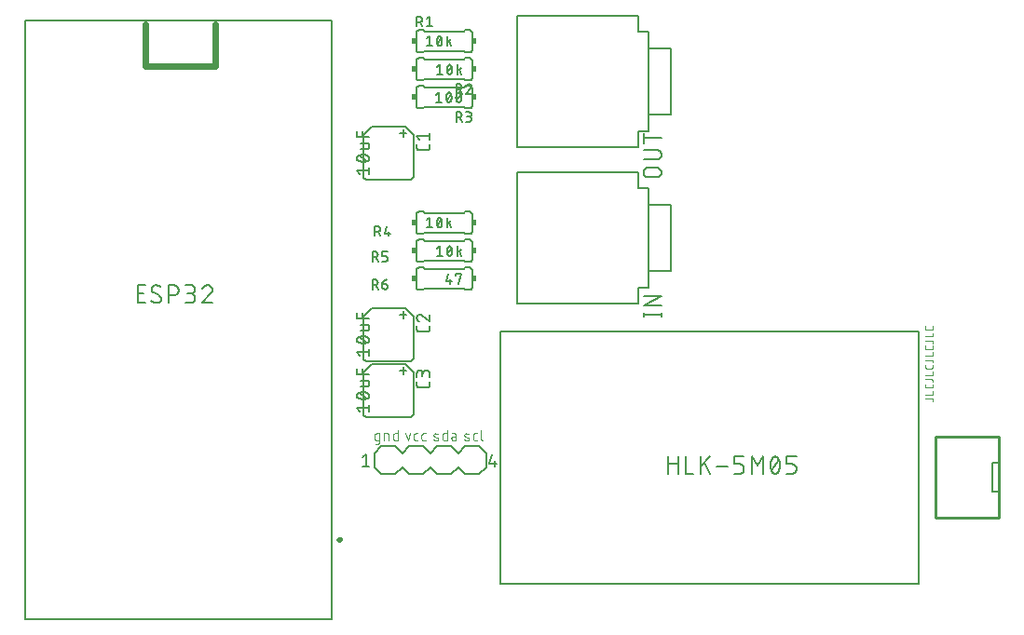
<source format=gbr>
G04 EAGLE Gerber RS-274X export*
G75*
%MOMM*%
%FSLAX34Y34*%
%LPD*%
%INSilkscreen Top*%
%IPPOS*%
%AMOC8*
5,1,8,0,0,1.08239X$1,22.5*%
G01*
%ADD10C,0.127000*%
%ADD11C,0.076200*%
%ADD12C,0.152400*%
%ADD13C,0.609600*%
%ADD14R,0.381000X0.508000*%
%ADD15C,0.280000*%
%ADD16C,0.254000*%
%ADD17C,0.200000*%


D10*
X597535Y114935D02*
X597535Y130429D01*
X597535Y123543D02*
X606143Y123543D01*
X606143Y130429D02*
X606143Y114935D01*
X613419Y114935D02*
X613419Y130429D01*
X613419Y114935D02*
X620305Y114935D01*
X626472Y114935D02*
X626472Y130429D01*
X635080Y130429D02*
X626472Y120960D01*
X629916Y124404D02*
X635080Y114935D01*
X640776Y120960D02*
X651105Y120960D01*
X657494Y114935D02*
X662658Y114935D01*
X662773Y114937D01*
X662888Y114943D01*
X663003Y114952D01*
X663117Y114966D01*
X663231Y114983D01*
X663344Y115004D01*
X663456Y115029D01*
X663568Y115057D01*
X663678Y115090D01*
X663787Y115126D01*
X663895Y115165D01*
X664002Y115208D01*
X664107Y115255D01*
X664211Y115305D01*
X664313Y115359D01*
X664413Y115416D01*
X664511Y115476D01*
X664607Y115539D01*
X664700Y115606D01*
X664792Y115676D01*
X664881Y115749D01*
X664968Y115825D01*
X665052Y115903D01*
X665133Y115984D01*
X665212Y116069D01*
X665287Y116155D01*
X665360Y116244D01*
X665430Y116336D01*
X665497Y116429D01*
X665560Y116525D01*
X665620Y116623D01*
X665677Y116723D01*
X665731Y116825D01*
X665781Y116929D01*
X665828Y117034D01*
X665871Y117141D01*
X665911Y117249D01*
X665946Y117358D01*
X665979Y117468D01*
X666007Y117580D01*
X666032Y117692D01*
X666053Y117805D01*
X666070Y117919D01*
X666084Y118033D01*
X666093Y118148D01*
X666099Y118263D01*
X666101Y118378D01*
X666101Y120100D01*
X666099Y120215D01*
X666093Y120330D01*
X666084Y120445D01*
X666070Y120559D01*
X666053Y120673D01*
X666032Y120786D01*
X666007Y120898D01*
X665979Y121010D01*
X665946Y121120D01*
X665910Y121229D01*
X665871Y121337D01*
X665828Y121444D01*
X665781Y121549D01*
X665731Y121653D01*
X665677Y121755D01*
X665620Y121855D01*
X665560Y121953D01*
X665497Y122049D01*
X665430Y122142D01*
X665360Y122234D01*
X665287Y122323D01*
X665212Y122410D01*
X665133Y122494D01*
X665052Y122575D01*
X664968Y122654D01*
X664881Y122729D01*
X664792Y122802D01*
X664700Y122872D01*
X664607Y122939D01*
X664511Y123002D01*
X664413Y123062D01*
X664313Y123119D01*
X664211Y123173D01*
X664107Y123223D01*
X664002Y123270D01*
X663895Y123313D01*
X663787Y123352D01*
X663678Y123388D01*
X663568Y123421D01*
X663456Y123449D01*
X663344Y123474D01*
X663231Y123495D01*
X663117Y123512D01*
X663003Y123526D01*
X662888Y123535D01*
X662773Y123541D01*
X662658Y123543D01*
X657494Y123543D01*
X657494Y130429D01*
X666101Y130429D01*
X672985Y130429D02*
X672985Y114935D01*
X678150Y121821D02*
X672985Y130429D01*
X678150Y121821D02*
X683315Y130429D01*
X683315Y114935D01*
X690198Y122682D02*
X690202Y122987D01*
X690213Y123291D01*
X690231Y123596D01*
X690256Y123899D01*
X690289Y124202D01*
X690329Y124505D01*
X690376Y124806D01*
X690430Y125106D01*
X690492Y125404D01*
X690560Y125701D01*
X690636Y125997D01*
X690718Y126290D01*
X690808Y126581D01*
X690905Y126870D01*
X691008Y127157D01*
X691118Y127441D01*
X691235Y127723D01*
X691359Y128001D01*
X691489Y128277D01*
X691527Y128380D01*
X691567Y128482D01*
X691612Y128582D01*
X691660Y128681D01*
X691711Y128778D01*
X691765Y128873D01*
X691823Y128967D01*
X691884Y129058D01*
X691948Y129147D01*
X692015Y129234D01*
X692085Y129318D01*
X692158Y129401D01*
X692234Y129480D01*
X692312Y129557D01*
X692393Y129631D01*
X692477Y129702D01*
X692563Y129770D01*
X692651Y129836D01*
X692741Y129898D01*
X692834Y129957D01*
X692928Y130013D01*
X693024Y130066D01*
X693122Y130115D01*
X693222Y130161D01*
X693323Y130203D01*
X693426Y130242D01*
X693530Y130277D01*
X693635Y130309D01*
X693741Y130337D01*
X693848Y130361D01*
X693956Y130382D01*
X694064Y130399D01*
X694173Y130412D01*
X694283Y130421D01*
X694392Y130427D01*
X694502Y130429D01*
X694612Y130427D01*
X694721Y130421D01*
X694831Y130412D01*
X694940Y130399D01*
X695048Y130382D01*
X695156Y130361D01*
X695263Y130337D01*
X695369Y130309D01*
X695474Y130277D01*
X695578Y130242D01*
X695681Y130203D01*
X695782Y130161D01*
X695882Y130115D01*
X695980Y130066D01*
X696076Y130013D01*
X696170Y129957D01*
X696263Y129898D01*
X696353Y129836D01*
X696441Y129770D01*
X696527Y129702D01*
X696611Y129631D01*
X696692Y129557D01*
X696770Y129480D01*
X696846Y129400D01*
X696919Y129318D01*
X696989Y129234D01*
X697056Y129147D01*
X697120Y129058D01*
X697181Y128967D01*
X697239Y128873D01*
X697293Y128778D01*
X697344Y128681D01*
X697392Y128582D01*
X697437Y128482D01*
X697477Y128380D01*
X697515Y128277D01*
X697645Y128001D01*
X697769Y127723D01*
X697886Y127441D01*
X697996Y127157D01*
X698099Y126870D01*
X698196Y126581D01*
X698286Y126290D01*
X698368Y125997D01*
X698444Y125701D01*
X698512Y125404D01*
X698574Y125106D01*
X698628Y124806D01*
X698675Y124505D01*
X698715Y124202D01*
X698748Y123899D01*
X698773Y123596D01*
X698791Y123291D01*
X698802Y122987D01*
X698806Y122682D01*
X690199Y122682D02*
X690203Y122377D01*
X690214Y122073D01*
X690232Y121768D01*
X690257Y121465D01*
X690290Y121162D01*
X690330Y120859D01*
X690377Y120558D01*
X690431Y120258D01*
X690493Y119960D01*
X690561Y119663D01*
X690637Y119367D01*
X690719Y119074D01*
X690809Y118783D01*
X690906Y118494D01*
X691009Y118207D01*
X691119Y117923D01*
X691236Y117641D01*
X691360Y117363D01*
X691490Y117087D01*
X691489Y117087D02*
X691527Y116984D01*
X691567Y116882D01*
X691612Y116782D01*
X691660Y116683D01*
X691711Y116586D01*
X691765Y116491D01*
X691823Y116397D01*
X691884Y116306D01*
X691948Y116217D01*
X692015Y116130D01*
X692085Y116045D01*
X692158Y115963D01*
X692234Y115884D01*
X692312Y115807D01*
X692393Y115733D01*
X692477Y115662D01*
X692563Y115594D01*
X692651Y115528D01*
X692741Y115466D01*
X692834Y115407D01*
X692928Y115351D01*
X693024Y115298D01*
X693123Y115249D01*
X693222Y115203D01*
X693323Y115161D01*
X693426Y115122D01*
X693530Y115087D01*
X693635Y115055D01*
X693741Y115027D01*
X693848Y115003D01*
X693956Y114982D01*
X694064Y114965D01*
X694173Y114952D01*
X694283Y114943D01*
X694392Y114937D01*
X694502Y114935D01*
X697515Y117087D02*
X697645Y117363D01*
X697769Y117641D01*
X697886Y117923D01*
X697996Y118207D01*
X698099Y118494D01*
X698196Y118783D01*
X698286Y119074D01*
X698368Y119367D01*
X698444Y119663D01*
X698512Y119960D01*
X698574Y120258D01*
X698628Y120558D01*
X698675Y120859D01*
X698715Y121162D01*
X698748Y121465D01*
X698773Y121768D01*
X698791Y122073D01*
X698802Y122377D01*
X698806Y122682D01*
X697515Y117087D02*
X697477Y116984D01*
X697437Y116882D01*
X697392Y116782D01*
X697344Y116683D01*
X697293Y116586D01*
X697239Y116491D01*
X697181Y116397D01*
X697120Y116306D01*
X697056Y116217D01*
X696989Y116130D01*
X696919Y116046D01*
X696846Y115963D01*
X696770Y115884D01*
X696692Y115807D01*
X696611Y115733D01*
X696527Y115662D01*
X696441Y115594D01*
X696353Y115528D01*
X696263Y115466D01*
X696170Y115407D01*
X696076Y115351D01*
X695980Y115298D01*
X695882Y115249D01*
X695782Y115203D01*
X695681Y115161D01*
X695578Y115122D01*
X695474Y115087D01*
X695369Y115055D01*
X695263Y115027D01*
X695156Y115003D01*
X695048Y114982D01*
X694940Y114965D01*
X694831Y114952D01*
X694721Y114943D01*
X694612Y114937D01*
X694502Y114935D01*
X691059Y118378D02*
X697945Y126986D01*
X705064Y114935D02*
X710229Y114935D01*
X710344Y114937D01*
X710459Y114943D01*
X710574Y114952D01*
X710688Y114966D01*
X710802Y114983D01*
X710915Y115004D01*
X711027Y115029D01*
X711139Y115057D01*
X711249Y115090D01*
X711358Y115126D01*
X711466Y115165D01*
X711573Y115208D01*
X711678Y115255D01*
X711782Y115305D01*
X711884Y115359D01*
X711984Y115416D01*
X712082Y115476D01*
X712178Y115539D01*
X712271Y115606D01*
X712363Y115676D01*
X712452Y115749D01*
X712539Y115825D01*
X712623Y115903D01*
X712704Y115984D01*
X712783Y116069D01*
X712858Y116155D01*
X712931Y116244D01*
X713001Y116336D01*
X713068Y116429D01*
X713131Y116525D01*
X713191Y116623D01*
X713248Y116723D01*
X713302Y116825D01*
X713352Y116929D01*
X713399Y117034D01*
X713442Y117141D01*
X713482Y117249D01*
X713517Y117358D01*
X713550Y117468D01*
X713578Y117580D01*
X713603Y117692D01*
X713624Y117805D01*
X713641Y117919D01*
X713655Y118033D01*
X713664Y118148D01*
X713670Y118263D01*
X713672Y118378D01*
X713672Y120100D01*
X713670Y120215D01*
X713664Y120330D01*
X713655Y120445D01*
X713641Y120559D01*
X713624Y120673D01*
X713603Y120786D01*
X713578Y120898D01*
X713550Y121010D01*
X713517Y121120D01*
X713481Y121229D01*
X713442Y121337D01*
X713399Y121444D01*
X713352Y121549D01*
X713302Y121653D01*
X713248Y121755D01*
X713191Y121855D01*
X713131Y121953D01*
X713068Y122049D01*
X713001Y122142D01*
X712931Y122234D01*
X712858Y122323D01*
X712783Y122410D01*
X712704Y122494D01*
X712623Y122575D01*
X712539Y122654D01*
X712452Y122729D01*
X712363Y122802D01*
X712271Y122872D01*
X712178Y122939D01*
X712082Y123002D01*
X711984Y123062D01*
X711884Y123119D01*
X711782Y123173D01*
X711678Y123223D01*
X711573Y123270D01*
X711466Y123313D01*
X711358Y123352D01*
X711249Y123388D01*
X711139Y123421D01*
X711027Y123449D01*
X710915Y123474D01*
X710802Y123495D01*
X710688Y123512D01*
X710574Y123526D01*
X710459Y123535D01*
X710344Y123541D01*
X710229Y123543D01*
X705064Y123543D01*
X705064Y130429D01*
X713672Y130429D01*
D11*
X334758Y145161D02*
X332147Y145161D01*
X332070Y145163D01*
X331994Y145169D01*
X331917Y145178D01*
X331841Y145191D01*
X331766Y145208D01*
X331692Y145228D01*
X331619Y145253D01*
X331548Y145280D01*
X331477Y145311D01*
X331409Y145346D01*
X331342Y145384D01*
X331277Y145425D01*
X331214Y145469D01*
X331154Y145516D01*
X331095Y145567D01*
X331040Y145620D01*
X330987Y145675D01*
X330936Y145734D01*
X330889Y145794D01*
X330845Y145857D01*
X330804Y145922D01*
X330766Y145989D01*
X330731Y146057D01*
X330700Y146128D01*
X330673Y146199D01*
X330648Y146272D01*
X330628Y146346D01*
X330611Y146421D01*
X330598Y146497D01*
X330589Y146574D01*
X330583Y146650D01*
X330581Y146727D01*
X330581Y149860D01*
X330583Y149937D01*
X330589Y150013D01*
X330598Y150090D01*
X330611Y150166D01*
X330628Y150241D01*
X330648Y150315D01*
X330673Y150388D01*
X330700Y150459D01*
X330731Y150530D01*
X330766Y150598D01*
X330804Y150665D01*
X330845Y150730D01*
X330889Y150793D01*
X330936Y150853D01*
X330987Y150912D01*
X331040Y150967D01*
X331095Y151020D01*
X331154Y151071D01*
X331214Y151118D01*
X331277Y151162D01*
X331342Y151203D01*
X331409Y151241D01*
X331477Y151276D01*
X331548Y151307D01*
X331619Y151334D01*
X331692Y151359D01*
X331766Y151379D01*
X331841Y151396D01*
X331917Y151409D01*
X331994Y151418D01*
X332070Y151424D01*
X332147Y151426D01*
X334758Y151426D01*
X334758Y143595D01*
X334756Y143518D01*
X334750Y143442D01*
X334741Y143365D01*
X334728Y143289D01*
X334711Y143214D01*
X334691Y143140D01*
X334666Y143067D01*
X334639Y142996D01*
X334608Y142925D01*
X334573Y142857D01*
X334535Y142790D01*
X334494Y142725D01*
X334450Y142662D01*
X334403Y142602D01*
X334352Y142543D01*
X334299Y142488D01*
X334244Y142435D01*
X334185Y142384D01*
X334125Y142337D01*
X334062Y142293D01*
X333997Y142252D01*
X333930Y142214D01*
X333862Y142179D01*
X333791Y142148D01*
X333720Y142121D01*
X333647Y142096D01*
X333573Y142076D01*
X333498Y142059D01*
X333422Y142046D01*
X333346Y142037D01*
X333269Y142031D01*
X333192Y142029D01*
X333192Y142028D02*
X331103Y142028D01*
X339161Y145161D02*
X339161Y151426D01*
X341772Y151426D01*
X341849Y151424D01*
X341925Y151418D01*
X342002Y151409D01*
X342078Y151396D01*
X342153Y151379D01*
X342227Y151359D01*
X342300Y151334D01*
X342371Y151307D01*
X342442Y151276D01*
X342510Y151241D01*
X342577Y151203D01*
X342642Y151162D01*
X342705Y151118D01*
X342765Y151071D01*
X342824Y151020D01*
X342879Y150967D01*
X342932Y150912D01*
X342983Y150853D01*
X343030Y150793D01*
X343074Y150730D01*
X343115Y150665D01*
X343153Y150598D01*
X343188Y150530D01*
X343219Y150459D01*
X343246Y150388D01*
X343271Y150315D01*
X343291Y150241D01*
X343308Y150166D01*
X343321Y150090D01*
X343330Y150014D01*
X343336Y149937D01*
X343338Y149860D01*
X343338Y145161D01*
X351522Y145161D02*
X351522Y154559D01*
X351522Y145161D02*
X348911Y145161D01*
X348834Y145163D01*
X348758Y145169D01*
X348681Y145178D01*
X348605Y145191D01*
X348530Y145208D01*
X348456Y145228D01*
X348383Y145253D01*
X348312Y145280D01*
X348241Y145311D01*
X348173Y145346D01*
X348106Y145384D01*
X348041Y145425D01*
X347978Y145469D01*
X347918Y145516D01*
X347859Y145567D01*
X347804Y145620D01*
X347751Y145675D01*
X347700Y145734D01*
X347653Y145794D01*
X347609Y145857D01*
X347568Y145922D01*
X347530Y145989D01*
X347495Y146057D01*
X347464Y146128D01*
X347437Y146199D01*
X347412Y146272D01*
X347392Y146346D01*
X347375Y146421D01*
X347362Y146497D01*
X347353Y146574D01*
X347347Y146650D01*
X347345Y146727D01*
X347345Y149860D01*
X347347Y149937D01*
X347353Y150013D01*
X347362Y150090D01*
X347375Y150166D01*
X347392Y150241D01*
X347412Y150315D01*
X347437Y150388D01*
X347464Y150459D01*
X347495Y150530D01*
X347530Y150598D01*
X347568Y150665D01*
X347609Y150730D01*
X347653Y150793D01*
X347700Y150853D01*
X347751Y150912D01*
X347804Y150967D01*
X347859Y151020D01*
X347918Y151071D01*
X347978Y151118D01*
X348041Y151162D01*
X348106Y151203D01*
X348173Y151241D01*
X348241Y151276D01*
X348312Y151307D01*
X348383Y151334D01*
X348456Y151359D01*
X348530Y151379D01*
X348605Y151396D01*
X348681Y151409D01*
X348758Y151418D01*
X348834Y151424D01*
X348911Y151426D01*
X351522Y151426D01*
X358521Y151426D02*
X360609Y145161D01*
X362698Y151426D01*
X367718Y145161D02*
X369806Y145161D01*
X367718Y145161D02*
X367641Y145163D01*
X367565Y145169D01*
X367488Y145178D01*
X367412Y145191D01*
X367337Y145208D01*
X367263Y145228D01*
X367190Y145253D01*
X367119Y145280D01*
X367048Y145311D01*
X366980Y145346D01*
X366913Y145384D01*
X366848Y145425D01*
X366785Y145469D01*
X366725Y145516D01*
X366666Y145567D01*
X366611Y145620D01*
X366558Y145675D01*
X366507Y145734D01*
X366460Y145794D01*
X366416Y145857D01*
X366375Y145922D01*
X366337Y145989D01*
X366302Y146057D01*
X366271Y146128D01*
X366244Y146199D01*
X366219Y146272D01*
X366199Y146346D01*
X366182Y146421D01*
X366169Y146497D01*
X366160Y146574D01*
X366154Y146650D01*
X366152Y146727D01*
X366151Y146727D02*
X366151Y149860D01*
X366152Y149860D02*
X366154Y149937D01*
X366160Y150013D01*
X366169Y150090D01*
X366182Y150166D01*
X366199Y150241D01*
X366219Y150315D01*
X366244Y150388D01*
X366271Y150459D01*
X366302Y150530D01*
X366337Y150598D01*
X366375Y150665D01*
X366416Y150730D01*
X366460Y150793D01*
X366507Y150853D01*
X366558Y150912D01*
X366611Y150967D01*
X366666Y151020D01*
X366725Y151071D01*
X366785Y151118D01*
X366848Y151162D01*
X366913Y151203D01*
X366980Y151241D01*
X367048Y151276D01*
X367119Y151307D01*
X367190Y151334D01*
X367263Y151359D01*
X367337Y151379D01*
X367412Y151396D01*
X367488Y151409D01*
X367565Y151418D01*
X367641Y151424D01*
X367718Y151426D01*
X369806Y151426D01*
X374728Y145161D02*
X376816Y145161D01*
X374728Y145161D02*
X374651Y145163D01*
X374575Y145169D01*
X374498Y145178D01*
X374422Y145191D01*
X374347Y145208D01*
X374273Y145228D01*
X374200Y145253D01*
X374129Y145280D01*
X374058Y145311D01*
X373990Y145346D01*
X373923Y145384D01*
X373858Y145425D01*
X373795Y145469D01*
X373735Y145516D01*
X373676Y145567D01*
X373621Y145620D01*
X373568Y145675D01*
X373517Y145734D01*
X373470Y145794D01*
X373426Y145857D01*
X373385Y145922D01*
X373347Y145989D01*
X373312Y146057D01*
X373281Y146128D01*
X373254Y146199D01*
X373229Y146272D01*
X373209Y146346D01*
X373192Y146421D01*
X373179Y146497D01*
X373170Y146574D01*
X373164Y146650D01*
X373162Y146727D01*
X373162Y149860D01*
X373164Y149937D01*
X373170Y150013D01*
X373179Y150090D01*
X373192Y150166D01*
X373209Y150241D01*
X373229Y150315D01*
X373254Y150388D01*
X373281Y150459D01*
X373312Y150530D01*
X373347Y150598D01*
X373385Y150665D01*
X373426Y150730D01*
X373470Y150793D01*
X373517Y150853D01*
X373568Y150912D01*
X373621Y150967D01*
X373676Y151020D01*
X373735Y151071D01*
X373795Y151118D01*
X373858Y151162D01*
X373923Y151203D01*
X373990Y151241D01*
X374058Y151276D01*
X374129Y151307D01*
X374200Y151334D01*
X374273Y151359D01*
X374347Y151379D01*
X374422Y151396D01*
X374498Y151409D01*
X374575Y151418D01*
X374651Y151424D01*
X374728Y151426D01*
X376816Y151426D01*
X384965Y148816D02*
X387576Y147772D01*
X384965Y148816D02*
X384899Y148844D01*
X384834Y148877D01*
X384771Y148912D01*
X384710Y148951D01*
X384651Y148993D01*
X384595Y149038D01*
X384541Y149086D01*
X384490Y149137D01*
X384441Y149190D01*
X384396Y149247D01*
X384353Y149305D01*
X384314Y149365D01*
X384277Y149428D01*
X384245Y149493D01*
X384216Y149559D01*
X384190Y149626D01*
X384168Y149695D01*
X384150Y149765D01*
X384135Y149836D01*
X384124Y149907D01*
X384117Y149979D01*
X384114Y150051D01*
X384115Y150123D01*
X384120Y150196D01*
X384128Y150267D01*
X384140Y150339D01*
X384156Y150409D01*
X384176Y150478D01*
X384200Y150547D01*
X384227Y150614D01*
X384257Y150679D01*
X384291Y150743D01*
X384329Y150805D01*
X384369Y150865D01*
X384413Y150922D01*
X384460Y150977D01*
X384510Y151030D01*
X384562Y151079D01*
X384617Y151126D01*
X384674Y151170D01*
X384734Y151211D01*
X384796Y151248D01*
X384860Y151283D01*
X384925Y151313D01*
X384992Y151341D01*
X385060Y151364D01*
X385130Y151384D01*
X385200Y151400D01*
X385271Y151413D01*
X385343Y151421D01*
X385415Y151426D01*
X385487Y151427D01*
X385488Y151426D02*
X385639Y151422D01*
X385790Y151414D01*
X385941Y151403D01*
X386092Y151387D01*
X386242Y151367D01*
X386392Y151344D01*
X386541Y151317D01*
X386689Y151286D01*
X386837Y151251D01*
X386983Y151213D01*
X387129Y151170D01*
X387273Y151124D01*
X387416Y151075D01*
X387558Y151022D01*
X387698Y150965D01*
X387837Y150904D01*
X387576Y147772D02*
X387642Y147744D01*
X387707Y147711D01*
X387770Y147676D01*
X387831Y147637D01*
X387890Y147595D01*
X387946Y147550D01*
X388000Y147502D01*
X388051Y147451D01*
X388100Y147398D01*
X388145Y147341D01*
X388188Y147283D01*
X388227Y147223D01*
X388264Y147160D01*
X388296Y147095D01*
X388325Y147029D01*
X388351Y146962D01*
X388373Y146893D01*
X388391Y146823D01*
X388406Y146752D01*
X388417Y146681D01*
X388424Y146609D01*
X388427Y146537D01*
X388426Y146465D01*
X388421Y146392D01*
X388413Y146321D01*
X388401Y146249D01*
X388385Y146179D01*
X388365Y146110D01*
X388341Y146041D01*
X388314Y145974D01*
X388284Y145909D01*
X388250Y145845D01*
X388212Y145783D01*
X388172Y145723D01*
X388128Y145666D01*
X388081Y145611D01*
X388031Y145558D01*
X387979Y145509D01*
X387924Y145462D01*
X387867Y145418D01*
X387807Y145377D01*
X387745Y145340D01*
X387681Y145305D01*
X387616Y145275D01*
X387549Y145247D01*
X387481Y145224D01*
X387411Y145204D01*
X387341Y145188D01*
X387270Y145175D01*
X387198Y145167D01*
X387126Y145162D01*
X387054Y145161D01*
X386844Y145166D01*
X386635Y145177D01*
X386426Y145192D01*
X386218Y145212D01*
X386010Y145238D01*
X385803Y145268D01*
X385596Y145303D01*
X385391Y145343D01*
X385186Y145387D01*
X384983Y145437D01*
X384780Y145491D01*
X384579Y145551D01*
X384380Y145614D01*
X384182Y145683D01*
X396238Y145161D02*
X396238Y154559D01*
X396238Y145161D02*
X393627Y145161D01*
X393550Y145163D01*
X393474Y145169D01*
X393397Y145178D01*
X393321Y145191D01*
X393246Y145208D01*
X393172Y145228D01*
X393099Y145253D01*
X393028Y145280D01*
X392957Y145311D01*
X392889Y145346D01*
X392822Y145384D01*
X392757Y145425D01*
X392694Y145469D01*
X392634Y145516D01*
X392575Y145567D01*
X392520Y145620D01*
X392467Y145675D01*
X392416Y145734D01*
X392369Y145794D01*
X392325Y145857D01*
X392284Y145922D01*
X392246Y145989D01*
X392211Y146057D01*
X392180Y146128D01*
X392153Y146199D01*
X392128Y146272D01*
X392108Y146346D01*
X392091Y146421D01*
X392078Y146497D01*
X392069Y146574D01*
X392063Y146650D01*
X392061Y146727D01*
X392061Y149860D01*
X392063Y149937D01*
X392069Y150013D01*
X392078Y150090D01*
X392091Y150166D01*
X392108Y150241D01*
X392128Y150315D01*
X392153Y150388D01*
X392180Y150459D01*
X392211Y150530D01*
X392246Y150598D01*
X392284Y150665D01*
X392325Y150730D01*
X392369Y150793D01*
X392416Y150853D01*
X392467Y150912D01*
X392520Y150967D01*
X392575Y151020D01*
X392634Y151071D01*
X392694Y151118D01*
X392757Y151162D01*
X392822Y151203D01*
X392889Y151241D01*
X392957Y151276D01*
X393028Y151307D01*
X393099Y151334D01*
X393172Y151359D01*
X393246Y151379D01*
X393321Y151396D01*
X393397Y151409D01*
X393474Y151418D01*
X393550Y151424D01*
X393627Y151426D01*
X396238Y151426D01*
X402118Y148816D02*
X404468Y148816D01*
X402118Y148815D02*
X402034Y148813D01*
X401949Y148807D01*
X401866Y148797D01*
X401782Y148784D01*
X401700Y148766D01*
X401618Y148745D01*
X401537Y148720D01*
X401458Y148692D01*
X401380Y148659D01*
X401304Y148623D01*
X401229Y148584D01*
X401156Y148541D01*
X401085Y148495D01*
X401017Y148446D01*
X400951Y148394D01*
X400887Y148338D01*
X400826Y148280D01*
X400768Y148219D01*
X400712Y148155D01*
X400660Y148089D01*
X400611Y148021D01*
X400565Y147950D01*
X400522Y147877D01*
X400483Y147802D01*
X400447Y147726D01*
X400414Y147648D01*
X400386Y147569D01*
X400361Y147488D01*
X400340Y147406D01*
X400322Y147324D01*
X400309Y147240D01*
X400299Y147157D01*
X400293Y147072D01*
X400291Y146988D01*
X400293Y146904D01*
X400299Y146819D01*
X400309Y146736D01*
X400322Y146652D01*
X400340Y146570D01*
X400361Y146488D01*
X400386Y146407D01*
X400414Y146328D01*
X400447Y146250D01*
X400483Y146174D01*
X400522Y146099D01*
X400565Y146026D01*
X400611Y145955D01*
X400660Y145887D01*
X400712Y145821D01*
X400768Y145757D01*
X400826Y145696D01*
X400887Y145638D01*
X400951Y145582D01*
X401017Y145530D01*
X401085Y145481D01*
X401156Y145435D01*
X401229Y145392D01*
X401304Y145353D01*
X401380Y145317D01*
X401458Y145284D01*
X401537Y145256D01*
X401618Y145231D01*
X401700Y145210D01*
X401782Y145192D01*
X401866Y145179D01*
X401949Y145169D01*
X402034Y145163D01*
X402118Y145161D01*
X404468Y145161D01*
X404468Y149860D01*
X404467Y149860D02*
X404465Y149937D01*
X404459Y150013D01*
X404450Y150090D01*
X404437Y150166D01*
X404420Y150241D01*
X404400Y150315D01*
X404375Y150388D01*
X404348Y150459D01*
X404317Y150530D01*
X404282Y150598D01*
X404244Y150665D01*
X404203Y150730D01*
X404159Y150793D01*
X404112Y150853D01*
X404061Y150912D01*
X404008Y150967D01*
X403953Y151020D01*
X403894Y151071D01*
X403834Y151118D01*
X403771Y151162D01*
X403706Y151203D01*
X403639Y151241D01*
X403571Y151276D01*
X403500Y151307D01*
X403429Y151334D01*
X403356Y151359D01*
X403282Y151379D01*
X403207Y151396D01*
X403131Y151409D01*
X403054Y151418D01*
X402978Y151424D01*
X402901Y151426D01*
X400813Y151426D01*
X412905Y148816D02*
X415516Y147772D01*
X412905Y148816D02*
X412839Y148844D01*
X412774Y148877D01*
X412711Y148912D01*
X412650Y148951D01*
X412591Y148993D01*
X412535Y149038D01*
X412481Y149086D01*
X412430Y149137D01*
X412381Y149190D01*
X412336Y149247D01*
X412293Y149305D01*
X412254Y149365D01*
X412217Y149428D01*
X412185Y149493D01*
X412156Y149559D01*
X412130Y149626D01*
X412108Y149695D01*
X412090Y149765D01*
X412075Y149836D01*
X412064Y149907D01*
X412057Y149979D01*
X412054Y150051D01*
X412055Y150123D01*
X412060Y150196D01*
X412068Y150267D01*
X412080Y150339D01*
X412096Y150409D01*
X412116Y150478D01*
X412140Y150547D01*
X412167Y150614D01*
X412197Y150679D01*
X412231Y150743D01*
X412269Y150805D01*
X412309Y150865D01*
X412353Y150922D01*
X412400Y150977D01*
X412450Y151030D01*
X412502Y151079D01*
X412557Y151126D01*
X412614Y151170D01*
X412674Y151211D01*
X412736Y151248D01*
X412800Y151283D01*
X412865Y151313D01*
X412932Y151341D01*
X413000Y151364D01*
X413070Y151384D01*
X413140Y151400D01*
X413211Y151413D01*
X413283Y151421D01*
X413355Y151426D01*
X413427Y151427D01*
X413428Y151426D02*
X413579Y151422D01*
X413730Y151414D01*
X413881Y151403D01*
X414032Y151387D01*
X414182Y151367D01*
X414332Y151344D01*
X414481Y151317D01*
X414629Y151286D01*
X414777Y151251D01*
X414923Y151213D01*
X415069Y151170D01*
X415213Y151124D01*
X415356Y151075D01*
X415498Y151022D01*
X415638Y150965D01*
X415777Y150904D01*
X415516Y147772D02*
X415582Y147744D01*
X415647Y147711D01*
X415710Y147676D01*
X415771Y147637D01*
X415830Y147595D01*
X415886Y147550D01*
X415940Y147502D01*
X415991Y147451D01*
X416040Y147398D01*
X416085Y147341D01*
X416128Y147283D01*
X416167Y147223D01*
X416204Y147160D01*
X416236Y147095D01*
X416265Y147029D01*
X416291Y146962D01*
X416313Y146893D01*
X416331Y146823D01*
X416346Y146752D01*
X416357Y146681D01*
X416364Y146609D01*
X416367Y146537D01*
X416366Y146465D01*
X416361Y146392D01*
X416353Y146321D01*
X416341Y146249D01*
X416325Y146179D01*
X416305Y146110D01*
X416281Y146041D01*
X416254Y145974D01*
X416224Y145909D01*
X416190Y145845D01*
X416152Y145783D01*
X416112Y145723D01*
X416068Y145666D01*
X416021Y145611D01*
X415971Y145558D01*
X415919Y145509D01*
X415864Y145462D01*
X415807Y145418D01*
X415747Y145377D01*
X415685Y145340D01*
X415621Y145305D01*
X415556Y145275D01*
X415489Y145247D01*
X415421Y145224D01*
X415351Y145204D01*
X415281Y145188D01*
X415210Y145175D01*
X415138Y145167D01*
X415066Y145162D01*
X414994Y145161D01*
X414784Y145166D01*
X414575Y145177D01*
X414366Y145192D01*
X414158Y145212D01*
X413950Y145238D01*
X413743Y145268D01*
X413536Y145303D01*
X413331Y145343D01*
X413126Y145387D01*
X412923Y145437D01*
X412720Y145491D01*
X412519Y145551D01*
X412320Y145614D01*
X412122Y145683D01*
X421623Y145161D02*
X423712Y145161D01*
X421623Y145161D02*
X421546Y145163D01*
X421470Y145169D01*
X421393Y145178D01*
X421317Y145191D01*
X421242Y145208D01*
X421168Y145228D01*
X421095Y145253D01*
X421024Y145280D01*
X420953Y145311D01*
X420885Y145346D01*
X420818Y145384D01*
X420753Y145425D01*
X420690Y145469D01*
X420630Y145516D01*
X420571Y145567D01*
X420516Y145620D01*
X420463Y145675D01*
X420412Y145734D01*
X420365Y145794D01*
X420321Y145857D01*
X420280Y145922D01*
X420242Y145989D01*
X420207Y146057D01*
X420176Y146128D01*
X420149Y146199D01*
X420124Y146272D01*
X420104Y146346D01*
X420087Y146421D01*
X420074Y146497D01*
X420065Y146574D01*
X420059Y146650D01*
X420057Y146727D01*
X420057Y149860D01*
X420059Y149937D01*
X420065Y150013D01*
X420074Y150090D01*
X420087Y150166D01*
X420104Y150241D01*
X420124Y150315D01*
X420149Y150388D01*
X420176Y150459D01*
X420207Y150530D01*
X420242Y150598D01*
X420280Y150665D01*
X420321Y150730D01*
X420365Y150793D01*
X420412Y150853D01*
X420463Y150912D01*
X420516Y150967D01*
X420571Y151020D01*
X420630Y151071D01*
X420690Y151118D01*
X420753Y151162D01*
X420818Y151203D01*
X420885Y151241D01*
X420953Y151276D01*
X421024Y151307D01*
X421095Y151334D01*
X421168Y151359D01*
X421242Y151379D01*
X421317Y151396D01*
X421393Y151409D01*
X421470Y151418D01*
X421546Y151424D01*
X421623Y151426D01*
X423712Y151426D01*
X427183Y154559D02*
X427183Y146727D01*
X427185Y146650D01*
X427191Y146574D01*
X427200Y146497D01*
X427213Y146421D01*
X427230Y146346D01*
X427250Y146272D01*
X427275Y146199D01*
X427302Y146128D01*
X427333Y146057D01*
X427368Y145989D01*
X427406Y145922D01*
X427447Y145857D01*
X427491Y145794D01*
X427538Y145734D01*
X427589Y145675D01*
X427642Y145620D01*
X427697Y145567D01*
X427756Y145516D01*
X427816Y145469D01*
X427879Y145425D01*
X427944Y145384D01*
X428011Y145346D01*
X428079Y145311D01*
X428150Y145280D01*
X428221Y145253D01*
X428294Y145228D01*
X428368Y145208D01*
X428443Y145191D01*
X428519Y145178D01*
X428596Y145169D01*
X428672Y145163D01*
X428749Y145161D01*
D12*
X122287Y270002D02*
X115062Y270002D01*
X115062Y286258D01*
X122287Y286258D01*
X120481Y279033D02*
X115062Y279033D01*
X132956Y270002D02*
X133074Y270004D01*
X133192Y270010D01*
X133310Y270019D01*
X133427Y270033D01*
X133544Y270050D01*
X133661Y270071D01*
X133776Y270096D01*
X133891Y270125D01*
X134005Y270158D01*
X134117Y270194D01*
X134228Y270234D01*
X134338Y270277D01*
X134447Y270324D01*
X134554Y270374D01*
X134659Y270429D01*
X134762Y270486D01*
X134863Y270547D01*
X134963Y270611D01*
X135060Y270678D01*
X135155Y270748D01*
X135247Y270822D01*
X135338Y270898D01*
X135425Y270978D01*
X135510Y271060D01*
X135592Y271145D01*
X135672Y271232D01*
X135748Y271323D01*
X135822Y271415D01*
X135892Y271510D01*
X135959Y271607D01*
X136023Y271707D01*
X136084Y271808D01*
X136141Y271911D01*
X136196Y272016D01*
X136246Y272123D01*
X136293Y272232D01*
X136336Y272342D01*
X136376Y272453D01*
X136412Y272565D01*
X136445Y272679D01*
X136474Y272794D01*
X136499Y272909D01*
X136520Y273026D01*
X136537Y273143D01*
X136551Y273260D01*
X136560Y273378D01*
X136566Y273496D01*
X136568Y273614D01*
X132956Y270002D02*
X132773Y270004D01*
X132591Y270011D01*
X132409Y270022D01*
X132227Y270037D01*
X132045Y270057D01*
X131864Y270080D01*
X131684Y270109D01*
X131504Y270141D01*
X131325Y270178D01*
X131148Y270219D01*
X130971Y270265D01*
X130795Y270314D01*
X130621Y270368D01*
X130447Y270426D01*
X130276Y270488D01*
X130106Y270554D01*
X129937Y270625D01*
X129770Y270699D01*
X129605Y270777D01*
X129442Y270859D01*
X129281Y270945D01*
X129122Y271035D01*
X128965Y271129D01*
X128811Y271226D01*
X128659Y271327D01*
X128509Y271432D01*
X128362Y271540D01*
X128218Y271651D01*
X128076Y271766D01*
X127937Y271885D01*
X127801Y272007D01*
X127668Y272132D01*
X127538Y272260D01*
X127989Y282646D02*
X127991Y282764D01*
X127997Y282882D01*
X128006Y283000D01*
X128020Y283117D01*
X128037Y283234D01*
X128058Y283351D01*
X128083Y283466D01*
X128112Y283581D01*
X128145Y283695D01*
X128181Y283807D01*
X128221Y283918D01*
X128264Y284028D01*
X128311Y284137D01*
X128361Y284244D01*
X128416Y284349D01*
X128473Y284452D01*
X128534Y284553D01*
X128598Y284653D01*
X128665Y284750D01*
X128735Y284845D01*
X128809Y284937D01*
X128885Y285028D01*
X128965Y285115D01*
X129047Y285200D01*
X129132Y285282D01*
X129219Y285362D01*
X129310Y285438D01*
X129402Y285512D01*
X129497Y285582D01*
X129594Y285649D01*
X129694Y285713D01*
X129795Y285774D01*
X129898Y285832D01*
X130003Y285886D01*
X130110Y285936D01*
X130219Y285983D01*
X130329Y286027D01*
X130440Y286066D01*
X130553Y286102D01*
X130666Y286135D01*
X130781Y286164D01*
X130896Y286189D01*
X131013Y286210D01*
X131130Y286227D01*
X131247Y286241D01*
X131365Y286250D01*
X131483Y286256D01*
X131601Y286258D01*
X131762Y286256D01*
X131924Y286250D01*
X132085Y286241D01*
X132246Y286227D01*
X132406Y286210D01*
X132566Y286189D01*
X132726Y286164D01*
X132885Y286135D01*
X133043Y286103D01*
X133200Y286067D01*
X133356Y286027D01*
X133512Y285983D01*
X133666Y285935D01*
X133819Y285884D01*
X133971Y285830D01*
X134122Y285771D01*
X134271Y285710D01*
X134418Y285644D01*
X134564Y285575D01*
X134709Y285503D01*
X134851Y285427D01*
X134992Y285348D01*
X135131Y285266D01*
X135267Y285180D01*
X135402Y285091D01*
X135535Y284999D01*
X135665Y284903D01*
X129795Y279485D02*
X129694Y279547D01*
X129594Y279612D01*
X129497Y279681D01*
X129402Y279753D01*
X129309Y279827D01*
X129219Y279905D01*
X129131Y279986D01*
X129046Y280069D01*
X128964Y280155D01*
X128885Y280244D01*
X128808Y280335D01*
X128735Y280429D01*
X128664Y280525D01*
X128597Y280623D01*
X128533Y280723D01*
X128472Y280826D01*
X128415Y280930D01*
X128361Y281036D01*
X128311Y281144D01*
X128264Y281253D01*
X128220Y281364D01*
X128180Y281476D01*
X128144Y281590D01*
X128112Y281704D01*
X128083Y281820D01*
X128058Y281936D01*
X128037Y282053D01*
X128020Y282171D01*
X128006Y282289D01*
X127997Y282408D01*
X127991Y282527D01*
X127989Y282646D01*
X134762Y276775D02*
X134863Y276713D01*
X134963Y276648D01*
X135060Y276579D01*
X135155Y276507D01*
X135248Y276433D01*
X135338Y276355D01*
X135426Y276274D01*
X135511Y276191D01*
X135593Y276105D01*
X135672Y276016D01*
X135749Y275925D01*
X135822Y275831D01*
X135893Y275735D01*
X135960Y275637D01*
X136024Y275537D01*
X136085Y275434D01*
X136142Y275330D01*
X136196Y275224D01*
X136246Y275116D01*
X136293Y275007D01*
X136337Y274896D01*
X136377Y274784D01*
X136413Y274670D01*
X136445Y274556D01*
X136474Y274440D01*
X136499Y274324D01*
X136520Y274207D01*
X136537Y274089D01*
X136551Y273971D01*
X136560Y273852D01*
X136566Y273733D01*
X136568Y273614D01*
X134762Y276775D02*
X129795Y279485D01*
X143379Y286258D02*
X143379Y270002D01*
X143379Y286258D02*
X147895Y286258D01*
X148028Y286256D01*
X148160Y286250D01*
X148292Y286240D01*
X148424Y286227D01*
X148556Y286209D01*
X148686Y286188D01*
X148817Y286163D01*
X148946Y286134D01*
X149074Y286101D01*
X149202Y286065D01*
X149328Y286025D01*
X149453Y285981D01*
X149577Y285933D01*
X149699Y285882D01*
X149820Y285827D01*
X149939Y285769D01*
X150057Y285707D01*
X150172Y285642D01*
X150286Y285573D01*
X150397Y285502D01*
X150506Y285426D01*
X150613Y285348D01*
X150718Y285267D01*
X150820Y285182D01*
X150920Y285095D01*
X151017Y285005D01*
X151112Y284912D01*
X151203Y284816D01*
X151292Y284718D01*
X151378Y284617D01*
X151461Y284513D01*
X151541Y284407D01*
X151617Y284299D01*
X151691Y284189D01*
X151761Y284076D01*
X151828Y283962D01*
X151891Y283845D01*
X151951Y283727D01*
X152008Y283607D01*
X152061Y283485D01*
X152110Y283362D01*
X152156Y283238D01*
X152198Y283112D01*
X152236Y282985D01*
X152271Y282857D01*
X152302Y282728D01*
X152329Y282599D01*
X152352Y282468D01*
X152372Y282337D01*
X152387Y282205D01*
X152399Y282073D01*
X152407Y281941D01*
X152411Y281808D01*
X152411Y281676D01*
X152407Y281543D01*
X152399Y281411D01*
X152387Y281279D01*
X152372Y281147D01*
X152352Y281016D01*
X152329Y280885D01*
X152302Y280756D01*
X152271Y280627D01*
X152236Y280499D01*
X152198Y280372D01*
X152156Y280246D01*
X152110Y280122D01*
X152061Y279999D01*
X152008Y279877D01*
X151951Y279757D01*
X151891Y279639D01*
X151828Y279522D01*
X151761Y279408D01*
X151691Y279295D01*
X151617Y279185D01*
X151541Y279077D01*
X151461Y278971D01*
X151378Y278867D01*
X151292Y278766D01*
X151203Y278668D01*
X151112Y278572D01*
X151017Y278479D01*
X150920Y278389D01*
X150820Y278302D01*
X150718Y278217D01*
X150613Y278136D01*
X150506Y278058D01*
X150397Y277982D01*
X150286Y277911D01*
X150172Y277842D01*
X150057Y277777D01*
X149939Y277715D01*
X149820Y277657D01*
X149699Y277602D01*
X149577Y277551D01*
X149453Y277503D01*
X149328Y277459D01*
X149202Y277419D01*
X149074Y277383D01*
X148946Y277350D01*
X148817Y277321D01*
X148686Y277296D01*
X148556Y277275D01*
X148424Y277257D01*
X148292Y277244D01*
X148160Y277234D01*
X148028Y277228D01*
X147895Y277226D01*
X147895Y277227D02*
X143379Y277227D01*
X158279Y270002D02*
X162794Y270002D01*
X162927Y270004D01*
X163059Y270010D01*
X163191Y270020D01*
X163323Y270033D01*
X163455Y270051D01*
X163585Y270072D01*
X163716Y270097D01*
X163845Y270126D01*
X163973Y270159D01*
X164101Y270195D01*
X164227Y270235D01*
X164352Y270279D01*
X164476Y270327D01*
X164598Y270378D01*
X164719Y270433D01*
X164838Y270491D01*
X164956Y270553D01*
X165071Y270618D01*
X165185Y270687D01*
X165296Y270758D01*
X165405Y270834D01*
X165512Y270912D01*
X165617Y270993D01*
X165719Y271078D01*
X165819Y271165D01*
X165916Y271255D01*
X166011Y271348D01*
X166102Y271444D01*
X166191Y271542D01*
X166277Y271643D01*
X166360Y271747D01*
X166440Y271853D01*
X166516Y271961D01*
X166590Y272071D01*
X166660Y272184D01*
X166727Y272298D01*
X166790Y272415D01*
X166850Y272533D01*
X166907Y272653D01*
X166960Y272775D01*
X167009Y272898D01*
X167055Y273022D01*
X167097Y273148D01*
X167135Y273275D01*
X167170Y273403D01*
X167201Y273532D01*
X167228Y273661D01*
X167251Y273792D01*
X167271Y273923D01*
X167286Y274055D01*
X167298Y274187D01*
X167306Y274319D01*
X167310Y274452D01*
X167310Y274584D01*
X167306Y274717D01*
X167298Y274849D01*
X167286Y274981D01*
X167271Y275113D01*
X167251Y275244D01*
X167228Y275375D01*
X167201Y275504D01*
X167170Y275633D01*
X167135Y275761D01*
X167097Y275888D01*
X167055Y276014D01*
X167009Y276138D01*
X166960Y276261D01*
X166907Y276383D01*
X166850Y276503D01*
X166790Y276621D01*
X166727Y276738D01*
X166660Y276852D01*
X166590Y276965D01*
X166516Y277075D01*
X166440Y277183D01*
X166360Y277289D01*
X166277Y277393D01*
X166191Y277494D01*
X166102Y277592D01*
X166011Y277688D01*
X165916Y277781D01*
X165819Y277871D01*
X165719Y277958D01*
X165617Y278043D01*
X165512Y278124D01*
X165405Y278202D01*
X165296Y278278D01*
X165185Y278349D01*
X165071Y278418D01*
X164956Y278483D01*
X164838Y278545D01*
X164719Y278603D01*
X164598Y278658D01*
X164476Y278709D01*
X164352Y278757D01*
X164227Y278801D01*
X164101Y278841D01*
X163973Y278877D01*
X163845Y278910D01*
X163716Y278939D01*
X163585Y278964D01*
X163455Y278985D01*
X163323Y279003D01*
X163191Y279016D01*
X163059Y279026D01*
X162927Y279032D01*
X162794Y279034D01*
X163697Y286258D02*
X158279Y286258D01*
X163697Y286258D02*
X163816Y286256D01*
X163936Y286250D01*
X164055Y286240D01*
X164173Y286226D01*
X164292Y286209D01*
X164409Y286187D01*
X164526Y286162D01*
X164641Y286132D01*
X164756Y286099D01*
X164870Y286062D01*
X164982Y286022D01*
X165093Y285977D01*
X165202Y285929D01*
X165310Y285878D01*
X165416Y285823D01*
X165520Y285764D01*
X165622Y285702D01*
X165722Y285637D01*
X165820Y285568D01*
X165916Y285496D01*
X166009Y285421D01*
X166099Y285344D01*
X166187Y285263D01*
X166272Y285179D01*
X166354Y285092D01*
X166434Y285003D01*
X166510Y284911D01*
X166584Y284817D01*
X166654Y284720D01*
X166721Y284622D01*
X166785Y284521D01*
X166845Y284417D01*
X166902Y284312D01*
X166955Y284205D01*
X167005Y284097D01*
X167051Y283987D01*
X167093Y283875D01*
X167132Y283762D01*
X167167Y283648D01*
X167198Y283533D01*
X167226Y283416D01*
X167249Y283299D01*
X167269Y283182D01*
X167285Y283063D01*
X167297Y282944D01*
X167305Y282825D01*
X167309Y282706D01*
X167309Y282586D01*
X167305Y282467D01*
X167297Y282348D01*
X167285Y282229D01*
X167269Y282110D01*
X167249Y281993D01*
X167226Y281876D01*
X167198Y281759D01*
X167167Y281644D01*
X167132Y281530D01*
X167093Y281417D01*
X167051Y281305D01*
X167005Y281195D01*
X166955Y281087D01*
X166902Y280980D01*
X166845Y280875D01*
X166785Y280771D01*
X166721Y280670D01*
X166654Y280572D01*
X166584Y280475D01*
X166510Y280381D01*
X166434Y280289D01*
X166354Y280200D01*
X166272Y280113D01*
X166187Y280029D01*
X166099Y279948D01*
X166009Y279871D01*
X165916Y279796D01*
X165820Y279724D01*
X165722Y279655D01*
X165622Y279590D01*
X165520Y279528D01*
X165416Y279469D01*
X165310Y279414D01*
X165202Y279363D01*
X165093Y279315D01*
X164982Y279270D01*
X164870Y279230D01*
X164756Y279193D01*
X164641Y279160D01*
X164526Y279130D01*
X164409Y279105D01*
X164292Y279083D01*
X164173Y279066D01*
X164055Y279052D01*
X163936Y279042D01*
X163816Y279036D01*
X163697Y279034D01*
X163697Y279033D02*
X160085Y279033D01*
X178877Y286258D02*
X179002Y286256D01*
X179127Y286250D01*
X179252Y286241D01*
X179376Y286227D01*
X179500Y286210D01*
X179624Y286189D01*
X179746Y286164D01*
X179868Y286135D01*
X179989Y286103D01*
X180109Y286067D01*
X180228Y286027D01*
X180345Y285984D01*
X180461Y285937D01*
X180576Y285886D01*
X180688Y285832D01*
X180800Y285774D01*
X180909Y285714D01*
X181016Y285649D01*
X181122Y285582D01*
X181225Y285511D01*
X181326Y285437D01*
X181425Y285360D01*
X181521Y285280D01*
X181615Y285197D01*
X181706Y285112D01*
X181795Y285023D01*
X181880Y284932D01*
X181963Y284838D01*
X182043Y284742D01*
X182120Y284643D01*
X182194Y284542D01*
X182265Y284439D01*
X182332Y284333D01*
X182397Y284226D01*
X182457Y284117D01*
X182515Y284005D01*
X182569Y283893D01*
X182620Y283778D01*
X182667Y283662D01*
X182710Y283545D01*
X182750Y283426D01*
X182786Y283306D01*
X182818Y283185D01*
X182847Y283063D01*
X182872Y282941D01*
X182893Y282817D01*
X182910Y282693D01*
X182924Y282569D01*
X182933Y282444D01*
X182939Y282319D01*
X182941Y282194D01*
X178877Y286258D02*
X178734Y286256D01*
X178592Y286250D01*
X178449Y286240D01*
X178307Y286227D01*
X178166Y286209D01*
X178024Y286188D01*
X177884Y286163D01*
X177744Y286134D01*
X177605Y286101D01*
X177467Y286064D01*
X177330Y286024D01*
X177195Y285980D01*
X177060Y285932D01*
X176927Y285880D01*
X176795Y285825D01*
X176665Y285766D01*
X176537Y285704D01*
X176410Y285638D01*
X176285Y285569D01*
X176162Y285497D01*
X176042Y285421D01*
X175923Y285342D01*
X175806Y285259D01*
X175692Y285174D01*
X175580Y285085D01*
X175471Y284994D01*
X175364Y284899D01*
X175259Y284802D01*
X175158Y284701D01*
X175059Y284598D01*
X174963Y284493D01*
X174870Y284384D01*
X174780Y284273D01*
X174693Y284160D01*
X174609Y284045D01*
X174529Y283927D01*
X174451Y283807D01*
X174377Y283685D01*
X174307Y283561D01*
X174239Y283435D01*
X174176Y283307D01*
X174115Y283178D01*
X174058Y283047D01*
X174005Y282915D01*
X173956Y282781D01*
X173910Y282646D01*
X181586Y279033D02*
X181680Y279125D01*
X181770Y279219D01*
X181858Y279316D01*
X181943Y279416D01*
X182025Y279518D01*
X182104Y279623D01*
X182179Y279730D01*
X182251Y279839D01*
X182320Y279950D01*
X182386Y280064D01*
X182448Y280179D01*
X182507Y280296D01*
X182562Y280415D01*
X182613Y280535D01*
X182661Y280657D01*
X182706Y280780D01*
X182746Y280904D01*
X182783Y281030D01*
X182816Y281157D01*
X182845Y281284D01*
X182871Y281413D01*
X182892Y281542D01*
X182910Y281672D01*
X182923Y281802D01*
X182933Y281932D01*
X182939Y282063D01*
X182941Y282194D01*
X181586Y279033D02*
X173910Y270002D01*
X182941Y270002D01*
D13*
X121920Y485140D02*
X121920Y523240D01*
X121920Y485140D02*
X185420Y485140D01*
X185420Y523240D01*
D11*
X830453Y183176D02*
X836182Y183176D01*
X836260Y183174D01*
X836338Y183169D01*
X836415Y183159D01*
X836492Y183146D01*
X836568Y183130D01*
X836643Y183110D01*
X836717Y183086D01*
X836790Y183059D01*
X836862Y183028D01*
X836932Y182994D01*
X837001Y182957D01*
X837067Y182916D01*
X837132Y182872D01*
X837194Y182826D01*
X837254Y182776D01*
X837312Y182724D01*
X837367Y182669D01*
X837419Y182611D01*
X837469Y182551D01*
X837515Y182489D01*
X837559Y182424D01*
X837600Y182358D01*
X837637Y182289D01*
X837671Y182219D01*
X837702Y182147D01*
X837729Y182074D01*
X837753Y182000D01*
X837773Y181925D01*
X837789Y181849D01*
X837802Y181772D01*
X837812Y181695D01*
X837817Y181617D01*
X837819Y181539D01*
X837819Y180721D01*
X837819Y186870D02*
X830453Y186870D01*
X837819Y186870D02*
X837819Y190144D01*
X837819Y194564D02*
X837819Y196201D01*
X837819Y194564D02*
X837817Y194486D01*
X837812Y194408D01*
X837802Y194331D01*
X837789Y194254D01*
X837773Y194178D01*
X837753Y194103D01*
X837729Y194029D01*
X837702Y193956D01*
X837671Y193884D01*
X837637Y193814D01*
X837600Y193746D01*
X837559Y193679D01*
X837515Y193614D01*
X837469Y193552D01*
X837419Y193492D01*
X837367Y193434D01*
X837312Y193379D01*
X837254Y193327D01*
X837194Y193277D01*
X837132Y193231D01*
X837067Y193187D01*
X837001Y193146D01*
X836932Y193109D01*
X836862Y193075D01*
X836790Y193044D01*
X836717Y193017D01*
X836643Y192993D01*
X836568Y192973D01*
X836492Y192957D01*
X836415Y192944D01*
X836338Y192934D01*
X836260Y192929D01*
X836182Y192927D01*
X836182Y192928D02*
X832090Y192928D01*
X832090Y192927D02*
X832010Y192929D01*
X831930Y192935D01*
X831850Y192945D01*
X831771Y192958D01*
X831692Y192976D01*
X831615Y192997D01*
X831539Y193023D01*
X831464Y193052D01*
X831390Y193084D01*
X831318Y193120D01*
X831248Y193160D01*
X831181Y193203D01*
X831115Y193249D01*
X831052Y193299D01*
X830991Y193351D01*
X830932Y193406D01*
X830877Y193465D01*
X830825Y193525D01*
X830775Y193589D01*
X830729Y193654D01*
X830686Y193722D01*
X830646Y193792D01*
X830610Y193864D01*
X830578Y193938D01*
X830549Y194012D01*
X830524Y194089D01*
X830502Y194166D01*
X830484Y194245D01*
X830471Y194324D01*
X830461Y194403D01*
X830455Y194484D01*
X830453Y194564D01*
X830453Y196201D01*
X830453Y200733D02*
X836182Y200733D01*
X836260Y200731D01*
X836338Y200726D01*
X836415Y200716D01*
X836492Y200703D01*
X836568Y200687D01*
X836643Y200667D01*
X836717Y200643D01*
X836790Y200616D01*
X836862Y200585D01*
X836932Y200551D01*
X837001Y200514D01*
X837067Y200473D01*
X837132Y200429D01*
X837194Y200383D01*
X837254Y200333D01*
X837312Y200281D01*
X837367Y200226D01*
X837419Y200168D01*
X837469Y200108D01*
X837515Y200046D01*
X837559Y199981D01*
X837600Y199915D01*
X837637Y199846D01*
X837671Y199776D01*
X837702Y199704D01*
X837729Y199631D01*
X837753Y199557D01*
X837773Y199482D01*
X837789Y199406D01*
X837802Y199329D01*
X837812Y199252D01*
X837817Y199174D01*
X837819Y199096D01*
X837819Y198277D01*
X837819Y204427D02*
X830453Y204427D01*
X837819Y204427D02*
X837819Y207700D01*
X837819Y212121D02*
X837819Y213758D01*
X837819Y212121D02*
X837817Y212043D01*
X837812Y211965D01*
X837802Y211888D01*
X837789Y211811D01*
X837773Y211735D01*
X837753Y211660D01*
X837729Y211586D01*
X837702Y211513D01*
X837671Y211441D01*
X837637Y211371D01*
X837600Y211303D01*
X837559Y211236D01*
X837515Y211171D01*
X837469Y211109D01*
X837419Y211049D01*
X837367Y210991D01*
X837312Y210936D01*
X837254Y210884D01*
X837194Y210834D01*
X837132Y210788D01*
X837067Y210744D01*
X837001Y210703D01*
X836932Y210666D01*
X836862Y210632D01*
X836790Y210601D01*
X836717Y210574D01*
X836643Y210550D01*
X836568Y210530D01*
X836492Y210514D01*
X836415Y210501D01*
X836338Y210491D01*
X836260Y210486D01*
X836182Y210484D01*
X832090Y210484D01*
X832010Y210486D01*
X831930Y210492D01*
X831850Y210502D01*
X831771Y210515D01*
X831692Y210533D01*
X831615Y210554D01*
X831539Y210580D01*
X831464Y210609D01*
X831390Y210641D01*
X831318Y210677D01*
X831248Y210717D01*
X831181Y210760D01*
X831115Y210806D01*
X831052Y210856D01*
X830991Y210908D01*
X830932Y210963D01*
X830877Y211022D01*
X830825Y211082D01*
X830775Y211146D01*
X830729Y211211D01*
X830686Y211279D01*
X830646Y211349D01*
X830610Y211421D01*
X830578Y211495D01*
X830549Y211569D01*
X830524Y211646D01*
X830502Y211723D01*
X830484Y211802D01*
X830471Y211881D01*
X830461Y211960D01*
X830455Y212041D01*
X830453Y212121D01*
X830453Y213758D01*
X830453Y218289D02*
X836182Y218289D01*
X836260Y218287D01*
X836338Y218282D01*
X836415Y218272D01*
X836492Y218259D01*
X836568Y218243D01*
X836643Y218223D01*
X836717Y218199D01*
X836790Y218172D01*
X836862Y218141D01*
X836932Y218107D01*
X837001Y218070D01*
X837067Y218029D01*
X837132Y217985D01*
X837194Y217939D01*
X837254Y217889D01*
X837312Y217837D01*
X837367Y217782D01*
X837419Y217724D01*
X837469Y217664D01*
X837515Y217602D01*
X837559Y217537D01*
X837600Y217471D01*
X837637Y217402D01*
X837671Y217332D01*
X837702Y217260D01*
X837729Y217187D01*
X837753Y217113D01*
X837773Y217038D01*
X837789Y216962D01*
X837802Y216885D01*
X837812Y216808D01*
X837817Y216730D01*
X837819Y216652D01*
X837819Y215834D01*
X837819Y221983D02*
X830453Y221983D01*
X837819Y221983D02*
X837819Y225257D01*
X837819Y229677D02*
X837819Y231314D01*
X837819Y229677D02*
X837817Y229599D01*
X837812Y229521D01*
X837802Y229444D01*
X837789Y229367D01*
X837773Y229291D01*
X837753Y229216D01*
X837729Y229142D01*
X837702Y229069D01*
X837671Y228997D01*
X837637Y228927D01*
X837600Y228859D01*
X837559Y228792D01*
X837515Y228727D01*
X837469Y228665D01*
X837419Y228605D01*
X837367Y228547D01*
X837312Y228492D01*
X837254Y228440D01*
X837194Y228390D01*
X837132Y228344D01*
X837067Y228300D01*
X837001Y228259D01*
X836932Y228222D01*
X836862Y228188D01*
X836790Y228157D01*
X836717Y228130D01*
X836643Y228106D01*
X836568Y228086D01*
X836492Y228070D01*
X836415Y228057D01*
X836338Y228047D01*
X836260Y228042D01*
X836182Y228040D01*
X832090Y228040D01*
X832010Y228042D01*
X831930Y228048D01*
X831850Y228058D01*
X831771Y228071D01*
X831692Y228089D01*
X831615Y228110D01*
X831539Y228136D01*
X831464Y228165D01*
X831390Y228197D01*
X831318Y228233D01*
X831248Y228273D01*
X831181Y228316D01*
X831115Y228362D01*
X831052Y228412D01*
X830991Y228464D01*
X830932Y228519D01*
X830877Y228578D01*
X830825Y228638D01*
X830775Y228702D01*
X830729Y228767D01*
X830686Y228835D01*
X830646Y228905D01*
X830610Y228977D01*
X830578Y229051D01*
X830549Y229125D01*
X830524Y229202D01*
X830502Y229279D01*
X830484Y229358D01*
X830471Y229437D01*
X830461Y229516D01*
X830455Y229597D01*
X830453Y229677D01*
X830453Y231314D01*
X830453Y235845D02*
X836182Y235845D01*
X836182Y235846D02*
X836260Y235844D01*
X836338Y235839D01*
X836415Y235829D01*
X836492Y235816D01*
X836568Y235800D01*
X836643Y235780D01*
X836717Y235756D01*
X836790Y235729D01*
X836862Y235698D01*
X836932Y235664D01*
X837001Y235627D01*
X837067Y235586D01*
X837132Y235542D01*
X837194Y235496D01*
X837254Y235446D01*
X837312Y235394D01*
X837367Y235339D01*
X837419Y235281D01*
X837469Y235221D01*
X837515Y235159D01*
X837559Y235094D01*
X837600Y235028D01*
X837637Y234959D01*
X837671Y234889D01*
X837702Y234817D01*
X837729Y234744D01*
X837753Y234670D01*
X837773Y234595D01*
X837789Y234519D01*
X837802Y234442D01*
X837812Y234365D01*
X837817Y234287D01*
X837819Y234209D01*
X837819Y233390D01*
X837819Y239539D02*
X830453Y239539D01*
X837819Y239539D02*
X837819Y242813D01*
X837819Y247234D02*
X837819Y248870D01*
X837819Y247234D02*
X837817Y247156D01*
X837812Y247078D01*
X837802Y247001D01*
X837789Y246924D01*
X837773Y246848D01*
X837753Y246773D01*
X837729Y246699D01*
X837702Y246626D01*
X837671Y246554D01*
X837637Y246484D01*
X837600Y246416D01*
X837559Y246349D01*
X837515Y246284D01*
X837469Y246222D01*
X837419Y246162D01*
X837367Y246104D01*
X837312Y246049D01*
X837254Y245997D01*
X837194Y245947D01*
X837132Y245901D01*
X837067Y245857D01*
X837001Y245816D01*
X836932Y245779D01*
X836862Y245745D01*
X836790Y245714D01*
X836717Y245687D01*
X836643Y245663D01*
X836568Y245643D01*
X836492Y245627D01*
X836415Y245614D01*
X836338Y245604D01*
X836260Y245599D01*
X836182Y245597D01*
X832090Y245597D01*
X832010Y245599D01*
X831930Y245605D01*
X831850Y245615D01*
X831771Y245628D01*
X831692Y245646D01*
X831615Y245667D01*
X831539Y245693D01*
X831464Y245722D01*
X831390Y245754D01*
X831318Y245790D01*
X831248Y245830D01*
X831181Y245873D01*
X831115Y245919D01*
X831052Y245969D01*
X830991Y246021D01*
X830932Y246076D01*
X830877Y246135D01*
X830825Y246195D01*
X830775Y246259D01*
X830729Y246324D01*
X830686Y246392D01*
X830646Y246462D01*
X830610Y246534D01*
X830578Y246608D01*
X830549Y246682D01*
X830524Y246759D01*
X830502Y246836D01*
X830484Y246915D01*
X830471Y246994D01*
X830461Y247073D01*
X830455Y247154D01*
X830453Y247234D01*
X830453Y248870D01*
D12*
X586542Y384302D02*
X579318Y384302D01*
X579185Y384304D01*
X579053Y384310D01*
X578921Y384320D01*
X578789Y384333D01*
X578657Y384351D01*
X578527Y384372D01*
X578396Y384397D01*
X578267Y384426D01*
X578139Y384459D01*
X578011Y384495D01*
X577885Y384535D01*
X577760Y384579D01*
X577636Y384627D01*
X577514Y384678D01*
X577393Y384733D01*
X577274Y384791D01*
X577156Y384853D01*
X577041Y384918D01*
X576927Y384987D01*
X576816Y385058D01*
X576707Y385134D01*
X576600Y385212D01*
X576495Y385293D01*
X576393Y385378D01*
X576293Y385465D01*
X576196Y385555D01*
X576101Y385648D01*
X576010Y385744D01*
X575921Y385842D01*
X575835Y385943D01*
X575752Y386047D01*
X575672Y386153D01*
X575596Y386261D01*
X575522Y386371D01*
X575452Y386484D01*
X575385Y386598D01*
X575322Y386715D01*
X575262Y386833D01*
X575205Y386953D01*
X575152Y387075D01*
X575103Y387198D01*
X575057Y387322D01*
X575015Y387448D01*
X574977Y387575D01*
X574942Y387703D01*
X574911Y387832D01*
X574884Y387961D01*
X574861Y388092D01*
X574841Y388223D01*
X574826Y388355D01*
X574814Y388487D01*
X574806Y388619D01*
X574802Y388752D01*
X574802Y388884D01*
X574806Y389017D01*
X574814Y389149D01*
X574826Y389281D01*
X574841Y389413D01*
X574861Y389544D01*
X574884Y389675D01*
X574911Y389804D01*
X574942Y389933D01*
X574977Y390061D01*
X575015Y390188D01*
X575057Y390314D01*
X575103Y390438D01*
X575152Y390561D01*
X575205Y390683D01*
X575262Y390803D01*
X575322Y390921D01*
X575385Y391038D01*
X575452Y391152D01*
X575522Y391265D01*
X575596Y391375D01*
X575672Y391483D01*
X575752Y391589D01*
X575835Y391693D01*
X575921Y391794D01*
X576010Y391892D01*
X576101Y391988D01*
X576196Y392081D01*
X576293Y392171D01*
X576393Y392258D01*
X576495Y392343D01*
X576600Y392424D01*
X576707Y392502D01*
X576816Y392578D01*
X576927Y392649D01*
X577041Y392718D01*
X577156Y392783D01*
X577274Y392845D01*
X577393Y392903D01*
X577514Y392958D01*
X577636Y393009D01*
X577760Y393057D01*
X577885Y393101D01*
X578011Y393141D01*
X578139Y393177D01*
X578267Y393210D01*
X578396Y393239D01*
X578527Y393264D01*
X578657Y393285D01*
X578789Y393303D01*
X578921Y393316D01*
X579053Y393326D01*
X579185Y393332D01*
X579318Y393334D01*
X579318Y393333D02*
X586542Y393333D01*
X586542Y393334D02*
X586675Y393332D01*
X586807Y393326D01*
X586939Y393316D01*
X587071Y393303D01*
X587203Y393285D01*
X587333Y393264D01*
X587464Y393239D01*
X587593Y393210D01*
X587721Y393177D01*
X587849Y393141D01*
X587975Y393101D01*
X588100Y393057D01*
X588224Y393009D01*
X588346Y392958D01*
X588467Y392903D01*
X588586Y392845D01*
X588704Y392783D01*
X588819Y392718D01*
X588933Y392649D01*
X589044Y392578D01*
X589153Y392502D01*
X589260Y392424D01*
X589365Y392343D01*
X589467Y392258D01*
X589567Y392171D01*
X589664Y392081D01*
X589759Y391988D01*
X589850Y391892D01*
X589939Y391794D01*
X590025Y391693D01*
X590108Y391589D01*
X590188Y391483D01*
X590264Y391375D01*
X590338Y391265D01*
X590408Y391152D01*
X590475Y391038D01*
X590538Y390921D01*
X590598Y390803D01*
X590655Y390683D01*
X590708Y390561D01*
X590757Y390438D01*
X590803Y390314D01*
X590845Y390188D01*
X590883Y390061D01*
X590918Y389933D01*
X590949Y389804D01*
X590976Y389675D01*
X590999Y389544D01*
X591019Y389413D01*
X591034Y389281D01*
X591046Y389149D01*
X591054Y389017D01*
X591058Y388884D01*
X591058Y388752D01*
X591054Y388619D01*
X591046Y388487D01*
X591034Y388355D01*
X591019Y388223D01*
X590999Y388092D01*
X590976Y387961D01*
X590949Y387832D01*
X590918Y387703D01*
X590883Y387575D01*
X590845Y387448D01*
X590803Y387322D01*
X590757Y387198D01*
X590708Y387075D01*
X590655Y386953D01*
X590598Y386833D01*
X590538Y386715D01*
X590475Y386598D01*
X590408Y386484D01*
X590338Y386371D01*
X590264Y386261D01*
X590188Y386153D01*
X590108Y386047D01*
X590025Y385943D01*
X589939Y385842D01*
X589850Y385744D01*
X589759Y385648D01*
X589664Y385555D01*
X589567Y385465D01*
X589467Y385378D01*
X589365Y385293D01*
X589260Y385212D01*
X589153Y385134D01*
X589044Y385058D01*
X588933Y384987D01*
X588819Y384918D01*
X588704Y384853D01*
X588586Y384791D01*
X588467Y384733D01*
X588346Y384678D01*
X588224Y384627D01*
X588100Y384579D01*
X587975Y384535D01*
X587849Y384495D01*
X587721Y384459D01*
X587593Y384426D01*
X587464Y384397D01*
X587333Y384372D01*
X587203Y384351D01*
X587071Y384333D01*
X586939Y384320D01*
X586807Y384310D01*
X586675Y384304D01*
X586542Y384302D01*
X586542Y400454D02*
X574802Y400454D01*
X586542Y400454D02*
X586675Y400456D01*
X586807Y400462D01*
X586939Y400472D01*
X587071Y400485D01*
X587203Y400503D01*
X587333Y400524D01*
X587464Y400549D01*
X587593Y400578D01*
X587721Y400611D01*
X587849Y400647D01*
X587975Y400687D01*
X588100Y400731D01*
X588224Y400779D01*
X588346Y400830D01*
X588467Y400885D01*
X588586Y400943D01*
X588704Y401005D01*
X588819Y401070D01*
X588933Y401139D01*
X589044Y401210D01*
X589153Y401286D01*
X589260Y401364D01*
X589365Y401445D01*
X589467Y401530D01*
X589567Y401617D01*
X589664Y401707D01*
X589759Y401800D01*
X589850Y401896D01*
X589939Y401994D01*
X590025Y402095D01*
X590108Y402199D01*
X590188Y402305D01*
X590264Y402413D01*
X590338Y402523D01*
X590408Y402636D01*
X590475Y402750D01*
X590538Y402867D01*
X590598Y402985D01*
X590655Y403105D01*
X590708Y403227D01*
X590757Y403350D01*
X590803Y403474D01*
X590845Y403600D01*
X590883Y403727D01*
X590918Y403855D01*
X590949Y403984D01*
X590976Y404113D01*
X590999Y404244D01*
X591019Y404375D01*
X591034Y404507D01*
X591046Y404639D01*
X591054Y404771D01*
X591058Y404904D01*
X591058Y405036D01*
X591054Y405169D01*
X591046Y405301D01*
X591034Y405433D01*
X591019Y405565D01*
X590999Y405696D01*
X590976Y405827D01*
X590949Y405956D01*
X590918Y406085D01*
X590883Y406213D01*
X590845Y406340D01*
X590803Y406466D01*
X590757Y406590D01*
X590708Y406713D01*
X590655Y406835D01*
X590598Y406955D01*
X590538Y407073D01*
X590475Y407190D01*
X590408Y407304D01*
X590338Y407417D01*
X590264Y407527D01*
X590188Y407635D01*
X590108Y407741D01*
X590025Y407845D01*
X589939Y407946D01*
X589850Y408044D01*
X589759Y408140D01*
X589664Y408233D01*
X589567Y408323D01*
X589467Y408410D01*
X589365Y408495D01*
X589260Y408576D01*
X589153Y408654D01*
X589044Y408730D01*
X588933Y408801D01*
X588819Y408870D01*
X588704Y408935D01*
X588586Y408997D01*
X588467Y409055D01*
X588346Y409110D01*
X588224Y409161D01*
X588100Y409209D01*
X587975Y409253D01*
X587849Y409293D01*
X587721Y409329D01*
X587593Y409362D01*
X587464Y409391D01*
X587333Y409416D01*
X587203Y409437D01*
X587071Y409455D01*
X586939Y409468D01*
X586807Y409478D01*
X586675Y409484D01*
X586542Y409486D01*
X586542Y409485D02*
X574802Y409485D01*
X574802Y420080D02*
X591058Y420080D01*
X574802Y415565D02*
X574802Y424596D01*
X574802Y259108D02*
X591058Y259108D01*
X591058Y257302D02*
X591058Y260914D01*
X574802Y260914D02*
X574802Y257302D01*
X574802Y267619D02*
X591058Y267619D01*
X591058Y276650D02*
X574802Y267619D01*
X574802Y276650D02*
X591058Y276650D01*
X365760Y386080D02*
X365760Y422910D01*
X361950Y382270D02*
X323850Y382270D01*
X320040Y386080D02*
X320040Y422910D01*
X358140Y430530D02*
X365760Y422910D01*
X359664Y424180D02*
X353314Y424180D01*
X356616Y420878D02*
X356616Y427482D01*
X327660Y430530D02*
X320040Y422910D01*
X327660Y430530D02*
X358140Y430530D01*
X365760Y386080D02*
X365758Y385958D01*
X365752Y385836D01*
X365742Y385714D01*
X365729Y385593D01*
X365711Y385472D01*
X365690Y385352D01*
X365664Y385232D01*
X365635Y385114D01*
X365603Y384996D01*
X365566Y384879D01*
X365526Y384764D01*
X365482Y384650D01*
X365434Y384538D01*
X365383Y384427D01*
X365328Y384318D01*
X365270Y384210D01*
X365208Y384105D01*
X365143Y384002D01*
X365075Y383900D01*
X365003Y383801D01*
X364929Y383705D01*
X364851Y383610D01*
X364770Y383519D01*
X364687Y383429D01*
X364601Y383343D01*
X364511Y383260D01*
X364420Y383179D01*
X364325Y383101D01*
X364229Y383027D01*
X364130Y382955D01*
X364028Y382887D01*
X363925Y382822D01*
X363820Y382760D01*
X363712Y382702D01*
X363603Y382647D01*
X363492Y382596D01*
X363380Y382548D01*
X363266Y382504D01*
X363151Y382464D01*
X363034Y382427D01*
X362916Y382395D01*
X362798Y382366D01*
X362678Y382340D01*
X362558Y382319D01*
X362437Y382301D01*
X362316Y382288D01*
X362194Y382278D01*
X362072Y382272D01*
X361950Y382270D01*
X323850Y382270D02*
X323728Y382272D01*
X323606Y382278D01*
X323484Y382288D01*
X323363Y382301D01*
X323242Y382319D01*
X323122Y382340D01*
X323002Y382366D01*
X322884Y382395D01*
X322766Y382427D01*
X322649Y382464D01*
X322534Y382504D01*
X322420Y382548D01*
X322308Y382596D01*
X322197Y382647D01*
X322088Y382702D01*
X321980Y382760D01*
X321875Y382822D01*
X321772Y382887D01*
X321670Y382955D01*
X321571Y383027D01*
X321475Y383101D01*
X321380Y383179D01*
X321289Y383260D01*
X321199Y383343D01*
X321113Y383429D01*
X321030Y383519D01*
X320949Y383610D01*
X320871Y383705D01*
X320797Y383801D01*
X320725Y383900D01*
X320657Y384002D01*
X320592Y384105D01*
X320530Y384210D01*
X320472Y384318D01*
X320417Y384427D01*
X320366Y384538D01*
X320318Y384650D01*
X320274Y384764D01*
X320234Y384879D01*
X320197Y384996D01*
X320165Y385114D01*
X320136Y385232D01*
X320110Y385352D01*
X320089Y385472D01*
X320071Y385593D01*
X320058Y385714D01*
X320048Y385836D01*
X320042Y385958D01*
X320040Y386080D01*
D10*
X380365Y411443D02*
X380365Y413983D01*
X380365Y411443D02*
X380363Y411343D01*
X380357Y411244D01*
X380347Y411144D01*
X380334Y411046D01*
X380316Y410947D01*
X380295Y410850D01*
X380270Y410754D01*
X380241Y410658D01*
X380208Y410564D01*
X380172Y410471D01*
X380132Y410380D01*
X380088Y410290D01*
X380041Y410202D01*
X379991Y410116D01*
X379937Y410032D01*
X379880Y409950D01*
X379820Y409871D01*
X379756Y409793D01*
X379690Y409719D01*
X379621Y409647D01*
X379549Y409578D01*
X379475Y409512D01*
X379397Y409448D01*
X379318Y409388D01*
X379236Y409331D01*
X379152Y409277D01*
X379066Y409227D01*
X378978Y409180D01*
X378888Y409136D01*
X378797Y409096D01*
X378704Y409060D01*
X378610Y409027D01*
X378514Y408998D01*
X378418Y408973D01*
X378321Y408952D01*
X378222Y408934D01*
X378124Y408921D01*
X378024Y408911D01*
X377925Y408905D01*
X377825Y408903D01*
X371475Y408903D01*
X371375Y408905D01*
X371276Y408911D01*
X371176Y408921D01*
X371078Y408934D01*
X370979Y408952D01*
X370882Y408973D01*
X370786Y408998D01*
X370690Y409027D01*
X370596Y409060D01*
X370503Y409096D01*
X370412Y409136D01*
X370322Y409180D01*
X370234Y409227D01*
X370148Y409277D01*
X370064Y409331D01*
X369982Y409388D01*
X369903Y409448D01*
X369825Y409512D01*
X369751Y409578D01*
X369679Y409647D01*
X369610Y409719D01*
X369544Y409793D01*
X369480Y409871D01*
X369420Y409950D01*
X369363Y410032D01*
X369309Y410116D01*
X369259Y410202D01*
X369212Y410290D01*
X369168Y410380D01*
X369128Y410471D01*
X369092Y410564D01*
X369059Y410658D01*
X369030Y410754D01*
X369005Y410850D01*
X368984Y410947D01*
X368966Y411046D01*
X368953Y411144D01*
X368943Y411244D01*
X368937Y411343D01*
X368935Y411443D01*
X368935Y413983D01*
X371475Y418465D02*
X368935Y421640D01*
X380365Y421640D01*
X380365Y418465D02*
X380365Y424815D01*
X316865Y387071D02*
X314325Y390246D01*
X325755Y390246D01*
X325755Y387071D02*
X325755Y393421D01*
X320040Y398501D02*
X319815Y398504D01*
X319590Y398512D01*
X319366Y398525D01*
X319142Y398544D01*
X318918Y398568D01*
X318695Y398597D01*
X318473Y398632D01*
X318252Y398672D01*
X318032Y398718D01*
X317813Y398768D01*
X317595Y398824D01*
X317378Y398885D01*
X317163Y398951D01*
X316950Y399022D01*
X316739Y399099D01*
X316529Y399180D01*
X316321Y399266D01*
X316116Y399357D01*
X315913Y399453D01*
X315825Y399485D01*
X315738Y399521D01*
X315652Y399560D01*
X315568Y399603D01*
X315486Y399649D01*
X315406Y399698D01*
X315328Y399750D01*
X315252Y399806D01*
X315178Y399864D01*
X315107Y399926D01*
X315038Y399990D01*
X314972Y400057D01*
X314909Y400126D01*
X314848Y400198D01*
X314790Y400272D01*
X314736Y400349D01*
X314684Y400427D01*
X314636Y400508D01*
X314591Y400590D01*
X314549Y400675D01*
X314511Y400761D01*
X314476Y400848D01*
X314444Y400936D01*
X314417Y401026D01*
X314392Y401117D01*
X314372Y401209D01*
X314355Y401301D01*
X314342Y401395D01*
X314333Y401488D01*
X314327Y401582D01*
X314325Y401676D01*
X314327Y401770D01*
X314333Y401864D01*
X314342Y401957D01*
X314355Y402051D01*
X314372Y402143D01*
X314392Y402235D01*
X314417Y402326D01*
X314444Y402416D01*
X314476Y402504D01*
X314511Y402591D01*
X314549Y402677D01*
X314591Y402762D01*
X314636Y402844D01*
X314684Y402925D01*
X314736Y403003D01*
X314790Y403080D01*
X314848Y403154D01*
X314909Y403226D01*
X314972Y403295D01*
X315038Y403362D01*
X315107Y403426D01*
X315178Y403488D01*
X315252Y403546D01*
X315328Y403602D01*
X315406Y403654D01*
X315486Y403703D01*
X315568Y403749D01*
X315652Y403792D01*
X315738Y403831D01*
X315825Y403867D01*
X315913Y403899D01*
X315913Y403898D02*
X316116Y403994D01*
X316321Y404085D01*
X316529Y404171D01*
X316739Y404252D01*
X316950Y404329D01*
X317163Y404400D01*
X317378Y404466D01*
X317595Y404527D01*
X317813Y404583D01*
X318032Y404633D01*
X318252Y404679D01*
X318473Y404719D01*
X318695Y404754D01*
X318918Y404783D01*
X319142Y404807D01*
X319366Y404826D01*
X319590Y404839D01*
X319815Y404847D01*
X320040Y404850D01*
X320040Y398501D02*
X320265Y398504D01*
X320490Y398512D01*
X320714Y398525D01*
X320938Y398544D01*
X321162Y398568D01*
X321385Y398597D01*
X321607Y398632D01*
X321828Y398672D01*
X322048Y398718D01*
X322267Y398768D01*
X322485Y398824D01*
X322702Y398885D01*
X322917Y398951D01*
X323130Y399022D01*
X323341Y399099D01*
X323551Y399180D01*
X323759Y399266D01*
X323964Y399357D01*
X324167Y399453D01*
X324168Y399453D02*
X324256Y399485D01*
X324343Y399521D01*
X324429Y399560D01*
X324513Y399603D01*
X324595Y399649D01*
X324675Y399698D01*
X324753Y399750D01*
X324829Y399806D01*
X324903Y399864D01*
X324974Y399926D01*
X325043Y399990D01*
X325109Y400057D01*
X325172Y400126D01*
X325233Y400198D01*
X325291Y400272D01*
X325345Y400349D01*
X325397Y400427D01*
X325445Y400508D01*
X325490Y400590D01*
X325532Y400675D01*
X325570Y400761D01*
X325605Y400848D01*
X325637Y400936D01*
X325664Y401026D01*
X325689Y401117D01*
X325709Y401209D01*
X325726Y401301D01*
X325739Y401395D01*
X325748Y401488D01*
X325754Y401582D01*
X325756Y401676D01*
X324167Y403898D02*
X323964Y403994D01*
X323759Y404085D01*
X323551Y404171D01*
X323341Y404252D01*
X323130Y404329D01*
X322917Y404400D01*
X322702Y404466D01*
X322485Y404527D01*
X322267Y404583D01*
X322048Y404633D01*
X321828Y404679D01*
X321607Y404719D01*
X321385Y404754D01*
X321162Y404783D01*
X320938Y404807D01*
X320714Y404826D01*
X320490Y404839D01*
X320265Y404847D01*
X320040Y404850D01*
X324168Y403899D02*
X324256Y403867D01*
X324343Y403831D01*
X324429Y403792D01*
X324513Y403749D01*
X324595Y403703D01*
X324675Y403654D01*
X324753Y403602D01*
X324829Y403546D01*
X324903Y403488D01*
X324974Y403426D01*
X325043Y403362D01*
X325109Y403295D01*
X325172Y403226D01*
X325233Y403154D01*
X325291Y403080D01*
X325345Y403003D01*
X325397Y402925D01*
X325445Y402844D01*
X325490Y402762D01*
X325532Y402677D01*
X325570Y402591D01*
X325605Y402504D01*
X325637Y402416D01*
X325664Y402326D01*
X325689Y402235D01*
X325709Y402143D01*
X325726Y402051D01*
X325739Y401957D01*
X325748Y401864D01*
X325754Y401770D01*
X325756Y401676D01*
X323215Y399136D02*
X316865Y404216D01*
X318135Y410185D02*
X323850Y410185D01*
X323935Y410187D01*
X324021Y410193D01*
X324106Y410202D01*
X324190Y410216D01*
X324274Y410233D01*
X324357Y410254D01*
X324439Y410278D01*
X324519Y410306D01*
X324599Y410338D01*
X324677Y410374D01*
X324753Y410412D01*
X324827Y410455D01*
X324899Y410500D01*
X324970Y410549D01*
X325038Y410601D01*
X325103Y410655D01*
X325166Y410713D01*
X325227Y410774D01*
X325285Y410837D01*
X325339Y410902D01*
X325391Y410970D01*
X325440Y411041D01*
X325485Y411113D01*
X325528Y411187D01*
X325566Y411263D01*
X325602Y411341D01*
X325634Y411421D01*
X325662Y411501D01*
X325686Y411583D01*
X325707Y411666D01*
X325724Y411750D01*
X325738Y411834D01*
X325747Y411919D01*
X325753Y412005D01*
X325755Y412090D01*
X325755Y415265D01*
X318135Y415265D01*
X314325Y421005D02*
X325755Y421005D01*
X314325Y421005D02*
X314325Y426085D01*
X319405Y426085D02*
X319405Y421005D01*
D12*
X365760Y257810D02*
X365760Y220980D01*
X361950Y217170D02*
X323850Y217170D01*
X320040Y220980D02*
X320040Y257810D01*
X358140Y265430D02*
X365760Y257810D01*
X359664Y259080D02*
X353314Y259080D01*
X356616Y255778D02*
X356616Y262382D01*
X327660Y265430D02*
X320040Y257810D01*
X327660Y265430D02*
X358140Y265430D01*
X365760Y220980D02*
X365758Y220858D01*
X365752Y220736D01*
X365742Y220614D01*
X365729Y220493D01*
X365711Y220372D01*
X365690Y220252D01*
X365664Y220132D01*
X365635Y220014D01*
X365603Y219896D01*
X365566Y219779D01*
X365526Y219664D01*
X365482Y219550D01*
X365434Y219438D01*
X365383Y219327D01*
X365328Y219218D01*
X365270Y219110D01*
X365208Y219005D01*
X365143Y218902D01*
X365075Y218800D01*
X365003Y218701D01*
X364929Y218605D01*
X364851Y218510D01*
X364770Y218419D01*
X364687Y218329D01*
X364601Y218243D01*
X364511Y218160D01*
X364420Y218079D01*
X364325Y218001D01*
X364229Y217927D01*
X364130Y217855D01*
X364028Y217787D01*
X363925Y217722D01*
X363820Y217660D01*
X363712Y217602D01*
X363603Y217547D01*
X363492Y217496D01*
X363380Y217448D01*
X363266Y217404D01*
X363151Y217364D01*
X363034Y217327D01*
X362916Y217295D01*
X362798Y217266D01*
X362678Y217240D01*
X362558Y217219D01*
X362437Y217201D01*
X362316Y217188D01*
X362194Y217178D01*
X362072Y217172D01*
X361950Y217170D01*
X323850Y217170D02*
X323728Y217172D01*
X323606Y217178D01*
X323484Y217188D01*
X323363Y217201D01*
X323242Y217219D01*
X323122Y217240D01*
X323002Y217266D01*
X322884Y217295D01*
X322766Y217327D01*
X322649Y217364D01*
X322534Y217404D01*
X322420Y217448D01*
X322308Y217496D01*
X322197Y217547D01*
X322088Y217602D01*
X321980Y217660D01*
X321875Y217722D01*
X321772Y217787D01*
X321670Y217855D01*
X321571Y217927D01*
X321475Y218001D01*
X321380Y218079D01*
X321289Y218160D01*
X321199Y218243D01*
X321113Y218329D01*
X321030Y218419D01*
X320949Y218510D01*
X320871Y218605D01*
X320797Y218701D01*
X320725Y218800D01*
X320657Y218902D01*
X320592Y219005D01*
X320530Y219110D01*
X320472Y219218D01*
X320417Y219327D01*
X320366Y219438D01*
X320318Y219550D01*
X320274Y219664D01*
X320234Y219779D01*
X320197Y219896D01*
X320165Y220014D01*
X320136Y220132D01*
X320110Y220252D01*
X320089Y220372D01*
X320071Y220493D01*
X320058Y220614D01*
X320048Y220736D01*
X320042Y220858D01*
X320040Y220980D01*
D10*
X380365Y246343D02*
X380365Y248883D01*
X380365Y246343D02*
X380363Y246243D01*
X380357Y246144D01*
X380347Y246044D01*
X380334Y245946D01*
X380316Y245847D01*
X380295Y245750D01*
X380270Y245654D01*
X380241Y245558D01*
X380208Y245464D01*
X380172Y245371D01*
X380132Y245280D01*
X380088Y245190D01*
X380041Y245102D01*
X379991Y245016D01*
X379937Y244932D01*
X379880Y244850D01*
X379820Y244771D01*
X379756Y244693D01*
X379690Y244619D01*
X379621Y244547D01*
X379549Y244478D01*
X379475Y244412D01*
X379397Y244348D01*
X379318Y244288D01*
X379236Y244231D01*
X379152Y244177D01*
X379066Y244127D01*
X378978Y244080D01*
X378888Y244036D01*
X378797Y243996D01*
X378704Y243960D01*
X378610Y243927D01*
X378514Y243898D01*
X378418Y243873D01*
X378321Y243852D01*
X378222Y243834D01*
X378124Y243821D01*
X378024Y243811D01*
X377925Y243805D01*
X377825Y243803D01*
X371475Y243803D01*
X371375Y243805D01*
X371276Y243811D01*
X371176Y243821D01*
X371078Y243834D01*
X370979Y243852D01*
X370882Y243873D01*
X370786Y243898D01*
X370690Y243927D01*
X370596Y243960D01*
X370503Y243996D01*
X370412Y244036D01*
X370322Y244080D01*
X370234Y244127D01*
X370148Y244177D01*
X370064Y244231D01*
X369982Y244288D01*
X369903Y244348D01*
X369825Y244412D01*
X369751Y244478D01*
X369679Y244547D01*
X369610Y244619D01*
X369544Y244693D01*
X369480Y244771D01*
X369420Y244850D01*
X369363Y244932D01*
X369309Y245016D01*
X369259Y245102D01*
X369212Y245190D01*
X369168Y245280D01*
X369128Y245371D01*
X369092Y245464D01*
X369059Y245558D01*
X369030Y245654D01*
X369005Y245750D01*
X368984Y245847D01*
X368966Y245946D01*
X368953Y246044D01*
X368943Y246144D01*
X368937Y246243D01*
X368935Y246343D01*
X368935Y248883D01*
X368935Y256858D02*
X368937Y256962D01*
X368943Y257067D01*
X368952Y257171D01*
X368965Y257274D01*
X368983Y257377D01*
X369003Y257479D01*
X369028Y257581D01*
X369056Y257681D01*
X369088Y257781D01*
X369124Y257879D01*
X369163Y257976D01*
X369205Y258071D01*
X369251Y258165D01*
X369301Y258257D01*
X369353Y258347D01*
X369409Y258435D01*
X369469Y258521D01*
X369531Y258605D01*
X369596Y258686D01*
X369664Y258765D01*
X369736Y258842D01*
X369809Y258915D01*
X369886Y258987D01*
X369965Y259055D01*
X370046Y259120D01*
X370130Y259182D01*
X370216Y259242D01*
X370304Y259298D01*
X370394Y259350D01*
X370486Y259400D01*
X370580Y259446D01*
X370675Y259488D01*
X370772Y259527D01*
X370870Y259563D01*
X370970Y259595D01*
X371070Y259623D01*
X371172Y259648D01*
X371274Y259668D01*
X371377Y259686D01*
X371480Y259699D01*
X371584Y259708D01*
X371689Y259714D01*
X371793Y259716D01*
X368935Y256858D02*
X368937Y256740D01*
X368943Y256621D01*
X368952Y256503D01*
X368965Y256386D01*
X368983Y256269D01*
X369003Y256152D01*
X369028Y256036D01*
X369056Y255921D01*
X369089Y255808D01*
X369124Y255695D01*
X369164Y255583D01*
X369206Y255473D01*
X369253Y255364D01*
X369303Y255256D01*
X369356Y255151D01*
X369413Y255047D01*
X369473Y254945D01*
X369536Y254845D01*
X369603Y254747D01*
X369672Y254651D01*
X369745Y254558D01*
X369821Y254467D01*
X369899Y254378D01*
X369981Y254292D01*
X370065Y254209D01*
X370151Y254128D01*
X370241Y254051D01*
X370332Y253976D01*
X370426Y253904D01*
X370523Y253835D01*
X370621Y253770D01*
X370722Y253707D01*
X370825Y253648D01*
X370929Y253592D01*
X371035Y253540D01*
X371143Y253491D01*
X371252Y253446D01*
X371363Y253404D01*
X371475Y253366D01*
X374015Y258763D02*
X373940Y258839D01*
X373861Y258914D01*
X373780Y258985D01*
X373696Y259054D01*
X373610Y259119D01*
X373522Y259181D01*
X373432Y259241D01*
X373340Y259297D01*
X373245Y259350D01*
X373149Y259399D01*
X373051Y259445D01*
X372952Y259488D01*
X372851Y259527D01*
X372749Y259562D01*
X372646Y259594D01*
X372542Y259622D01*
X372437Y259647D01*
X372330Y259668D01*
X372224Y259685D01*
X372117Y259698D01*
X372009Y259707D01*
X371901Y259713D01*
X371793Y259715D01*
X374015Y258763D02*
X380365Y253365D01*
X380365Y259715D01*
X316865Y221971D02*
X314325Y225146D01*
X325755Y225146D01*
X325755Y221971D02*
X325755Y228321D01*
X320040Y233401D02*
X319815Y233404D01*
X319590Y233412D01*
X319366Y233425D01*
X319142Y233444D01*
X318918Y233468D01*
X318695Y233497D01*
X318473Y233532D01*
X318252Y233572D01*
X318032Y233618D01*
X317813Y233668D01*
X317595Y233724D01*
X317378Y233785D01*
X317163Y233851D01*
X316950Y233922D01*
X316739Y233999D01*
X316529Y234080D01*
X316321Y234166D01*
X316116Y234257D01*
X315913Y234353D01*
X315825Y234385D01*
X315738Y234421D01*
X315652Y234460D01*
X315568Y234503D01*
X315486Y234549D01*
X315406Y234598D01*
X315328Y234650D01*
X315252Y234706D01*
X315178Y234764D01*
X315107Y234826D01*
X315038Y234890D01*
X314972Y234957D01*
X314909Y235026D01*
X314848Y235098D01*
X314790Y235172D01*
X314736Y235249D01*
X314684Y235327D01*
X314636Y235408D01*
X314591Y235490D01*
X314549Y235575D01*
X314511Y235661D01*
X314476Y235748D01*
X314444Y235836D01*
X314417Y235926D01*
X314392Y236017D01*
X314372Y236109D01*
X314355Y236201D01*
X314342Y236295D01*
X314333Y236388D01*
X314327Y236482D01*
X314325Y236576D01*
X314327Y236670D01*
X314333Y236764D01*
X314342Y236857D01*
X314355Y236951D01*
X314372Y237043D01*
X314392Y237135D01*
X314417Y237226D01*
X314444Y237316D01*
X314476Y237404D01*
X314511Y237491D01*
X314549Y237577D01*
X314591Y237662D01*
X314636Y237744D01*
X314684Y237825D01*
X314736Y237903D01*
X314790Y237980D01*
X314848Y238054D01*
X314909Y238126D01*
X314972Y238195D01*
X315038Y238262D01*
X315107Y238326D01*
X315178Y238388D01*
X315252Y238446D01*
X315328Y238502D01*
X315406Y238554D01*
X315486Y238603D01*
X315568Y238649D01*
X315652Y238692D01*
X315738Y238731D01*
X315825Y238767D01*
X315913Y238799D01*
X315913Y238798D02*
X316116Y238894D01*
X316321Y238985D01*
X316529Y239071D01*
X316739Y239152D01*
X316950Y239229D01*
X317163Y239300D01*
X317378Y239366D01*
X317595Y239427D01*
X317813Y239483D01*
X318032Y239533D01*
X318252Y239579D01*
X318473Y239619D01*
X318695Y239654D01*
X318918Y239683D01*
X319142Y239707D01*
X319366Y239726D01*
X319590Y239739D01*
X319815Y239747D01*
X320040Y239750D01*
X320040Y233401D02*
X320265Y233404D01*
X320490Y233412D01*
X320714Y233425D01*
X320938Y233444D01*
X321162Y233468D01*
X321385Y233497D01*
X321607Y233532D01*
X321828Y233572D01*
X322048Y233618D01*
X322267Y233668D01*
X322485Y233724D01*
X322702Y233785D01*
X322917Y233851D01*
X323130Y233922D01*
X323341Y233999D01*
X323551Y234080D01*
X323759Y234166D01*
X323964Y234257D01*
X324167Y234353D01*
X324168Y234353D02*
X324256Y234385D01*
X324343Y234421D01*
X324429Y234460D01*
X324513Y234503D01*
X324595Y234549D01*
X324675Y234598D01*
X324753Y234650D01*
X324829Y234706D01*
X324903Y234764D01*
X324974Y234826D01*
X325043Y234890D01*
X325109Y234957D01*
X325172Y235026D01*
X325233Y235098D01*
X325291Y235172D01*
X325345Y235249D01*
X325397Y235327D01*
X325445Y235408D01*
X325490Y235490D01*
X325532Y235575D01*
X325570Y235661D01*
X325605Y235748D01*
X325637Y235836D01*
X325664Y235926D01*
X325689Y236017D01*
X325709Y236109D01*
X325726Y236201D01*
X325739Y236295D01*
X325748Y236388D01*
X325754Y236482D01*
X325756Y236576D01*
X324167Y238798D02*
X323964Y238894D01*
X323759Y238985D01*
X323551Y239071D01*
X323341Y239152D01*
X323130Y239229D01*
X322917Y239300D01*
X322702Y239366D01*
X322485Y239427D01*
X322267Y239483D01*
X322048Y239533D01*
X321828Y239579D01*
X321607Y239619D01*
X321385Y239654D01*
X321162Y239683D01*
X320938Y239707D01*
X320714Y239726D01*
X320490Y239739D01*
X320265Y239747D01*
X320040Y239750D01*
X324168Y238799D02*
X324256Y238767D01*
X324343Y238731D01*
X324429Y238692D01*
X324513Y238649D01*
X324595Y238603D01*
X324675Y238554D01*
X324753Y238502D01*
X324829Y238446D01*
X324903Y238388D01*
X324974Y238326D01*
X325043Y238262D01*
X325109Y238195D01*
X325172Y238126D01*
X325233Y238054D01*
X325291Y237980D01*
X325345Y237903D01*
X325397Y237825D01*
X325445Y237744D01*
X325490Y237662D01*
X325532Y237577D01*
X325570Y237491D01*
X325605Y237404D01*
X325637Y237316D01*
X325664Y237226D01*
X325689Y237135D01*
X325709Y237043D01*
X325726Y236951D01*
X325739Y236857D01*
X325748Y236764D01*
X325754Y236670D01*
X325756Y236576D01*
X323215Y234036D02*
X316865Y239116D01*
X318135Y245085D02*
X323850Y245085D01*
X323935Y245087D01*
X324021Y245093D01*
X324106Y245102D01*
X324190Y245116D01*
X324274Y245133D01*
X324357Y245154D01*
X324439Y245178D01*
X324519Y245206D01*
X324599Y245238D01*
X324677Y245274D01*
X324753Y245312D01*
X324827Y245355D01*
X324899Y245400D01*
X324970Y245449D01*
X325038Y245501D01*
X325103Y245555D01*
X325166Y245613D01*
X325227Y245674D01*
X325285Y245737D01*
X325339Y245802D01*
X325391Y245870D01*
X325440Y245941D01*
X325485Y246013D01*
X325528Y246087D01*
X325566Y246163D01*
X325602Y246241D01*
X325634Y246321D01*
X325662Y246401D01*
X325686Y246483D01*
X325707Y246566D01*
X325724Y246650D01*
X325738Y246734D01*
X325747Y246819D01*
X325753Y246905D01*
X325755Y246990D01*
X325755Y250165D01*
X318135Y250165D01*
X314325Y255905D02*
X325755Y255905D01*
X314325Y255905D02*
X314325Y260985D01*
X319405Y260985D02*
X319405Y255905D01*
D12*
X365760Y207010D02*
X365760Y170180D01*
X361950Y166370D02*
X323850Y166370D01*
X320040Y170180D02*
X320040Y207010D01*
X358140Y214630D02*
X365760Y207010D01*
X359664Y208280D02*
X353314Y208280D01*
X356616Y204978D02*
X356616Y211582D01*
X327660Y214630D02*
X320040Y207010D01*
X327660Y214630D02*
X358140Y214630D01*
X365760Y170180D02*
X365758Y170058D01*
X365752Y169936D01*
X365742Y169814D01*
X365729Y169693D01*
X365711Y169572D01*
X365690Y169452D01*
X365664Y169332D01*
X365635Y169214D01*
X365603Y169096D01*
X365566Y168979D01*
X365526Y168864D01*
X365482Y168750D01*
X365434Y168638D01*
X365383Y168527D01*
X365328Y168418D01*
X365270Y168310D01*
X365208Y168205D01*
X365143Y168102D01*
X365075Y168000D01*
X365003Y167901D01*
X364929Y167805D01*
X364851Y167710D01*
X364770Y167619D01*
X364687Y167529D01*
X364601Y167443D01*
X364511Y167360D01*
X364420Y167279D01*
X364325Y167201D01*
X364229Y167127D01*
X364130Y167055D01*
X364028Y166987D01*
X363925Y166922D01*
X363820Y166860D01*
X363712Y166802D01*
X363603Y166747D01*
X363492Y166696D01*
X363380Y166648D01*
X363266Y166604D01*
X363151Y166564D01*
X363034Y166527D01*
X362916Y166495D01*
X362798Y166466D01*
X362678Y166440D01*
X362558Y166419D01*
X362437Y166401D01*
X362316Y166388D01*
X362194Y166378D01*
X362072Y166372D01*
X361950Y166370D01*
X323850Y166370D02*
X323728Y166372D01*
X323606Y166378D01*
X323484Y166388D01*
X323363Y166401D01*
X323242Y166419D01*
X323122Y166440D01*
X323002Y166466D01*
X322884Y166495D01*
X322766Y166527D01*
X322649Y166564D01*
X322534Y166604D01*
X322420Y166648D01*
X322308Y166696D01*
X322197Y166747D01*
X322088Y166802D01*
X321980Y166860D01*
X321875Y166922D01*
X321772Y166987D01*
X321670Y167055D01*
X321571Y167127D01*
X321475Y167201D01*
X321380Y167279D01*
X321289Y167360D01*
X321199Y167443D01*
X321113Y167529D01*
X321030Y167619D01*
X320949Y167710D01*
X320871Y167805D01*
X320797Y167901D01*
X320725Y168000D01*
X320657Y168102D01*
X320592Y168205D01*
X320530Y168310D01*
X320472Y168418D01*
X320417Y168527D01*
X320366Y168638D01*
X320318Y168750D01*
X320274Y168864D01*
X320234Y168979D01*
X320197Y169096D01*
X320165Y169214D01*
X320136Y169332D01*
X320110Y169452D01*
X320089Y169572D01*
X320071Y169693D01*
X320058Y169814D01*
X320048Y169936D01*
X320042Y170058D01*
X320040Y170180D01*
D10*
X380365Y195543D02*
X380365Y198083D01*
X380365Y195543D02*
X380363Y195443D01*
X380357Y195344D01*
X380347Y195244D01*
X380334Y195146D01*
X380316Y195047D01*
X380295Y194950D01*
X380270Y194854D01*
X380241Y194758D01*
X380208Y194664D01*
X380172Y194571D01*
X380132Y194480D01*
X380088Y194390D01*
X380041Y194302D01*
X379991Y194216D01*
X379937Y194132D01*
X379880Y194050D01*
X379820Y193971D01*
X379756Y193893D01*
X379690Y193819D01*
X379621Y193747D01*
X379549Y193678D01*
X379475Y193612D01*
X379397Y193548D01*
X379318Y193488D01*
X379236Y193431D01*
X379152Y193377D01*
X379066Y193327D01*
X378978Y193280D01*
X378888Y193236D01*
X378797Y193196D01*
X378704Y193160D01*
X378610Y193127D01*
X378514Y193098D01*
X378418Y193073D01*
X378321Y193052D01*
X378222Y193034D01*
X378124Y193021D01*
X378024Y193011D01*
X377925Y193005D01*
X377825Y193003D01*
X371475Y193003D01*
X371375Y193005D01*
X371276Y193011D01*
X371176Y193021D01*
X371078Y193034D01*
X370979Y193052D01*
X370882Y193073D01*
X370786Y193098D01*
X370690Y193127D01*
X370596Y193160D01*
X370503Y193196D01*
X370412Y193236D01*
X370322Y193280D01*
X370234Y193327D01*
X370148Y193377D01*
X370064Y193431D01*
X369982Y193488D01*
X369903Y193548D01*
X369825Y193612D01*
X369751Y193678D01*
X369679Y193747D01*
X369610Y193819D01*
X369544Y193893D01*
X369480Y193971D01*
X369420Y194050D01*
X369363Y194132D01*
X369309Y194216D01*
X369259Y194302D01*
X369212Y194390D01*
X369168Y194480D01*
X369128Y194571D01*
X369092Y194664D01*
X369059Y194758D01*
X369030Y194854D01*
X369005Y194950D01*
X368984Y195047D01*
X368966Y195146D01*
X368953Y195244D01*
X368943Y195344D01*
X368937Y195443D01*
X368935Y195543D01*
X368935Y198083D01*
X380365Y202565D02*
X380365Y205740D01*
X380363Y205851D01*
X380357Y205961D01*
X380348Y206072D01*
X380334Y206182D01*
X380317Y206291D01*
X380296Y206400D01*
X380271Y206508D01*
X380242Y206615D01*
X380210Y206721D01*
X380174Y206826D01*
X380134Y206929D01*
X380091Y207031D01*
X380044Y207132D01*
X379993Y207231D01*
X379940Y207328D01*
X379883Y207422D01*
X379822Y207515D01*
X379759Y207606D01*
X379692Y207695D01*
X379622Y207781D01*
X379549Y207864D01*
X379474Y207946D01*
X379396Y208024D01*
X379314Y208099D01*
X379231Y208172D01*
X379145Y208242D01*
X379056Y208309D01*
X378965Y208372D01*
X378872Y208433D01*
X378778Y208490D01*
X378681Y208543D01*
X378582Y208594D01*
X378481Y208641D01*
X378379Y208684D01*
X378276Y208724D01*
X378171Y208760D01*
X378065Y208792D01*
X377958Y208821D01*
X377850Y208846D01*
X377741Y208867D01*
X377632Y208884D01*
X377522Y208898D01*
X377411Y208907D01*
X377301Y208913D01*
X377190Y208915D01*
X377079Y208913D01*
X376969Y208907D01*
X376858Y208898D01*
X376748Y208884D01*
X376639Y208867D01*
X376530Y208846D01*
X376422Y208821D01*
X376315Y208792D01*
X376209Y208760D01*
X376104Y208724D01*
X376001Y208684D01*
X375899Y208641D01*
X375798Y208594D01*
X375699Y208543D01*
X375603Y208490D01*
X375508Y208433D01*
X375415Y208372D01*
X375324Y208309D01*
X375235Y208242D01*
X375149Y208172D01*
X375066Y208099D01*
X374984Y208024D01*
X374906Y207946D01*
X374831Y207864D01*
X374758Y207781D01*
X374688Y207695D01*
X374621Y207606D01*
X374558Y207515D01*
X374497Y207422D01*
X374440Y207328D01*
X374387Y207231D01*
X374336Y207132D01*
X374289Y207031D01*
X374246Y206929D01*
X374206Y206826D01*
X374170Y206721D01*
X374138Y206615D01*
X374109Y206508D01*
X374084Y206400D01*
X374063Y206291D01*
X374046Y206182D01*
X374032Y206072D01*
X374023Y205961D01*
X374017Y205851D01*
X374015Y205740D01*
X368935Y206375D02*
X368935Y202565D01*
X368935Y206375D02*
X368937Y206475D01*
X368943Y206574D01*
X368953Y206674D01*
X368966Y206772D01*
X368984Y206871D01*
X369005Y206968D01*
X369030Y207064D01*
X369059Y207160D01*
X369092Y207254D01*
X369128Y207347D01*
X369168Y207438D01*
X369212Y207528D01*
X369259Y207616D01*
X369309Y207702D01*
X369363Y207786D01*
X369420Y207868D01*
X369480Y207947D01*
X369544Y208025D01*
X369610Y208099D01*
X369679Y208171D01*
X369751Y208240D01*
X369825Y208306D01*
X369903Y208370D01*
X369982Y208430D01*
X370064Y208487D01*
X370148Y208541D01*
X370234Y208591D01*
X370322Y208638D01*
X370412Y208682D01*
X370503Y208722D01*
X370596Y208758D01*
X370690Y208791D01*
X370786Y208820D01*
X370882Y208845D01*
X370979Y208866D01*
X371078Y208884D01*
X371176Y208897D01*
X371276Y208907D01*
X371375Y208913D01*
X371475Y208915D01*
X371575Y208913D01*
X371674Y208907D01*
X371774Y208897D01*
X371872Y208884D01*
X371971Y208866D01*
X372068Y208845D01*
X372164Y208820D01*
X372260Y208791D01*
X372354Y208758D01*
X372447Y208722D01*
X372538Y208682D01*
X372628Y208638D01*
X372716Y208591D01*
X372802Y208541D01*
X372886Y208487D01*
X372968Y208430D01*
X373047Y208370D01*
X373125Y208306D01*
X373199Y208240D01*
X373271Y208171D01*
X373340Y208099D01*
X373406Y208025D01*
X373470Y207947D01*
X373530Y207868D01*
X373587Y207786D01*
X373641Y207702D01*
X373691Y207616D01*
X373738Y207528D01*
X373782Y207438D01*
X373822Y207347D01*
X373858Y207254D01*
X373891Y207160D01*
X373920Y207064D01*
X373945Y206968D01*
X373966Y206871D01*
X373984Y206772D01*
X373997Y206674D01*
X374007Y206574D01*
X374013Y206475D01*
X374015Y206375D01*
X374015Y203835D01*
X316865Y171171D02*
X314325Y174346D01*
X325755Y174346D01*
X325755Y171171D02*
X325755Y177521D01*
X320040Y182601D02*
X319815Y182604D01*
X319590Y182612D01*
X319366Y182625D01*
X319142Y182644D01*
X318918Y182668D01*
X318695Y182697D01*
X318473Y182732D01*
X318252Y182772D01*
X318032Y182818D01*
X317813Y182868D01*
X317595Y182924D01*
X317378Y182985D01*
X317163Y183051D01*
X316950Y183122D01*
X316739Y183199D01*
X316529Y183280D01*
X316321Y183366D01*
X316116Y183457D01*
X315913Y183553D01*
X315825Y183585D01*
X315738Y183621D01*
X315652Y183660D01*
X315568Y183703D01*
X315486Y183749D01*
X315406Y183798D01*
X315328Y183850D01*
X315252Y183906D01*
X315178Y183964D01*
X315107Y184026D01*
X315038Y184090D01*
X314972Y184157D01*
X314909Y184226D01*
X314848Y184298D01*
X314790Y184372D01*
X314736Y184449D01*
X314684Y184527D01*
X314636Y184608D01*
X314591Y184690D01*
X314549Y184775D01*
X314511Y184861D01*
X314476Y184948D01*
X314444Y185036D01*
X314417Y185126D01*
X314392Y185217D01*
X314372Y185309D01*
X314355Y185401D01*
X314342Y185495D01*
X314333Y185588D01*
X314327Y185682D01*
X314325Y185776D01*
X314327Y185870D01*
X314333Y185964D01*
X314342Y186057D01*
X314355Y186151D01*
X314372Y186243D01*
X314392Y186335D01*
X314417Y186426D01*
X314444Y186516D01*
X314476Y186604D01*
X314511Y186691D01*
X314549Y186777D01*
X314591Y186862D01*
X314636Y186944D01*
X314684Y187025D01*
X314736Y187103D01*
X314790Y187180D01*
X314848Y187254D01*
X314909Y187326D01*
X314972Y187395D01*
X315038Y187462D01*
X315107Y187526D01*
X315178Y187588D01*
X315252Y187646D01*
X315328Y187702D01*
X315406Y187754D01*
X315486Y187803D01*
X315568Y187849D01*
X315652Y187892D01*
X315738Y187931D01*
X315825Y187967D01*
X315913Y187999D01*
X315913Y187998D02*
X316116Y188094D01*
X316321Y188185D01*
X316529Y188271D01*
X316739Y188352D01*
X316950Y188429D01*
X317163Y188500D01*
X317378Y188566D01*
X317595Y188627D01*
X317813Y188683D01*
X318032Y188733D01*
X318252Y188779D01*
X318473Y188819D01*
X318695Y188854D01*
X318918Y188883D01*
X319142Y188907D01*
X319366Y188926D01*
X319590Y188939D01*
X319815Y188947D01*
X320040Y188950D01*
X320040Y182601D02*
X320265Y182604D01*
X320490Y182612D01*
X320714Y182625D01*
X320938Y182644D01*
X321162Y182668D01*
X321385Y182697D01*
X321607Y182732D01*
X321828Y182772D01*
X322048Y182818D01*
X322267Y182868D01*
X322485Y182924D01*
X322702Y182985D01*
X322917Y183051D01*
X323130Y183122D01*
X323341Y183199D01*
X323551Y183280D01*
X323759Y183366D01*
X323964Y183457D01*
X324167Y183553D01*
X324168Y183553D02*
X324256Y183585D01*
X324343Y183621D01*
X324429Y183660D01*
X324513Y183703D01*
X324595Y183749D01*
X324675Y183798D01*
X324753Y183850D01*
X324829Y183906D01*
X324903Y183964D01*
X324974Y184026D01*
X325043Y184090D01*
X325109Y184157D01*
X325172Y184226D01*
X325233Y184298D01*
X325291Y184372D01*
X325345Y184449D01*
X325397Y184527D01*
X325445Y184608D01*
X325490Y184690D01*
X325532Y184775D01*
X325570Y184861D01*
X325605Y184948D01*
X325637Y185036D01*
X325664Y185126D01*
X325689Y185217D01*
X325709Y185309D01*
X325726Y185401D01*
X325739Y185495D01*
X325748Y185588D01*
X325754Y185682D01*
X325756Y185776D01*
X324167Y187998D02*
X323964Y188094D01*
X323759Y188185D01*
X323551Y188271D01*
X323341Y188352D01*
X323130Y188429D01*
X322917Y188500D01*
X322702Y188566D01*
X322485Y188627D01*
X322267Y188683D01*
X322048Y188733D01*
X321828Y188779D01*
X321607Y188819D01*
X321385Y188854D01*
X321162Y188883D01*
X320938Y188907D01*
X320714Y188926D01*
X320490Y188939D01*
X320265Y188947D01*
X320040Y188950D01*
X324168Y187999D02*
X324256Y187967D01*
X324343Y187931D01*
X324429Y187892D01*
X324513Y187849D01*
X324595Y187803D01*
X324675Y187754D01*
X324753Y187702D01*
X324829Y187646D01*
X324903Y187588D01*
X324974Y187526D01*
X325043Y187462D01*
X325109Y187395D01*
X325172Y187326D01*
X325233Y187254D01*
X325291Y187180D01*
X325345Y187103D01*
X325397Y187025D01*
X325445Y186944D01*
X325490Y186862D01*
X325532Y186777D01*
X325570Y186691D01*
X325605Y186604D01*
X325637Y186516D01*
X325664Y186426D01*
X325689Y186335D01*
X325709Y186243D01*
X325726Y186151D01*
X325739Y186057D01*
X325748Y185964D01*
X325754Y185870D01*
X325756Y185776D01*
X323215Y183236D02*
X316865Y188316D01*
X318135Y194285D02*
X323850Y194285D01*
X323935Y194287D01*
X324021Y194293D01*
X324106Y194302D01*
X324190Y194316D01*
X324274Y194333D01*
X324357Y194354D01*
X324439Y194378D01*
X324519Y194406D01*
X324599Y194438D01*
X324677Y194474D01*
X324753Y194512D01*
X324827Y194555D01*
X324899Y194600D01*
X324970Y194649D01*
X325038Y194701D01*
X325103Y194755D01*
X325166Y194813D01*
X325227Y194874D01*
X325285Y194937D01*
X325339Y195002D01*
X325391Y195070D01*
X325440Y195141D01*
X325485Y195213D01*
X325528Y195287D01*
X325566Y195363D01*
X325602Y195441D01*
X325634Y195521D01*
X325662Y195601D01*
X325686Y195683D01*
X325707Y195766D01*
X325724Y195850D01*
X325738Y195934D01*
X325747Y196019D01*
X325753Y196105D01*
X325755Y196190D01*
X325755Y199365D01*
X318135Y199365D01*
X314325Y205105D02*
X325755Y205105D01*
X314325Y205105D02*
X314325Y210185D01*
X319405Y210185D02*
X319405Y205105D01*
D12*
X368300Y515620D02*
X368302Y515720D01*
X368308Y515819D01*
X368318Y515919D01*
X368331Y516017D01*
X368349Y516116D01*
X368370Y516213D01*
X368395Y516309D01*
X368424Y516405D01*
X368457Y516499D01*
X368493Y516592D01*
X368533Y516683D01*
X368577Y516773D01*
X368624Y516861D01*
X368674Y516947D01*
X368728Y517031D01*
X368785Y517113D01*
X368845Y517192D01*
X368909Y517270D01*
X368975Y517344D01*
X369044Y517416D01*
X369116Y517485D01*
X369190Y517551D01*
X369268Y517615D01*
X369347Y517675D01*
X369429Y517732D01*
X369513Y517786D01*
X369599Y517836D01*
X369687Y517883D01*
X369777Y517927D01*
X369868Y517967D01*
X369961Y518003D01*
X370055Y518036D01*
X370151Y518065D01*
X370247Y518090D01*
X370344Y518111D01*
X370443Y518129D01*
X370541Y518142D01*
X370641Y518152D01*
X370740Y518158D01*
X370840Y518160D01*
X368300Y500380D02*
X368302Y500280D01*
X368308Y500181D01*
X368318Y500081D01*
X368331Y499983D01*
X368349Y499884D01*
X368370Y499787D01*
X368395Y499691D01*
X368424Y499595D01*
X368457Y499501D01*
X368493Y499408D01*
X368533Y499317D01*
X368577Y499227D01*
X368624Y499139D01*
X368674Y499053D01*
X368728Y498969D01*
X368785Y498887D01*
X368845Y498808D01*
X368909Y498730D01*
X368975Y498656D01*
X369044Y498584D01*
X369116Y498515D01*
X369190Y498449D01*
X369268Y498385D01*
X369347Y498325D01*
X369429Y498268D01*
X369513Y498214D01*
X369599Y498164D01*
X369687Y498117D01*
X369777Y498073D01*
X369868Y498033D01*
X369961Y497997D01*
X370055Y497964D01*
X370151Y497935D01*
X370247Y497910D01*
X370344Y497889D01*
X370443Y497871D01*
X370541Y497858D01*
X370641Y497848D01*
X370740Y497842D01*
X370840Y497840D01*
X416560Y497840D02*
X416660Y497842D01*
X416759Y497848D01*
X416859Y497858D01*
X416957Y497871D01*
X417056Y497889D01*
X417153Y497910D01*
X417249Y497935D01*
X417345Y497964D01*
X417439Y497997D01*
X417532Y498033D01*
X417623Y498073D01*
X417713Y498117D01*
X417801Y498164D01*
X417887Y498214D01*
X417971Y498268D01*
X418053Y498325D01*
X418132Y498385D01*
X418210Y498449D01*
X418284Y498515D01*
X418356Y498584D01*
X418425Y498656D01*
X418491Y498730D01*
X418555Y498808D01*
X418615Y498887D01*
X418672Y498969D01*
X418726Y499053D01*
X418776Y499139D01*
X418823Y499227D01*
X418867Y499317D01*
X418907Y499408D01*
X418943Y499501D01*
X418976Y499595D01*
X419005Y499691D01*
X419030Y499787D01*
X419051Y499884D01*
X419069Y499983D01*
X419082Y500081D01*
X419092Y500181D01*
X419098Y500280D01*
X419100Y500380D01*
X419100Y515620D02*
X419098Y515720D01*
X419092Y515819D01*
X419082Y515919D01*
X419069Y516017D01*
X419051Y516116D01*
X419030Y516213D01*
X419005Y516309D01*
X418976Y516405D01*
X418943Y516499D01*
X418907Y516592D01*
X418867Y516683D01*
X418823Y516773D01*
X418776Y516861D01*
X418726Y516947D01*
X418672Y517031D01*
X418615Y517113D01*
X418555Y517192D01*
X418491Y517270D01*
X418425Y517344D01*
X418356Y517416D01*
X418284Y517485D01*
X418210Y517551D01*
X418132Y517615D01*
X418053Y517675D01*
X417971Y517732D01*
X417887Y517786D01*
X417801Y517836D01*
X417713Y517883D01*
X417623Y517927D01*
X417532Y517967D01*
X417439Y518003D01*
X417345Y518036D01*
X417249Y518065D01*
X417153Y518090D01*
X417056Y518111D01*
X416957Y518129D01*
X416859Y518142D01*
X416759Y518152D01*
X416660Y518158D01*
X416560Y518160D01*
X368300Y515620D02*
X368300Y500380D01*
X370840Y518160D02*
X374650Y518160D01*
X375920Y516890D01*
X374650Y497840D02*
X370840Y497840D01*
X374650Y497840D02*
X375920Y499110D01*
X411480Y516890D02*
X412750Y518160D01*
X411480Y516890D02*
X375920Y516890D01*
X411480Y499110D02*
X412750Y497840D01*
X411480Y499110D02*
X375920Y499110D01*
X412750Y518160D02*
X416560Y518160D01*
X416560Y497840D02*
X412750Y497840D01*
X419100Y500380D02*
X419100Y515620D01*
D14*
X421005Y508000D03*
X366395Y508000D03*
D10*
X368935Y521589D02*
X368935Y530225D01*
X371334Y530225D01*
X371431Y530223D01*
X371527Y530217D01*
X371623Y530208D01*
X371719Y530194D01*
X371814Y530177D01*
X371908Y530155D01*
X372001Y530130D01*
X372094Y530102D01*
X372185Y530069D01*
X372274Y530033D01*
X372362Y529993D01*
X372449Y529950D01*
X372534Y529904D01*
X372616Y529854D01*
X372697Y529800D01*
X372775Y529744D01*
X372851Y529684D01*
X372925Y529622D01*
X372996Y529556D01*
X373064Y529488D01*
X373130Y529417D01*
X373192Y529343D01*
X373252Y529267D01*
X373308Y529189D01*
X373362Y529108D01*
X373412Y529026D01*
X373458Y528941D01*
X373501Y528854D01*
X373541Y528766D01*
X373577Y528677D01*
X373610Y528586D01*
X373638Y528493D01*
X373663Y528400D01*
X373685Y528306D01*
X373702Y528211D01*
X373716Y528115D01*
X373725Y528019D01*
X373731Y527923D01*
X373733Y527826D01*
X373731Y527729D01*
X373725Y527633D01*
X373716Y527537D01*
X373702Y527441D01*
X373685Y527346D01*
X373663Y527252D01*
X373638Y527159D01*
X373610Y527066D01*
X373577Y526975D01*
X373541Y526886D01*
X373501Y526798D01*
X373458Y526711D01*
X373412Y526627D01*
X373362Y526544D01*
X373308Y526463D01*
X373252Y526385D01*
X373192Y526309D01*
X373130Y526235D01*
X373064Y526164D01*
X372996Y526096D01*
X372925Y526030D01*
X372851Y525968D01*
X372775Y525908D01*
X372697Y525852D01*
X372616Y525798D01*
X372534Y525748D01*
X372449Y525702D01*
X372362Y525659D01*
X372274Y525619D01*
X372185Y525583D01*
X372094Y525550D01*
X372001Y525522D01*
X371908Y525497D01*
X371814Y525475D01*
X371719Y525458D01*
X371623Y525444D01*
X371527Y525435D01*
X371431Y525429D01*
X371334Y525427D01*
X368935Y525427D01*
X371814Y525427D02*
X373733Y521589D01*
X377776Y528306D02*
X380175Y530225D01*
X380175Y521589D01*
X382573Y521589D02*
X377776Y521589D01*
X380478Y512445D02*
X378079Y510526D01*
X380478Y512445D02*
X380478Y503809D01*
X378079Y503809D02*
X382877Y503809D01*
X386994Y508127D02*
X386996Y508297D01*
X387002Y508467D01*
X387012Y508636D01*
X387026Y508806D01*
X387045Y508975D01*
X387067Y509143D01*
X387093Y509311D01*
X387123Y509478D01*
X387158Y509644D01*
X387196Y509810D01*
X387238Y509975D01*
X387284Y510138D01*
X387334Y510301D01*
X387388Y510462D01*
X387445Y510622D01*
X387507Y510780D01*
X387572Y510937D01*
X387641Y511092D01*
X387714Y511246D01*
X387742Y511322D01*
X387774Y511397D01*
X387809Y511471D01*
X387847Y511543D01*
X387889Y511613D01*
X387934Y511681D01*
X387982Y511747D01*
X388033Y511811D01*
X388087Y511872D01*
X388143Y511931D01*
X388203Y511987D01*
X388264Y512040D01*
X388328Y512090D01*
X388395Y512138D01*
X388463Y512182D01*
X388534Y512223D01*
X388606Y512261D01*
X388680Y512295D01*
X388755Y512326D01*
X388832Y512354D01*
X388910Y512378D01*
X388989Y512398D01*
X389069Y512415D01*
X389149Y512428D01*
X389230Y512438D01*
X389311Y512443D01*
X389393Y512445D01*
X389475Y512443D01*
X389556Y512438D01*
X389637Y512428D01*
X389717Y512415D01*
X389797Y512398D01*
X389876Y512378D01*
X389954Y512354D01*
X390031Y512326D01*
X390106Y512295D01*
X390180Y512261D01*
X390252Y512223D01*
X390323Y512182D01*
X390391Y512138D01*
X390458Y512090D01*
X390522Y512040D01*
X390583Y511987D01*
X390643Y511931D01*
X390699Y511872D01*
X390753Y511811D01*
X390804Y511747D01*
X390852Y511681D01*
X390897Y511613D01*
X390939Y511543D01*
X390977Y511471D01*
X391012Y511397D01*
X391044Y511322D01*
X391072Y511246D01*
X391073Y511246D02*
X391146Y511092D01*
X391215Y510937D01*
X391280Y510780D01*
X391342Y510622D01*
X391399Y510462D01*
X391453Y510301D01*
X391503Y510138D01*
X391549Y509975D01*
X391591Y509810D01*
X391629Y509644D01*
X391664Y509478D01*
X391694Y509311D01*
X391720Y509143D01*
X391742Y508975D01*
X391761Y508806D01*
X391775Y508636D01*
X391785Y508467D01*
X391791Y508297D01*
X391793Y508127D01*
X386994Y508127D02*
X386996Y507957D01*
X387002Y507787D01*
X387012Y507618D01*
X387026Y507448D01*
X387045Y507279D01*
X387067Y507111D01*
X387093Y506943D01*
X387123Y506776D01*
X387158Y506610D01*
X387196Y506444D01*
X387238Y506279D01*
X387284Y506116D01*
X387334Y505954D01*
X387388Y505792D01*
X387445Y505633D01*
X387507Y505474D01*
X387572Y505317D01*
X387641Y505162D01*
X387714Y505008D01*
X387742Y504932D01*
X387774Y504857D01*
X387809Y504783D01*
X387847Y504711D01*
X387889Y504641D01*
X387934Y504573D01*
X387982Y504507D01*
X388033Y504443D01*
X388087Y504382D01*
X388143Y504323D01*
X388203Y504267D01*
X388264Y504214D01*
X388328Y504164D01*
X388395Y504116D01*
X388463Y504072D01*
X388534Y504031D01*
X388606Y503993D01*
X388680Y503959D01*
X388755Y503928D01*
X388832Y503900D01*
X388910Y503876D01*
X388989Y503856D01*
X389069Y503839D01*
X389149Y503826D01*
X389230Y503816D01*
X389311Y503811D01*
X389393Y503809D01*
X391072Y505008D02*
X391145Y505162D01*
X391214Y505317D01*
X391279Y505474D01*
X391341Y505633D01*
X391398Y505792D01*
X391452Y505954D01*
X391502Y506116D01*
X391548Y506279D01*
X391590Y506444D01*
X391628Y506610D01*
X391663Y506776D01*
X391693Y506943D01*
X391719Y507111D01*
X391741Y507279D01*
X391760Y507448D01*
X391774Y507618D01*
X391784Y507787D01*
X391790Y507957D01*
X391792Y508127D01*
X391072Y505008D02*
X391044Y504932D01*
X391012Y504857D01*
X390977Y504783D01*
X390939Y504711D01*
X390897Y504641D01*
X390852Y504573D01*
X390804Y504507D01*
X390753Y504443D01*
X390699Y504382D01*
X390643Y504323D01*
X390583Y504267D01*
X390522Y504214D01*
X390458Y504164D01*
X390391Y504116D01*
X390323Y504072D01*
X390252Y504031D01*
X390180Y503993D01*
X390106Y503959D01*
X390031Y503928D01*
X389954Y503900D01*
X389876Y503876D01*
X389797Y503856D01*
X389717Y503839D01*
X389637Y503826D01*
X389556Y503816D01*
X389475Y503811D01*
X389393Y503809D01*
X387474Y505728D02*
X391312Y510526D01*
X396230Y512445D02*
X396230Y503809D01*
X396230Y506688D02*
X400068Y509566D01*
X397909Y507887D02*
X400068Y503809D01*
D12*
X419100Y474980D02*
X419098Y474880D01*
X419092Y474781D01*
X419082Y474681D01*
X419069Y474583D01*
X419051Y474484D01*
X419030Y474387D01*
X419005Y474291D01*
X418976Y474195D01*
X418943Y474101D01*
X418907Y474008D01*
X418867Y473917D01*
X418823Y473827D01*
X418776Y473739D01*
X418726Y473653D01*
X418672Y473569D01*
X418615Y473487D01*
X418555Y473408D01*
X418491Y473330D01*
X418425Y473256D01*
X418356Y473184D01*
X418284Y473115D01*
X418210Y473049D01*
X418132Y472985D01*
X418053Y472925D01*
X417971Y472868D01*
X417887Y472814D01*
X417801Y472764D01*
X417713Y472717D01*
X417623Y472673D01*
X417532Y472633D01*
X417439Y472597D01*
X417345Y472564D01*
X417249Y472535D01*
X417153Y472510D01*
X417056Y472489D01*
X416957Y472471D01*
X416859Y472458D01*
X416759Y472448D01*
X416660Y472442D01*
X416560Y472440D01*
X419100Y490220D02*
X419098Y490320D01*
X419092Y490419D01*
X419082Y490519D01*
X419069Y490617D01*
X419051Y490716D01*
X419030Y490813D01*
X419005Y490909D01*
X418976Y491005D01*
X418943Y491099D01*
X418907Y491192D01*
X418867Y491283D01*
X418823Y491373D01*
X418776Y491461D01*
X418726Y491547D01*
X418672Y491631D01*
X418615Y491713D01*
X418555Y491792D01*
X418491Y491870D01*
X418425Y491944D01*
X418356Y492016D01*
X418284Y492085D01*
X418210Y492151D01*
X418132Y492215D01*
X418053Y492275D01*
X417971Y492332D01*
X417887Y492386D01*
X417801Y492436D01*
X417713Y492483D01*
X417623Y492527D01*
X417532Y492567D01*
X417439Y492603D01*
X417345Y492636D01*
X417249Y492665D01*
X417153Y492690D01*
X417056Y492711D01*
X416957Y492729D01*
X416859Y492742D01*
X416759Y492752D01*
X416660Y492758D01*
X416560Y492760D01*
X370840Y492760D02*
X370740Y492758D01*
X370641Y492752D01*
X370541Y492742D01*
X370443Y492729D01*
X370344Y492711D01*
X370247Y492690D01*
X370151Y492665D01*
X370055Y492636D01*
X369961Y492603D01*
X369868Y492567D01*
X369777Y492527D01*
X369687Y492483D01*
X369599Y492436D01*
X369513Y492386D01*
X369429Y492332D01*
X369347Y492275D01*
X369268Y492215D01*
X369190Y492151D01*
X369116Y492085D01*
X369044Y492016D01*
X368975Y491944D01*
X368909Y491870D01*
X368845Y491792D01*
X368785Y491713D01*
X368728Y491631D01*
X368674Y491547D01*
X368624Y491461D01*
X368577Y491373D01*
X368533Y491283D01*
X368493Y491192D01*
X368457Y491099D01*
X368424Y491005D01*
X368395Y490909D01*
X368370Y490813D01*
X368349Y490716D01*
X368331Y490617D01*
X368318Y490519D01*
X368308Y490419D01*
X368302Y490320D01*
X368300Y490220D01*
X368300Y474980D02*
X368302Y474880D01*
X368308Y474781D01*
X368318Y474681D01*
X368331Y474583D01*
X368349Y474484D01*
X368370Y474387D01*
X368395Y474291D01*
X368424Y474195D01*
X368457Y474101D01*
X368493Y474008D01*
X368533Y473917D01*
X368577Y473827D01*
X368624Y473739D01*
X368674Y473653D01*
X368728Y473569D01*
X368785Y473487D01*
X368845Y473408D01*
X368909Y473330D01*
X368975Y473256D01*
X369044Y473184D01*
X369116Y473115D01*
X369190Y473049D01*
X369268Y472985D01*
X369347Y472925D01*
X369429Y472868D01*
X369513Y472814D01*
X369599Y472764D01*
X369687Y472717D01*
X369777Y472673D01*
X369868Y472633D01*
X369961Y472597D01*
X370055Y472564D01*
X370151Y472535D01*
X370247Y472510D01*
X370344Y472489D01*
X370443Y472471D01*
X370541Y472458D01*
X370641Y472448D01*
X370740Y472442D01*
X370840Y472440D01*
X419100Y474980D02*
X419100Y490220D01*
X416560Y472440D02*
X412750Y472440D01*
X411480Y473710D01*
X412750Y492760D02*
X416560Y492760D01*
X412750Y492760D02*
X411480Y491490D01*
X375920Y473710D02*
X374650Y472440D01*
X375920Y473710D02*
X411480Y473710D01*
X375920Y491490D02*
X374650Y492760D01*
X375920Y491490D02*
X411480Y491490D01*
X374650Y472440D02*
X370840Y472440D01*
X370840Y492760D02*
X374650Y492760D01*
X368300Y490220D02*
X368300Y474980D01*
D14*
X366395Y482600D03*
X421005Y482600D03*
D10*
X404827Y469011D02*
X404827Y460375D01*
X404827Y469011D02*
X407226Y469011D01*
X407323Y469009D01*
X407419Y469003D01*
X407515Y468994D01*
X407611Y468980D01*
X407706Y468963D01*
X407800Y468941D01*
X407893Y468916D01*
X407986Y468888D01*
X408077Y468855D01*
X408166Y468819D01*
X408254Y468779D01*
X408341Y468736D01*
X408426Y468690D01*
X408508Y468640D01*
X408589Y468586D01*
X408667Y468530D01*
X408743Y468470D01*
X408817Y468408D01*
X408888Y468342D01*
X408956Y468274D01*
X409022Y468203D01*
X409084Y468129D01*
X409144Y468053D01*
X409200Y467975D01*
X409254Y467894D01*
X409304Y467812D01*
X409350Y467727D01*
X409393Y467640D01*
X409433Y467552D01*
X409469Y467463D01*
X409502Y467372D01*
X409530Y467279D01*
X409555Y467186D01*
X409577Y467092D01*
X409594Y466997D01*
X409608Y466901D01*
X409617Y466805D01*
X409623Y466709D01*
X409625Y466612D01*
X409623Y466515D01*
X409617Y466419D01*
X409608Y466323D01*
X409594Y466227D01*
X409577Y466132D01*
X409555Y466038D01*
X409530Y465945D01*
X409502Y465852D01*
X409469Y465761D01*
X409433Y465672D01*
X409393Y465584D01*
X409350Y465497D01*
X409304Y465413D01*
X409254Y465330D01*
X409200Y465249D01*
X409144Y465171D01*
X409084Y465095D01*
X409022Y465021D01*
X408956Y464950D01*
X408888Y464882D01*
X408817Y464816D01*
X408743Y464754D01*
X408667Y464694D01*
X408589Y464638D01*
X408508Y464584D01*
X408426Y464534D01*
X408341Y464488D01*
X408254Y464445D01*
X408166Y464405D01*
X408077Y464369D01*
X407986Y464336D01*
X407893Y464308D01*
X407800Y464283D01*
X407706Y464261D01*
X407611Y464244D01*
X407515Y464230D01*
X407419Y464221D01*
X407323Y464215D01*
X407226Y464213D01*
X404827Y464213D01*
X407705Y464213D02*
X409624Y460375D01*
X416306Y469011D02*
X416398Y469009D01*
X416489Y469003D01*
X416580Y468994D01*
X416671Y468980D01*
X416761Y468963D01*
X416850Y468941D01*
X416938Y468916D01*
X417025Y468888D01*
X417111Y468855D01*
X417195Y468819D01*
X417278Y468780D01*
X417359Y468737D01*
X417438Y468690D01*
X417515Y468641D01*
X417590Y468588D01*
X417662Y468532D01*
X417732Y468473D01*
X417800Y468411D01*
X417865Y468346D01*
X417927Y468278D01*
X417986Y468208D01*
X418042Y468136D01*
X418095Y468061D01*
X418144Y467984D01*
X418191Y467905D01*
X418234Y467824D01*
X418273Y467741D01*
X418309Y467657D01*
X418342Y467571D01*
X418370Y467484D01*
X418395Y467396D01*
X418417Y467307D01*
X418434Y467217D01*
X418448Y467126D01*
X418457Y467035D01*
X418463Y466944D01*
X418465Y466852D01*
X416306Y469011D02*
X416203Y469009D01*
X416101Y469003D01*
X415999Y468994D01*
X415897Y468981D01*
X415796Y468964D01*
X415695Y468943D01*
X415596Y468919D01*
X415497Y468890D01*
X415400Y468859D01*
X415303Y468823D01*
X415208Y468785D01*
X415115Y468742D01*
X415023Y468696D01*
X414933Y468647D01*
X414845Y468595D01*
X414758Y468539D01*
X414674Y468480D01*
X414593Y468419D01*
X414513Y468354D01*
X414436Y468286D01*
X414361Y468215D01*
X414290Y468142D01*
X414221Y468066D01*
X414154Y467988D01*
X414091Y467907D01*
X414031Y467824D01*
X413974Y467739D01*
X413920Y467652D01*
X413869Y467562D01*
X413822Y467471D01*
X413778Y467379D01*
X413737Y467284D01*
X413700Y467189D01*
X413667Y467092D01*
X417745Y465173D02*
X417812Y465239D01*
X417876Y465308D01*
X417937Y465379D01*
X417995Y465453D01*
X418050Y465529D01*
X418102Y465607D01*
X418151Y465687D01*
X418197Y465769D01*
X418239Y465853D01*
X418278Y465939D01*
X418313Y466026D01*
X418344Y466114D01*
X418372Y466204D01*
X418397Y466294D01*
X418418Y466386D01*
X418435Y466478D01*
X418448Y466571D01*
X418457Y466664D01*
X418463Y466758D01*
X418465Y466852D01*
X417745Y465173D02*
X413667Y460375D01*
X418465Y460375D01*
X389731Y486791D02*
X387332Y484872D01*
X389731Y486791D02*
X389731Y478155D01*
X387332Y478155D02*
X392130Y478155D01*
X396247Y482473D02*
X396249Y482643D01*
X396255Y482813D01*
X396265Y482982D01*
X396279Y483152D01*
X396298Y483321D01*
X396320Y483489D01*
X396346Y483657D01*
X396376Y483824D01*
X396411Y483990D01*
X396449Y484156D01*
X396491Y484321D01*
X396537Y484484D01*
X396587Y484647D01*
X396641Y484808D01*
X396698Y484968D01*
X396760Y485126D01*
X396825Y485283D01*
X396894Y485438D01*
X396967Y485592D01*
X396995Y485668D01*
X397027Y485743D01*
X397062Y485817D01*
X397100Y485889D01*
X397142Y485959D01*
X397187Y486027D01*
X397235Y486093D01*
X397286Y486157D01*
X397340Y486218D01*
X397396Y486277D01*
X397456Y486333D01*
X397517Y486386D01*
X397581Y486436D01*
X397648Y486484D01*
X397716Y486528D01*
X397787Y486569D01*
X397859Y486607D01*
X397933Y486641D01*
X398008Y486672D01*
X398085Y486700D01*
X398163Y486724D01*
X398242Y486744D01*
X398322Y486761D01*
X398402Y486774D01*
X398483Y486784D01*
X398564Y486789D01*
X398646Y486791D01*
X398728Y486789D01*
X398809Y486784D01*
X398890Y486774D01*
X398970Y486761D01*
X399050Y486744D01*
X399129Y486724D01*
X399207Y486700D01*
X399284Y486672D01*
X399359Y486641D01*
X399433Y486607D01*
X399505Y486569D01*
X399576Y486528D01*
X399644Y486484D01*
X399711Y486436D01*
X399775Y486386D01*
X399836Y486333D01*
X399896Y486277D01*
X399952Y486218D01*
X400006Y486157D01*
X400057Y486093D01*
X400105Y486027D01*
X400150Y485959D01*
X400192Y485889D01*
X400230Y485817D01*
X400265Y485743D01*
X400297Y485668D01*
X400325Y485592D01*
X400398Y485438D01*
X400467Y485283D01*
X400532Y485126D01*
X400594Y484968D01*
X400651Y484808D01*
X400705Y484647D01*
X400755Y484484D01*
X400801Y484321D01*
X400843Y484156D01*
X400881Y483990D01*
X400916Y483824D01*
X400946Y483657D01*
X400972Y483489D01*
X400994Y483321D01*
X401013Y483152D01*
X401027Y482982D01*
X401037Y482813D01*
X401043Y482643D01*
X401045Y482473D01*
X396247Y482473D02*
X396249Y482303D01*
X396255Y482133D01*
X396265Y481964D01*
X396279Y481794D01*
X396298Y481625D01*
X396320Y481457D01*
X396346Y481289D01*
X396376Y481122D01*
X396411Y480956D01*
X396449Y480790D01*
X396491Y480625D01*
X396537Y480462D01*
X396587Y480300D01*
X396641Y480138D01*
X396698Y479979D01*
X396760Y479820D01*
X396825Y479663D01*
X396894Y479508D01*
X396967Y479354D01*
X396995Y479278D01*
X397027Y479203D01*
X397062Y479129D01*
X397100Y479057D01*
X397142Y478987D01*
X397187Y478919D01*
X397235Y478853D01*
X397286Y478789D01*
X397340Y478728D01*
X397396Y478669D01*
X397456Y478613D01*
X397517Y478560D01*
X397581Y478510D01*
X397648Y478462D01*
X397716Y478418D01*
X397787Y478377D01*
X397859Y478339D01*
X397933Y478305D01*
X398008Y478274D01*
X398085Y478246D01*
X398163Y478222D01*
X398242Y478202D01*
X398322Y478185D01*
X398402Y478172D01*
X398483Y478162D01*
X398564Y478157D01*
X398646Y478155D01*
X400325Y479354D02*
X400398Y479508D01*
X400467Y479663D01*
X400532Y479820D01*
X400594Y479979D01*
X400651Y480138D01*
X400705Y480300D01*
X400755Y480462D01*
X400801Y480625D01*
X400843Y480790D01*
X400881Y480956D01*
X400916Y481122D01*
X400946Y481289D01*
X400972Y481457D01*
X400994Y481625D01*
X401013Y481794D01*
X401027Y481964D01*
X401037Y482133D01*
X401043Y482303D01*
X401045Y482473D01*
X400325Y479354D02*
X400297Y479278D01*
X400265Y479203D01*
X400230Y479129D01*
X400192Y479057D01*
X400150Y478987D01*
X400105Y478919D01*
X400057Y478853D01*
X400006Y478789D01*
X399952Y478728D01*
X399896Y478669D01*
X399836Y478613D01*
X399775Y478560D01*
X399711Y478510D01*
X399644Y478462D01*
X399576Y478418D01*
X399505Y478377D01*
X399433Y478339D01*
X399359Y478305D01*
X399284Y478274D01*
X399207Y478246D01*
X399129Y478222D01*
X399050Y478202D01*
X398970Y478185D01*
X398890Y478172D01*
X398809Y478162D01*
X398728Y478157D01*
X398646Y478155D01*
X396727Y480074D02*
X400565Y484872D01*
X405483Y486791D02*
X405483Y478155D01*
X405483Y481034D02*
X409321Y483912D01*
X407162Y482233D02*
X409321Y478155D01*
D12*
X419100Y449580D02*
X419098Y449480D01*
X419092Y449381D01*
X419082Y449281D01*
X419069Y449183D01*
X419051Y449084D01*
X419030Y448987D01*
X419005Y448891D01*
X418976Y448795D01*
X418943Y448701D01*
X418907Y448608D01*
X418867Y448517D01*
X418823Y448427D01*
X418776Y448339D01*
X418726Y448253D01*
X418672Y448169D01*
X418615Y448087D01*
X418555Y448008D01*
X418491Y447930D01*
X418425Y447856D01*
X418356Y447784D01*
X418284Y447715D01*
X418210Y447649D01*
X418132Y447585D01*
X418053Y447525D01*
X417971Y447468D01*
X417887Y447414D01*
X417801Y447364D01*
X417713Y447317D01*
X417623Y447273D01*
X417532Y447233D01*
X417439Y447197D01*
X417345Y447164D01*
X417249Y447135D01*
X417153Y447110D01*
X417056Y447089D01*
X416957Y447071D01*
X416859Y447058D01*
X416759Y447048D01*
X416660Y447042D01*
X416560Y447040D01*
X419100Y464820D02*
X419098Y464920D01*
X419092Y465019D01*
X419082Y465119D01*
X419069Y465217D01*
X419051Y465316D01*
X419030Y465413D01*
X419005Y465509D01*
X418976Y465605D01*
X418943Y465699D01*
X418907Y465792D01*
X418867Y465883D01*
X418823Y465973D01*
X418776Y466061D01*
X418726Y466147D01*
X418672Y466231D01*
X418615Y466313D01*
X418555Y466392D01*
X418491Y466470D01*
X418425Y466544D01*
X418356Y466616D01*
X418284Y466685D01*
X418210Y466751D01*
X418132Y466815D01*
X418053Y466875D01*
X417971Y466932D01*
X417887Y466986D01*
X417801Y467036D01*
X417713Y467083D01*
X417623Y467127D01*
X417532Y467167D01*
X417439Y467203D01*
X417345Y467236D01*
X417249Y467265D01*
X417153Y467290D01*
X417056Y467311D01*
X416957Y467329D01*
X416859Y467342D01*
X416759Y467352D01*
X416660Y467358D01*
X416560Y467360D01*
X370840Y467360D02*
X370740Y467358D01*
X370641Y467352D01*
X370541Y467342D01*
X370443Y467329D01*
X370344Y467311D01*
X370247Y467290D01*
X370151Y467265D01*
X370055Y467236D01*
X369961Y467203D01*
X369868Y467167D01*
X369777Y467127D01*
X369687Y467083D01*
X369599Y467036D01*
X369513Y466986D01*
X369429Y466932D01*
X369347Y466875D01*
X369268Y466815D01*
X369190Y466751D01*
X369116Y466685D01*
X369044Y466616D01*
X368975Y466544D01*
X368909Y466470D01*
X368845Y466392D01*
X368785Y466313D01*
X368728Y466231D01*
X368674Y466147D01*
X368624Y466061D01*
X368577Y465973D01*
X368533Y465883D01*
X368493Y465792D01*
X368457Y465699D01*
X368424Y465605D01*
X368395Y465509D01*
X368370Y465413D01*
X368349Y465316D01*
X368331Y465217D01*
X368318Y465119D01*
X368308Y465019D01*
X368302Y464920D01*
X368300Y464820D01*
X368300Y449580D02*
X368302Y449480D01*
X368308Y449381D01*
X368318Y449281D01*
X368331Y449183D01*
X368349Y449084D01*
X368370Y448987D01*
X368395Y448891D01*
X368424Y448795D01*
X368457Y448701D01*
X368493Y448608D01*
X368533Y448517D01*
X368577Y448427D01*
X368624Y448339D01*
X368674Y448253D01*
X368728Y448169D01*
X368785Y448087D01*
X368845Y448008D01*
X368909Y447930D01*
X368975Y447856D01*
X369044Y447784D01*
X369116Y447715D01*
X369190Y447649D01*
X369268Y447585D01*
X369347Y447525D01*
X369429Y447468D01*
X369513Y447414D01*
X369599Y447364D01*
X369687Y447317D01*
X369777Y447273D01*
X369868Y447233D01*
X369961Y447197D01*
X370055Y447164D01*
X370151Y447135D01*
X370247Y447110D01*
X370344Y447089D01*
X370443Y447071D01*
X370541Y447058D01*
X370641Y447048D01*
X370740Y447042D01*
X370840Y447040D01*
X419100Y449580D02*
X419100Y464820D01*
X416560Y447040D02*
X412750Y447040D01*
X411480Y448310D01*
X412750Y467360D02*
X416560Y467360D01*
X412750Y467360D02*
X411480Y466090D01*
X375920Y448310D02*
X374650Y447040D01*
X375920Y448310D02*
X411480Y448310D01*
X375920Y466090D02*
X374650Y467360D01*
X375920Y466090D02*
X411480Y466090D01*
X374650Y447040D02*
X370840Y447040D01*
X370840Y467360D02*
X374650Y467360D01*
X368300Y464820D02*
X368300Y449580D01*
D14*
X366395Y457200D03*
X421005Y457200D03*
D10*
X404827Y443611D02*
X404827Y434975D01*
X404827Y443611D02*
X407226Y443611D01*
X407323Y443609D01*
X407419Y443603D01*
X407515Y443594D01*
X407611Y443580D01*
X407706Y443563D01*
X407800Y443541D01*
X407893Y443516D01*
X407986Y443488D01*
X408077Y443455D01*
X408166Y443419D01*
X408254Y443379D01*
X408341Y443336D01*
X408426Y443290D01*
X408508Y443240D01*
X408589Y443186D01*
X408667Y443130D01*
X408743Y443070D01*
X408817Y443008D01*
X408888Y442942D01*
X408956Y442874D01*
X409022Y442803D01*
X409084Y442729D01*
X409144Y442653D01*
X409200Y442575D01*
X409254Y442494D01*
X409304Y442412D01*
X409350Y442327D01*
X409393Y442240D01*
X409433Y442152D01*
X409469Y442063D01*
X409502Y441972D01*
X409530Y441879D01*
X409555Y441786D01*
X409577Y441692D01*
X409594Y441597D01*
X409608Y441501D01*
X409617Y441405D01*
X409623Y441309D01*
X409625Y441212D01*
X409623Y441115D01*
X409617Y441019D01*
X409608Y440923D01*
X409594Y440827D01*
X409577Y440732D01*
X409555Y440638D01*
X409530Y440545D01*
X409502Y440452D01*
X409469Y440361D01*
X409433Y440272D01*
X409393Y440184D01*
X409350Y440097D01*
X409304Y440013D01*
X409254Y439930D01*
X409200Y439849D01*
X409144Y439771D01*
X409084Y439695D01*
X409022Y439621D01*
X408956Y439550D01*
X408888Y439482D01*
X408817Y439416D01*
X408743Y439354D01*
X408667Y439294D01*
X408589Y439238D01*
X408508Y439184D01*
X408426Y439134D01*
X408341Y439088D01*
X408254Y439045D01*
X408166Y439005D01*
X408077Y438969D01*
X407986Y438936D01*
X407893Y438908D01*
X407800Y438883D01*
X407706Y438861D01*
X407611Y438844D01*
X407515Y438830D01*
X407419Y438821D01*
X407323Y438815D01*
X407226Y438813D01*
X404827Y438813D01*
X407705Y438813D02*
X409624Y434975D01*
X413667Y434975D02*
X416066Y434975D01*
X416163Y434977D01*
X416259Y434983D01*
X416355Y434992D01*
X416451Y435006D01*
X416546Y435023D01*
X416640Y435045D01*
X416733Y435070D01*
X416826Y435098D01*
X416917Y435131D01*
X417006Y435167D01*
X417094Y435207D01*
X417181Y435250D01*
X417266Y435296D01*
X417348Y435346D01*
X417429Y435400D01*
X417507Y435456D01*
X417583Y435516D01*
X417657Y435578D01*
X417728Y435644D01*
X417796Y435712D01*
X417862Y435783D01*
X417924Y435857D01*
X417984Y435933D01*
X418040Y436011D01*
X418094Y436092D01*
X418144Y436175D01*
X418190Y436259D01*
X418233Y436346D01*
X418273Y436434D01*
X418309Y436523D01*
X418342Y436614D01*
X418370Y436707D01*
X418395Y436800D01*
X418417Y436894D01*
X418434Y436989D01*
X418448Y437085D01*
X418457Y437181D01*
X418463Y437277D01*
X418465Y437374D01*
X418463Y437471D01*
X418457Y437567D01*
X418448Y437663D01*
X418434Y437759D01*
X418417Y437854D01*
X418395Y437948D01*
X418370Y438041D01*
X418342Y438134D01*
X418309Y438225D01*
X418273Y438314D01*
X418233Y438402D01*
X418190Y438489D01*
X418144Y438574D01*
X418094Y438656D01*
X418040Y438737D01*
X417984Y438815D01*
X417924Y438891D01*
X417862Y438965D01*
X417796Y439036D01*
X417728Y439104D01*
X417657Y439170D01*
X417583Y439232D01*
X417507Y439292D01*
X417429Y439348D01*
X417348Y439402D01*
X417266Y439452D01*
X417181Y439498D01*
X417094Y439541D01*
X417006Y439581D01*
X416917Y439617D01*
X416826Y439650D01*
X416733Y439678D01*
X416640Y439703D01*
X416546Y439725D01*
X416451Y439742D01*
X416355Y439756D01*
X416259Y439765D01*
X416163Y439771D01*
X416066Y439773D01*
X416546Y443611D02*
X413667Y443611D01*
X416546Y443611D02*
X416632Y443609D01*
X416718Y443603D01*
X416804Y443594D01*
X416889Y443580D01*
X416973Y443563D01*
X417057Y443542D01*
X417139Y443517D01*
X417220Y443489D01*
X417300Y443457D01*
X417379Y443421D01*
X417455Y443382D01*
X417530Y443339D01*
X417603Y443294D01*
X417674Y443245D01*
X417742Y443192D01*
X417809Y443137D01*
X417872Y443079D01*
X417933Y443018D01*
X417991Y442955D01*
X418046Y442888D01*
X418099Y442820D01*
X418148Y442749D01*
X418193Y442676D01*
X418236Y442601D01*
X418275Y442525D01*
X418311Y442446D01*
X418343Y442366D01*
X418371Y442285D01*
X418396Y442203D01*
X418417Y442119D01*
X418434Y442035D01*
X418448Y441950D01*
X418457Y441864D01*
X418463Y441778D01*
X418465Y441692D01*
X418463Y441606D01*
X418457Y441520D01*
X418448Y441434D01*
X418434Y441349D01*
X418417Y441265D01*
X418396Y441181D01*
X418371Y441099D01*
X418343Y441018D01*
X418311Y440938D01*
X418275Y440859D01*
X418236Y440783D01*
X418193Y440708D01*
X418148Y440635D01*
X418099Y440564D01*
X418046Y440496D01*
X417991Y440429D01*
X417933Y440366D01*
X417872Y440305D01*
X417809Y440247D01*
X417742Y440192D01*
X417674Y440139D01*
X417603Y440090D01*
X417530Y440045D01*
X417455Y440002D01*
X417379Y439963D01*
X417300Y439927D01*
X417220Y439895D01*
X417139Y439867D01*
X417057Y439842D01*
X416973Y439821D01*
X416889Y439804D01*
X416804Y439790D01*
X416718Y439781D01*
X416632Y439775D01*
X416546Y439773D01*
X414627Y439773D01*
X389091Y461391D02*
X386693Y459472D01*
X389091Y461391D02*
X389091Y452755D01*
X386693Y452755D02*
X391490Y452755D01*
X395607Y457073D02*
X395609Y457243D01*
X395615Y457413D01*
X395625Y457582D01*
X395639Y457752D01*
X395658Y457921D01*
X395680Y458089D01*
X395706Y458257D01*
X395736Y458424D01*
X395771Y458590D01*
X395809Y458756D01*
X395851Y458921D01*
X395897Y459084D01*
X395947Y459247D01*
X396001Y459408D01*
X396058Y459568D01*
X396120Y459726D01*
X396185Y459883D01*
X396254Y460038D01*
X396327Y460192D01*
X396328Y460192D02*
X396356Y460268D01*
X396388Y460343D01*
X396423Y460417D01*
X396461Y460489D01*
X396503Y460559D01*
X396548Y460627D01*
X396596Y460693D01*
X396647Y460757D01*
X396701Y460818D01*
X396757Y460877D01*
X396817Y460933D01*
X396878Y460986D01*
X396942Y461036D01*
X397009Y461084D01*
X397077Y461128D01*
X397148Y461169D01*
X397220Y461207D01*
X397294Y461241D01*
X397369Y461272D01*
X397446Y461300D01*
X397524Y461324D01*
X397603Y461344D01*
X397683Y461361D01*
X397763Y461374D01*
X397844Y461384D01*
X397925Y461389D01*
X398007Y461391D01*
X398089Y461389D01*
X398170Y461384D01*
X398251Y461374D01*
X398331Y461361D01*
X398411Y461344D01*
X398490Y461324D01*
X398568Y461300D01*
X398645Y461272D01*
X398720Y461241D01*
X398794Y461207D01*
X398866Y461169D01*
X398937Y461128D01*
X399005Y461084D01*
X399072Y461036D01*
X399136Y460986D01*
X399197Y460933D01*
X399257Y460877D01*
X399313Y460818D01*
X399367Y460757D01*
X399418Y460693D01*
X399466Y460627D01*
X399511Y460559D01*
X399553Y460489D01*
X399591Y460417D01*
X399626Y460343D01*
X399658Y460268D01*
X399686Y460192D01*
X399759Y460038D01*
X399828Y459883D01*
X399893Y459726D01*
X399955Y459568D01*
X400012Y459408D01*
X400066Y459247D01*
X400116Y459084D01*
X400162Y458921D01*
X400204Y458756D01*
X400242Y458590D01*
X400277Y458424D01*
X400307Y458257D01*
X400333Y458089D01*
X400355Y457921D01*
X400374Y457752D01*
X400388Y457582D01*
X400398Y457413D01*
X400404Y457243D01*
X400406Y457073D01*
X395608Y457073D02*
X395610Y456903D01*
X395616Y456733D01*
X395626Y456564D01*
X395640Y456394D01*
X395659Y456225D01*
X395681Y456057D01*
X395707Y455889D01*
X395737Y455722D01*
X395772Y455556D01*
X395810Y455390D01*
X395852Y455225D01*
X395898Y455062D01*
X395948Y454900D01*
X396002Y454738D01*
X396059Y454579D01*
X396121Y454420D01*
X396186Y454263D01*
X396255Y454108D01*
X396328Y453954D01*
X396356Y453878D01*
X396388Y453803D01*
X396423Y453729D01*
X396461Y453657D01*
X396503Y453587D01*
X396548Y453519D01*
X396596Y453453D01*
X396647Y453389D01*
X396701Y453328D01*
X396757Y453269D01*
X396817Y453213D01*
X396878Y453160D01*
X396942Y453110D01*
X397009Y453062D01*
X397077Y453018D01*
X397148Y452977D01*
X397220Y452939D01*
X397294Y452905D01*
X397369Y452874D01*
X397446Y452846D01*
X397524Y452822D01*
X397603Y452802D01*
X397683Y452785D01*
X397763Y452772D01*
X397844Y452762D01*
X397925Y452757D01*
X398007Y452755D01*
X399686Y453954D02*
X399759Y454108D01*
X399828Y454263D01*
X399893Y454420D01*
X399955Y454579D01*
X400012Y454738D01*
X400066Y454900D01*
X400116Y455062D01*
X400162Y455225D01*
X400204Y455390D01*
X400242Y455556D01*
X400277Y455722D01*
X400307Y455889D01*
X400333Y456057D01*
X400355Y456225D01*
X400374Y456394D01*
X400388Y456564D01*
X400398Y456733D01*
X400404Y456903D01*
X400406Y457073D01*
X399686Y453954D02*
X399658Y453878D01*
X399626Y453803D01*
X399591Y453729D01*
X399553Y453657D01*
X399511Y453587D01*
X399466Y453519D01*
X399418Y453453D01*
X399367Y453389D01*
X399313Y453328D01*
X399257Y453269D01*
X399197Y453213D01*
X399136Y453160D01*
X399072Y453110D01*
X399005Y453062D01*
X398937Y453018D01*
X398866Y452977D01*
X398794Y452939D01*
X398720Y452905D01*
X398645Y452874D01*
X398568Y452846D01*
X398490Y452822D01*
X398411Y452802D01*
X398331Y452785D01*
X398251Y452772D01*
X398170Y452762D01*
X398089Y452757D01*
X398007Y452755D01*
X396088Y454674D02*
X399926Y459472D01*
X404523Y457073D02*
X404525Y457243D01*
X404531Y457413D01*
X404541Y457582D01*
X404555Y457752D01*
X404574Y457921D01*
X404596Y458089D01*
X404622Y458257D01*
X404652Y458424D01*
X404687Y458590D01*
X404725Y458756D01*
X404767Y458921D01*
X404813Y459084D01*
X404863Y459247D01*
X404917Y459408D01*
X404974Y459568D01*
X405036Y459726D01*
X405101Y459883D01*
X405170Y460038D01*
X405243Y460192D01*
X405271Y460268D01*
X405303Y460343D01*
X405338Y460417D01*
X405376Y460489D01*
X405418Y460559D01*
X405463Y460627D01*
X405511Y460693D01*
X405562Y460757D01*
X405616Y460818D01*
X405672Y460877D01*
X405732Y460933D01*
X405793Y460986D01*
X405857Y461036D01*
X405924Y461084D01*
X405992Y461128D01*
X406063Y461169D01*
X406135Y461207D01*
X406209Y461241D01*
X406284Y461272D01*
X406361Y461300D01*
X406439Y461324D01*
X406518Y461344D01*
X406598Y461361D01*
X406678Y461374D01*
X406759Y461384D01*
X406840Y461389D01*
X406922Y461391D01*
X407004Y461389D01*
X407085Y461384D01*
X407166Y461374D01*
X407246Y461361D01*
X407326Y461344D01*
X407405Y461324D01*
X407483Y461300D01*
X407560Y461272D01*
X407635Y461241D01*
X407709Y461207D01*
X407781Y461169D01*
X407852Y461128D01*
X407920Y461084D01*
X407987Y461036D01*
X408051Y460986D01*
X408112Y460933D01*
X408172Y460877D01*
X408228Y460818D01*
X408282Y460757D01*
X408333Y460693D01*
X408381Y460627D01*
X408426Y460559D01*
X408468Y460489D01*
X408506Y460417D01*
X408541Y460343D01*
X408573Y460268D01*
X408601Y460192D01*
X408674Y460038D01*
X408743Y459883D01*
X408808Y459726D01*
X408870Y459568D01*
X408927Y459408D01*
X408981Y459247D01*
X409031Y459084D01*
X409077Y458921D01*
X409119Y458756D01*
X409157Y458590D01*
X409192Y458424D01*
X409222Y458257D01*
X409248Y458089D01*
X409270Y457921D01*
X409289Y457752D01*
X409303Y457582D01*
X409313Y457413D01*
X409319Y457243D01*
X409321Y457073D01*
X404523Y457073D02*
X404525Y456903D01*
X404531Y456733D01*
X404541Y456564D01*
X404555Y456394D01*
X404574Y456225D01*
X404596Y456057D01*
X404622Y455889D01*
X404652Y455722D01*
X404687Y455556D01*
X404725Y455390D01*
X404767Y455225D01*
X404813Y455062D01*
X404863Y454900D01*
X404917Y454738D01*
X404974Y454579D01*
X405036Y454420D01*
X405101Y454263D01*
X405170Y454108D01*
X405243Y453954D01*
X405271Y453878D01*
X405303Y453803D01*
X405338Y453729D01*
X405376Y453657D01*
X405418Y453587D01*
X405463Y453519D01*
X405511Y453453D01*
X405562Y453389D01*
X405616Y453328D01*
X405672Y453269D01*
X405732Y453213D01*
X405793Y453160D01*
X405857Y453110D01*
X405924Y453062D01*
X405992Y453018D01*
X406063Y452977D01*
X406135Y452939D01*
X406209Y452905D01*
X406284Y452874D01*
X406361Y452846D01*
X406439Y452822D01*
X406518Y452802D01*
X406598Y452785D01*
X406678Y452772D01*
X406759Y452762D01*
X406840Y452757D01*
X406922Y452755D01*
X408601Y453954D02*
X408674Y454108D01*
X408743Y454263D01*
X408808Y454420D01*
X408870Y454579D01*
X408927Y454738D01*
X408981Y454900D01*
X409031Y455062D01*
X409077Y455225D01*
X409119Y455390D01*
X409157Y455556D01*
X409192Y455722D01*
X409222Y455889D01*
X409248Y456057D01*
X409270Y456225D01*
X409289Y456394D01*
X409303Y456564D01*
X409313Y456733D01*
X409319Y456903D01*
X409321Y457073D01*
X408601Y453954D02*
X408573Y453878D01*
X408541Y453803D01*
X408506Y453729D01*
X408468Y453657D01*
X408426Y453587D01*
X408381Y453519D01*
X408333Y453453D01*
X408282Y453389D01*
X408228Y453328D01*
X408172Y453269D01*
X408112Y453213D01*
X408051Y453160D01*
X407987Y453110D01*
X407920Y453062D01*
X407852Y453018D01*
X407781Y452977D01*
X407709Y452939D01*
X407635Y452905D01*
X407560Y452874D01*
X407483Y452846D01*
X407405Y452822D01*
X407326Y452802D01*
X407246Y452785D01*
X407166Y452772D01*
X407085Y452762D01*
X407004Y452757D01*
X406922Y452755D01*
X405003Y454674D02*
X408841Y459472D01*
D12*
X370840Y353060D02*
X370740Y353058D01*
X370641Y353052D01*
X370541Y353042D01*
X370443Y353029D01*
X370344Y353011D01*
X370247Y352990D01*
X370151Y352965D01*
X370055Y352936D01*
X369961Y352903D01*
X369868Y352867D01*
X369777Y352827D01*
X369687Y352783D01*
X369599Y352736D01*
X369513Y352686D01*
X369429Y352632D01*
X369347Y352575D01*
X369268Y352515D01*
X369190Y352451D01*
X369116Y352385D01*
X369044Y352316D01*
X368975Y352244D01*
X368909Y352170D01*
X368845Y352092D01*
X368785Y352013D01*
X368728Y351931D01*
X368674Y351847D01*
X368624Y351761D01*
X368577Y351673D01*
X368533Y351583D01*
X368493Y351492D01*
X368457Y351399D01*
X368424Y351305D01*
X368395Y351209D01*
X368370Y351113D01*
X368349Y351016D01*
X368331Y350917D01*
X368318Y350819D01*
X368308Y350719D01*
X368302Y350620D01*
X368300Y350520D01*
X368300Y335280D02*
X368302Y335180D01*
X368308Y335081D01*
X368318Y334981D01*
X368331Y334883D01*
X368349Y334784D01*
X368370Y334687D01*
X368395Y334591D01*
X368424Y334495D01*
X368457Y334401D01*
X368493Y334308D01*
X368533Y334217D01*
X368577Y334127D01*
X368624Y334039D01*
X368674Y333953D01*
X368728Y333869D01*
X368785Y333787D01*
X368845Y333708D01*
X368909Y333630D01*
X368975Y333556D01*
X369044Y333484D01*
X369116Y333415D01*
X369190Y333349D01*
X369268Y333285D01*
X369347Y333225D01*
X369429Y333168D01*
X369513Y333114D01*
X369599Y333064D01*
X369687Y333017D01*
X369777Y332973D01*
X369868Y332933D01*
X369961Y332897D01*
X370055Y332864D01*
X370151Y332835D01*
X370247Y332810D01*
X370344Y332789D01*
X370443Y332771D01*
X370541Y332758D01*
X370641Y332748D01*
X370740Y332742D01*
X370840Y332740D01*
X416560Y332740D02*
X416660Y332742D01*
X416759Y332748D01*
X416859Y332758D01*
X416957Y332771D01*
X417056Y332789D01*
X417153Y332810D01*
X417249Y332835D01*
X417345Y332864D01*
X417439Y332897D01*
X417532Y332933D01*
X417623Y332973D01*
X417713Y333017D01*
X417801Y333064D01*
X417887Y333114D01*
X417971Y333168D01*
X418053Y333225D01*
X418132Y333285D01*
X418210Y333349D01*
X418284Y333415D01*
X418356Y333484D01*
X418425Y333556D01*
X418491Y333630D01*
X418555Y333708D01*
X418615Y333787D01*
X418672Y333869D01*
X418726Y333953D01*
X418776Y334039D01*
X418823Y334127D01*
X418867Y334217D01*
X418907Y334308D01*
X418943Y334401D01*
X418976Y334495D01*
X419005Y334591D01*
X419030Y334687D01*
X419051Y334784D01*
X419069Y334883D01*
X419082Y334981D01*
X419092Y335081D01*
X419098Y335180D01*
X419100Y335280D01*
X419100Y350520D02*
X419098Y350620D01*
X419092Y350719D01*
X419082Y350819D01*
X419069Y350917D01*
X419051Y351016D01*
X419030Y351113D01*
X419005Y351209D01*
X418976Y351305D01*
X418943Y351399D01*
X418907Y351492D01*
X418867Y351583D01*
X418823Y351673D01*
X418776Y351761D01*
X418726Y351847D01*
X418672Y351931D01*
X418615Y352013D01*
X418555Y352092D01*
X418491Y352170D01*
X418425Y352244D01*
X418356Y352316D01*
X418284Y352385D01*
X418210Y352451D01*
X418132Y352515D01*
X418053Y352575D01*
X417971Y352632D01*
X417887Y352686D01*
X417801Y352736D01*
X417713Y352783D01*
X417623Y352827D01*
X417532Y352867D01*
X417439Y352903D01*
X417345Y352936D01*
X417249Y352965D01*
X417153Y352990D01*
X417056Y353011D01*
X416957Y353029D01*
X416859Y353042D01*
X416759Y353052D01*
X416660Y353058D01*
X416560Y353060D01*
X368300Y350520D02*
X368300Y335280D01*
X370840Y353060D02*
X374650Y353060D01*
X375920Y351790D01*
X374650Y332740D02*
X370840Y332740D01*
X374650Y332740D02*
X375920Y334010D01*
X411480Y351790D02*
X412750Y353060D01*
X411480Y351790D02*
X375920Y351790D01*
X411480Y334010D02*
X412750Y332740D01*
X411480Y334010D02*
X375920Y334010D01*
X412750Y353060D02*
X416560Y353060D01*
X416560Y332740D02*
X412750Y332740D01*
X419100Y335280D02*
X419100Y350520D01*
D14*
X421005Y342900D03*
X366395Y342900D03*
D10*
X330835Y339725D02*
X330835Y331089D01*
X330835Y339725D02*
X333234Y339725D01*
X333331Y339723D01*
X333427Y339717D01*
X333523Y339708D01*
X333619Y339694D01*
X333714Y339677D01*
X333808Y339655D01*
X333901Y339630D01*
X333994Y339602D01*
X334085Y339569D01*
X334174Y339533D01*
X334262Y339493D01*
X334349Y339450D01*
X334434Y339404D01*
X334516Y339354D01*
X334597Y339300D01*
X334675Y339244D01*
X334751Y339184D01*
X334825Y339122D01*
X334896Y339056D01*
X334964Y338988D01*
X335030Y338917D01*
X335092Y338843D01*
X335152Y338767D01*
X335208Y338689D01*
X335262Y338608D01*
X335312Y338526D01*
X335358Y338441D01*
X335401Y338354D01*
X335441Y338266D01*
X335477Y338177D01*
X335510Y338086D01*
X335538Y337993D01*
X335563Y337900D01*
X335585Y337806D01*
X335602Y337711D01*
X335616Y337615D01*
X335625Y337519D01*
X335631Y337423D01*
X335633Y337326D01*
X335631Y337229D01*
X335625Y337133D01*
X335616Y337037D01*
X335602Y336941D01*
X335585Y336846D01*
X335563Y336752D01*
X335538Y336659D01*
X335510Y336566D01*
X335477Y336475D01*
X335441Y336386D01*
X335401Y336298D01*
X335358Y336211D01*
X335312Y336127D01*
X335262Y336044D01*
X335208Y335963D01*
X335152Y335885D01*
X335092Y335809D01*
X335030Y335735D01*
X334964Y335664D01*
X334896Y335596D01*
X334825Y335530D01*
X334751Y335468D01*
X334675Y335408D01*
X334597Y335352D01*
X334516Y335298D01*
X334434Y335248D01*
X334349Y335202D01*
X334262Y335159D01*
X334174Y335119D01*
X334085Y335083D01*
X333994Y335050D01*
X333901Y335022D01*
X333808Y334997D01*
X333714Y334975D01*
X333619Y334958D01*
X333523Y334944D01*
X333427Y334935D01*
X333331Y334929D01*
X333234Y334927D01*
X330835Y334927D01*
X333714Y334927D02*
X335633Y331089D01*
X339676Y333008D02*
X341595Y339725D01*
X339676Y333008D02*
X344473Y333008D01*
X343034Y334927D02*
X343034Y331089D01*
X378079Y345426D02*
X380478Y347345D01*
X380478Y338709D01*
X378079Y338709D02*
X382877Y338709D01*
X386994Y343027D02*
X386996Y343197D01*
X387002Y343367D01*
X387012Y343536D01*
X387026Y343706D01*
X387045Y343875D01*
X387067Y344043D01*
X387093Y344211D01*
X387123Y344378D01*
X387158Y344544D01*
X387196Y344710D01*
X387238Y344875D01*
X387284Y345038D01*
X387334Y345201D01*
X387388Y345362D01*
X387445Y345522D01*
X387507Y345680D01*
X387572Y345837D01*
X387641Y345992D01*
X387714Y346146D01*
X387742Y346222D01*
X387774Y346297D01*
X387809Y346371D01*
X387847Y346443D01*
X387889Y346513D01*
X387934Y346581D01*
X387982Y346647D01*
X388033Y346711D01*
X388087Y346772D01*
X388143Y346831D01*
X388203Y346887D01*
X388264Y346940D01*
X388328Y346990D01*
X388395Y347038D01*
X388463Y347082D01*
X388534Y347123D01*
X388606Y347161D01*
X388680Y347195D01*
X388755Y347226D01*
X388832Y347254D01*
X388910Y347278D01*
X388989Y347298D01*
X389069Y347315D01*
X389149Y347328D01*
X389230Y347338D01*
X389311Y347343D01*
X389393Y347345D01*
X389475Y347343D01*
X389556Y347338D01*
X389637Y347328D01*
X389717Y347315D01*
X389797Y347298D01*
X389876Y347278D01*
X389954Y347254D01*
X390031Y347226D01*
X390106Y347195D01*
X390180Y347161D01*
X390252Y347123D01*
X390323Y347082D01*
X390391Y347038D01*
X390458Y346990D01*
X390522Y346940D01*
X390583Y346887D01*
X390643Y346831D01*
X390699Y346772D01*
X390753Y346711D01*
X390804Y346647D01*
X390852Y346581D01*
X390897Y346513D01*
X390939Y346443D01*
X390977Y346371D01*
X391012Y346297D01*
X391044Y346222D01*
X391072Y346146D01*
X391073Y346146D02*
X391146Y345992D01*
X391215Y345837D01*
X391280Y345680D01*
X391342Y345522D01*
X391399Y345362D01*
X391453Y345201D01*
X391503Y345038D01*
X391549Y344875D01*
X391591Y344710D01*
X391629Y344544D01*
X391664Y344378D01*
X391694Y344211D01*
X391720Y344043D01*
X391742Y343875D01*
X391761Y343706D01*
X391775Y343536D01*
X391785Y343367D01*
X391791Y343197D01*
X391793Y343027D01*
X386994Y343027D02*
X386996Y342857D01*
X387002Y342687D01*
X387012Y342518D01*
X387026Y342348D01*
X387045Y342179D01*
X387067Y342011D01*
X387093Y341843D01*
X387123Y341676D01*
X387158Y341510D01*
X387196Y341344D01*
X387238Y341179D01*
X387284Y341016D01*
X387334Y340854D01*
X387388Y340692D01*
X387445Y340533D01*
X387507Y340374D01*
X387572Y340217D01*
X387641Y340062D01*
X387714Y339908D01*
X387742Y339832D01*
X387774Y339757D01*
X387809Y339683D01*
X387847Y339611D01*
X387889Y339541D01*
X387934Y339473D01*
X387982Y339407D01*
X388033Y339343D01*
X388087Y339282D01*
X388143Y339223D01*
X388203Y339167D01*
X388264Y339114D01*
X388328Y339064D01*
X388395Y339016D01*
X388463Y338972D01*
X388534Y338931D01*
X388606Y338893D01*
X388680Y338859D01*
X388755Y338828D01*
X388832Y338800D01*
X388910Y338776D01*
X388989Y338756D01*
X389069Y338739D01*
X389149Y338726D01*
X389230Y338716D01*
X389311Y338711D01*
X389393Y338709D01*
X391072Y339908D02*
X391145Y340062D01*
X391214Y340217D01*
X391279Y340374D01*
X391341Y340533D01*
X391398Y340692D01*
X391452Y340854D01*
X391502Y341016D01*
X391548Y341179D01*
X391590Y341344D01*
X391628Y341510D01*
X391663Y341676D01*
X391693Y341843D01*
X391719Y342011D01*
X391741Y342179D01*
X391760Y342348D01*
X391774Y342518D01*
X391784Y342687D01*
X391790Y342857D01*
X391792Y343027D01*
X391072Y339908D02*
X391044Y339832D01*
X391012Y339757D01*
X390977Y339683D01*
X390939Y339611D01*
X390897Y339541D01*
X390852Y339473D01*
X390804Y339407D01*
X390753Y339343D01*
X390699Y339282D01*
X390643Y339223D01*
X390583Y339167D01*
X390522Y339114D01*
X390458Y339064D01*
X390391Y339016D01*
X390323Y338972D01*
X390252Y338931D01*
X390180Y338893D01*
X390106Y338859D01*
X390031Y338828D01*
X389954Y338800D01*
X389876Y338776D01*
X389797Y338756D01*
X389717Y338739D01*
X389637Y338726D01*
X389556Y338716D01*
X389475Y338711D01*
X389393Y338709D01*
X387474Y340628D02*
X391312Y345426D01*
X396230Y347345D02*
X396230Y338709D01*
X396230Y341588D02*
X400068Y344466D01*
X397909Y342787D02*
X400068Y338709D01*
D12*
X419100Y309880D02*
X419098Y309780D01*
X419092Y309681D01*
X419082Y309581D01*
X419069Y309483D01*
X419051Y309384D01*
X419030Y309287D01*
X419005Y309191D01*
X418976Y309095D01*
X418943Y309001D01*
X418907Y308908D01*
X418867Y308817D01*
X418823Y308727D01*
X418776Y308639D01*
X418726Y308553D01*
X418672Y308469D01*
X418615Y308387D01*
X418555Y308308D01*
X418491Y308230D01*
X418425Y308156D01*
X418356Y308084D01*
X418284Y308015D01*
X418210Y307949D01*
X418132Y307885D01*
X418053Y307825D01*
X417971Y307768D01*
X417887Y307714D01*
X417801Y307664D01*
X417713Y307617D01*
X417623Y307573D01*
X417532Y307533D01*
X417439Y307497D01*
X417345Y307464D01*
X417249Y307435D01*
X417153Y307410D01*
X417056Y307389D01*
X416957Y307371D01*
X416859Y307358D01*
X416759Y307348D01*
X416660Y307342D01*
X416560Y307340D01*
X419100Y325120D02*
X419098Y325220D01*
X419092Y325319D01*
X419082Y325419D01*
X419069Y325517D01*
X419051Y325616D01*
X419030Y325713D01*
X419005Y325809D01*
X418976Y325905D01*
X418943Y325999D01*
X418907Y326092D01*
X418867Y326183D01*
X418823Y326273D01*
X418776Y326361D01*
X418726Y326447D01*
X418672Y326531D01*
X418615Y326613D01*
X418555Y326692D01*
X418491Y326770D01*
X418425Y326844D01*
X418356Y326916D01*
X418284Y326985D01*
X418210Y327051D01*
X418132Y327115D01*
X418053Y327175D01*
X417971Y327232D01*
X417887Y327286D01*
X417801Y327336D01*
X417713Y327383D01*
X417623Y327427D01*
X417532Y327467D01*
X417439Y327503D01*
X417345Y327536D01*
X417249Y327565D01*
X417153Y327590D01*
X417056Y327611D01*
X416957Y327629D01*
X416859Y327642D01*
X416759Y327652D01*
X416660Y327658D01*
X416560Y327660D01*
X370840Y327660D02*
X370740Y327658D01*
X370641Y327652D01*
X370541Y327642D01*
X370443Y327629D01*
X370344Y327611D01*
X370247Y327590D01*
X370151Y327565D01*
X370055Y327536D01*
X369961Y327503D01*
X369868Y327467D01*
X369777Y327427D01*
X369687Y327383D01*
X369599Y327336D01*
X369513Y327286D01*
X369429Y327232D01*
X369347Y327175D01*
X369268Y327115D01*
X369190Y327051D01*
X369116Y326985D01*
X369044Y326916D01*
X368975Y326844D01*
X368909Y326770D01*
X368845Y326692D01*
X368785Y326613D01*
X368728Y326531D01*
X368674Y326447D01*
X368624Y326361D01*
X368577Y326273D01*
X368533Y326183D01*
X368493Y326092D01*
X368457Y325999D01*
X368424Y325905D01*
X368395Y325809D01*
X368370Y325713D01*
X368349Y325616D01*
X368331Y325517D01*
X368318Y325419D01*
X368308Y325319D01*
X368302Y325220D01*
X368300Y325120D01*
X368300Y309880D02*
X368302Y309780D01*
X368308Y309681D01*
X368318Y309581D01*
X368331Y309483D01*
X368349Y309384D01*
X368370Y309287D01*
X368395Y309191D01*
X368424Y309095D01*
X368457Y309001D01*
X368493Y308908D01*
X368533Y308817D01*
X368577Y308727D01*
X368624Y308639D01*
X368674Y308553D01*
X368728Y308469D01*
X368785Y308387D01*
X368845Y308308D01*
X368909Y308230D01*
X368975Y308156D01*
X369044Y308084D01*
X369116Y308015D01*
X369190Y307949D01*
X369268Y307885D01*
X369347Y307825D01*
X369429Y307768D01*
X369513Y307714D01*
X369599Y307664D01*
X369687Y307617D01*
X369777Y307573D01*
X369868Y307533D01*
X369961Y307497D01*
X370055Y307464D01*
X370151Y307435D01*
X370247Y307410D01*
X370344Y307389D01*
X370443Y307371D01*
X370541Y307358D01*
X370641Y307348D01*
X370740Y307342D01*
X370840Y307340D01*
X419100Y309880D02*
X419100Y325120D01*
X416560Y307340D02*
X412750Y307340D01*
X411480Y308610D01*
X412750Y327660D02*
X416560Y327660D01*
X412750Y327660D02*
X411480Y326390D01*
X375920Y308610D02*
X374650Y307340D01*
X375920Y308610D02*
X411480Y308610D01*
X375920Y326390D02*
X374650Y327660D01*
X375920Y326390D02*
X411480Y326390D01*
X374650Y307340D02*
X370840Y307340D01*
X370840Y327660D02*
X374650Y327660D01*
X368300Y325120D02*
X368300Y309880D01*
D14*
X366395Y317500D03*
X421005Y317500D03*
D10*
X328627Y316611D02*
X328627Y307975D01*
X328627Y316611D02*
X331026Y316611D01*
X331123Y316609D01*
X331219Y316603D01*
X331315Y316594D01*
X331411Y316580D01*
X331506Y316563D01*
X331600Y316541D01*
X331693Y316516D01*
X331786Y316488D01*
X331877Y316455D01*
X331966Y316419D01*
X332054Y316379D01*
X332141Y316336D01*
X332226Y316290D01*
X332308Y316240D01*
X332389Y316186D01*
X332467Y316130D01*
X332543Y316070D01*
X332617Y316008D01*
X332688Y315942D01*
X332756Y315874D01*
X332822Y315803D01*
X332884Y315729D01*
X332944Y315653D01*
X333000Y315575D01*
X333054Y315494D01*
X333104Y315412D01*
X333150Y315327D01*
X333193Y315240D01*
X333233Y315152D01*
X333269Y315063D01*
X333302Y314972D01*
X333330Y314879D01*
X333355Y314786D01*
X333377Y314692D01*
X333394Y314597D01*
X333408Y314501D01*
X333417Y314405D01*
X333423Y314309D01*
X333425Y314212D01*
X333423Y314115D01*
X333417Y314019D01*
X333408Y313923D01*
X333394Y313827D01*
X333377Y313732D01*
X333355Y313638D01*
X333330Y313545D01*
X333302Y313452D01*
X333269Y313361D01*
X333233Y313272D01*
X333193Y313184D01*
X333150Y313097D01*
X333104Y313013D01*
X333054Y312930D01*
X333000Y312849D01*
X332944Y312771D01*
X332884Y312695D01*
X332822Y312621D01*
X332756Y312550D01*
X332688Y312482D01*
X332617Y312416D01*
X332543Y312354D01*
X332467Y312294D01*
X332389Y312238D01*
X332308Y312184D01*
X332226Y312134D01*
X332141Y312088D01*
X332054Y312045D01*
X331966Y312005D01*
X331877Y311969D01*
X331786Y311936D01*
X331693Y311908D01*
X331600Y311883D01*
X331506Y311861D01*
X331411Y311844D01*
X331315Y311830D01*
X331219Y311821D01*
X331123Y311815D01*
X331026Y311813D01*
X328627Y311813D01*
X331505Y311813D02*
X333424Y307975D01*
X337467Y307975D02*
X340346Y307975D01*
X340432Y307977D01*
X340518Y307983D01*
X340604Y307992D01*
X340689Y308006D01*
X340773Y308023D01*
X340857Y308044D01*
X340939Y308069D01*
X341020Y308097D01*
X341100Y308129D01*
X341179Y308165D01*
X341255Y308204D01*
X341330Y308247D01*
X341403Y308292D01*
X341474Y308342D01*
X341542Y308394D01*
X341609Y308449D01*
X341672Y308507D01*
X341733Y308568D01*
X341791Y308631D01*
X341846Y308698D01*
X341899Y308766D01*
X341948Y308837D01*
X341993Y308910D01*
X342036Y308985D01*
X342075Y309061D01*
X342111Y309140D01*
X342143Y309220D01*
X342171Y309301D01*
X342196Y309384D01*
X342217Y309467D01*
X342234Y309551D01*
X342248Y309636D01*
X342257Y309722D01*
X342263Y309808D01*
X342265Y309894D01*
X342265Y310854D01*
X342263Y310940D01*
X342257Y311026D01*
X342248Y311112D01*
X342234Y311197D01*
X342217Y311281D01*
X342196Y311365D01*
X342171Y311447D01*
X342143Y311528D01*
X342111Y311608D01*
X342075Y311687D01*
X342036Y311763D01*
X341993Y311838D01*
X341948Y311911D01*
X341899Y311982D01*
X341846Y312050D01*
X341791Y312117D01*
X341733Y312180D01*
X341672Y312241D01*
X341609Y312299D01*
X341542Y312354D01*
X341474Y312407D01*
X341403Y312456D01*
X341330Y312501D01*
X341255Y312544D01*
X341179Y312583D01*
X341100Y312619D01*
X341020Y312651D01*
X340939Y312679D01*
X340857Y312704D01*
X340773Y312725D01*
X340689Y312742D01*
X340604Y312756D01*
X340518Y312765D01*
X340432Y312771D01*
X340346Y312773D01*
X337467Y312773D01*
X337467Y316611D01*
X342265Y316611D01*
X387332Y319772D02*
X389731Y321691D01*
X389731Y313055D01*
X387332Y313055D02*
X392130Y313055D01*
X396247Y317373D02*
X396249Y317543D01*
X396255Y317713D01*
X396265Y317882D01*
X396279Y318052D01*
X396298Y318221D01*
X396320Y318389D01*
X396346Y318557D01*
X396376Y318724D01*
X396411Y318890D01*
X396449Y319056D01*
X396491Y319221D01*
X396537Y319384D01*
X396587Y319547D01*
X396641Y319708D01*
X396698Y319868D01*
X396760Y320026D01*
X396825Y320183D01*
X396894Y320338D01*
X396967Y320492D01*
X396995Y320568D01*
X397027Y320643D01*
X397062Y320717D01*
X397100Y320789D01*
X397142Y320859D01*
X397187Y320927D01*
X397235Y320993D01*
X397286Y321057D01*
X397340Y321118D01*
X397396Y321177D01*
X397456Y321233D01*
X397517Y321286D01*
X397581Y321336D01*
X397648Y321384D01*
X397716Y321428D01*
X397787Y321469D01*
X397859Y321507D01*
X397933Y321541D01*
X398008Y321572D01*
X398085Y321600D01*
X398163Y321624D01*
X398242Y321644D01*
X398322Y321661D01*
X398402Y321674D01*
X398483Y321684D01*
X398564Y321689D01*
X398646Y321691D01*
X398728Y321689D01*
X398809Y321684D01*
X398890Y321674D01*
X398970Y321661D01*
X399050Y321644D01*
X399129Y321624D01*
X399207Y321600D01*
X399284Y321572D01*
X399359Y321541D01*
X399433Y321507D01*
X399505Y321469D01*
X399576Y321428D01*
X399644Y321384D01*
X399711Y321336D01*
X399775Y321286D01*
X399836Y321233D01*
X399896Y321177D01*
X399952Y321118D01*
X400006Y321057D01*
X400057Y320993D01*
X400105Y320927D01*
X400150Y320859D01*
X400192Y320789D01*
X400230Y320717D01*
X400265Y320643D01*
X400297Y320568D01*
X400325Y320492D01*
X400398Y320338D01*
X400467Y320183D01*
X400532Y320026D01*
X400594Y319868D01*
X400651Y319708D01*
X400705Y319547D01*
X400755Y319384D01*
X400801Y319221D01*
X400843Y319056D01*
X400881Y318890D01*
X400916Y318724D01*
X400946Y318557D01*
X400972Y318389D01*
X400994Y318221D01*
X401013Y318052D01*
X401027Y317882D01*
X401037Y317713D01*
X401043Y317543D01*
X401045Y317373D01*
X396247Y317373D02*
X396249Y317203D01*
X396255Y317033D01*
X396265Y316864D01*
X396279Y316694D01*
X396298Y316525D01*
X396320Y316357D01*
X396346Y316189D01*
X396376Y316022D01*
X396411Y315856D01*
X396449Y315690D01*
X396491Y315525D01*
X396537Y315362D01*
X396587Y315200D01*
X396641Y315038D01*
X396698Y314879D01*
X396760Y314720D01*
X396825Y314563D01*
X396894Y314408D01*
X396967Y314254D01*
X396995Y314178D01*
X397027Y314103D01*
X397062Y314029D01*
X397100Y313957D01*
X397142Y313887D01*
X397187Y313819D01*
X397235Y313753D01*
X397286Y313689D01*
X397340Y313628D01*
X397396Y313569D01*
X397456Y313513D01*
X397517Y313460D01*
X397581Y313410D01*
X397648Y313362D01*
X397716Y313318D01*
X397787Y313277D01*
X397859Y313239D01*
X397933Y313205D01*
X398008Y313174D01*
X398085Y313146D01*
X398163Y313122D01*
X398242Y313102D01*
X398322Y313085D01*
X398402Y313072D01*
X398483Y313062D01*
X398564Y313057D01*
X398646Y313055D01*
X400325Y314254D02*
X400398Y314408D01*
X400467Y314563D01*
X400532Y314720D01*
X400594Y314879D01*
X400651Y315038D01*
X400705Y315200D01*
X400755Y315362D01*
X400801Y315525D01*
X400843Y315690D01*
X400881Y315856D01*
X400916Y316022D01*
X400946Y316189D01*
X400972Y316357D01*
X400994Y316525D01*
X401013Y316694D01*
X401027Y316864D01*
X401037Y317033D01*
X401043Y317203D01*
X401045Y317373D01*
X400325Y314254D02*
X400297Y314178D01*
X400265Y314103D01*
X400230Y314029D01*
X400192Y313957D01*
X400150Y313887D01*
X400105Y313819D01*
X400057Y313753D01*
X400006Y313689D01*
X399952Y313628D01*
X399896Y313569D01*
X399836Y313513D01*
X399775Y313460D01*
X399711Y313410D01*
X399644Y313362D01*
X399576Y313318D01*
X399505Y313277D01*
X399433Y313239D01*
X399359Y313205D01*
X399284Y313174D01*
X399207Y313146D01*
X399129Y313122D01*
X399050Y313102D01*
X398970Y313085D01*
X398890Y313072D01*
X398809Y313062D01*
X398728Y313057D01*
X398646Y313055D01*
X396727Y314974D02*
X400565Y319772D01*
X405483Y321691D02*
X405483Y313055D01*
X405483Y315934D02*
X409321Y318812D01*
X407162Y317133D02*
X409321Y313055D01*
D12*
X419100Y284480D02*
X419098Y284380D01*
X419092Y284281D01*
X419082Y284181D01*
X419069Y284083D01*
X419051Y283984D01*
X419030Y283887D01*
X419005Y283791D01*
X418976Y283695D01*
X418943Y283601D01*
X418907Y283508D01*
X418867Y283417D01*
X418823Y283327D01*
X418776Y283239D01*
X418726Y283153D01*
X418672Y283069D01*
X418615Y282987D01*
X418555Y282908D01*
X418491Y282830D01*
X418425Y282756D01*
X418356Y282684D01*
X418284Y282615D01*
X418210Y282549D01*
X418132Y282485D01*
X418053Y282425D01*
X417971Y282368D01*
X417887Y282314D01*
X417801Y282264D01*
X417713Y282217D01*
X417623Y282173D01*
X417532Y282133D01*
X417439Y282097D01*
X417345Y282064D01*
X417249Y282035D01*
X417153Y282010D01*
X417056Y281989D01*
X416957Y281971D01*
X416859Y281958D01*
X416759Y281948D01*
X416660Y281942D01*
X416560Y281940D01*
X419100Y299720D02*
X419098Y299820D01*
X419092Y299919D01*
X419082Y300019D01*
X419069Y300117D01*
X419051Y300216D01*
X419030Y300313D01*
X419005Y300409D01*
X418976Y300505D01*
X418943Y300599D01*
X418907Y300692D01*
X418867Y300783D01*
X418823Y300873D01*
X418776Y300961D01*
X418726Y301047D01*
X418672Y301131D01*
X418615Y301213D01*
X418555Y301292D01*
X418491Y301370D01*
X418425Y301444D01*
X418356Y301516D01*
X418284Y301585D01*
X418210Y301651D01*
X418132Y301715D01*
X418053Y301775D01*
X417971Y301832D01*
X417887Y301886D01*
X417801Y301936D01*
X417713Y301983D01*
X417623Y302027D01*
X417532Y302067D01*
X417439Y302103D01*
X417345Y302136D01*
X417249Y302165D01*
X417153Y302190D01*
X417056Y302211D01*
X416957Y302229D01*
X416859Y302242D01*
X416759Y302252D01*
X416660Y302258D01*
X416560Y302260D01*
X370840Y302260D02*
X370740Y302258D01*
X370641Y302252D01*
X370541Y302242D01*
X370443Y302229D01*
X370344Y302211D01*
X370247Y302190D01*
X370151Y302165D01*
X370055Y302136D01*
X369961Y302103D01*
X369868Y302067D01*
X369777Y302027D01*
X369687Y301983D01*
X369599Y301936D01*
X369513Y301886D01*
X369429Y301832D01*
X369347Y301775D01*
X369268Y301715D01*
X369190Y301651D01*
X369116Y301585D01*
X369044Y301516D01*
X368975Y301444D01*
X368909Y301370D01*
X368845Y301292D01*
X368785Y301213D01*
X368728Y301131D01*
X368674Y301047D01*
X368624Y300961D01*
X368577Y300873D01*
X368533Y300783D01*
X368493Y300692D01*
X368457Y300599D01*
X368424Y300505D01*
X368395Y300409D01*
X368370Y300313D01*
X368349Y300216D01*
X368331Y300117D01*
X368318Y300019D01*
X368308Y299919D01*
X368302Y299820D01*
X368300Y299720D01*
X368300Y284480D02*
X368302Y284380D01*
X368308Y284281D01*
X368318Y284181D01*
X368331Y284083D01*
X368349Y283984D01*
X368370Y283887D01*
X368395Y283791D01*
X368424Y283695D01*
X368457Y283601D01*
X368493Y283508D01*
X368533Y283417D01*
X368577Y283327D01*
X368624Y283239D01*
X368674Y283153D01*
X368728Y283069D01*
X368785Y282987D01*
X368845Y282908D01*
X368909Y282830D01*
X368975Y282756D01*
X369044Y282684D01*
X369116Y282615D01*
X369190Y282549D01*
X369268Y282485D01*
X369347Y282425D01*
X369429Y282368D01*
X369513Y282314D01*
X369599Y282264D01*
X369687Y282217D01*
X369777Y282173D01*
X369868Y282133D01*
X369961Y282097D01*
X370055Y282064D01*
X370151Y282035D01*
X370247Y282010D01*
X370344Y281989D01*
X370443Y281971D01*
X370541Y281958D01*
X370641Y281948D01*
X370740Y281942D01*
X370840Y281940D01*
X419100Y284480D02*
X419100Y299720D01*
X416560Y281940D02*
X412750Y281940D01*
X411480Y283210D01*
X412750Y302260D02*
X416560Y302260D01*
X412750Y302260D02*
X411480Y300990D01*
X375920Y283210D02*
X374650Y281940D01*
X375920Y283210D02*
X411480Y283210D01*
X375920Y300990D02*
X374650Y302260D01*
X375920Y300990D02*
X411480Y300990D01*
X374650Y281940D02*
X370840Y281940D01*
X370840Y302260D02*
X374650Y302260D01*
X368300Y299720D02*
X368300Y284480D01*
D14*
X366395Y292100D03*
X421005Y292100D03*
D10*
X328627Y291211D02*
X328627Y282575D01*
X328627Y291211D02*
X331026Y291211D01*
X331123Y291209D01*
X331219Y291203D01*
X331315Y291194D01*
X331411Y291180D01*
X331506Y291163D01*
X331600Y291141D01*
X331693Y291116D01*
X331786Y291088D01*
X331877Y291055D01*
X331966Y291019D01*
X332054Y290979D01*
X332141Y290936D01*
X332226Y290890D01*
X332308Y290840D01*
X332389Y290786D01*
X332467Y290730D01*
X332543Y290670D01*
X332617Y290608D01*
X332688Y290542D01*
X332756Y290474D01*
X332822Y290403D01*
X332884Y290329D01*
X332944Y290253D01*
X333000Y290175D01*
X333054Y290094D01*
X333104Y290012D01*
X333150Y289927D01*
X333193Y289840D01*
X333233Y289752D01*
X333269Y289663D01*
X333302Y289572D01*
X333330Y289479D01*
X333355Y289386D01*
X333377Y289292D01*
X333394Y289197D01*
X333408Y289101D01*
X333417Y289005D01*
X333423Y288909D01*
X333425Y288812D01*
X333423Y288715D01*
X333417Y288619D01*
X333408Y288523D01*
X333394Y288427D01*
X333377Y288332D01*
X333355Y288238D01*
X333330Y288145D01*
X333302Y288052D01*
X333269Y287961D01*
X333233Y287872D01*
X333193Y287784D01*
X333150Y287697D01*
X333104Y287613D01*
X333054Y287530D01*
X333000Y287449D01*
X332944Y287371D01*
X332884Y287295D01*
X332822Y287221D01*
X332756Y287150D01*
X332688Y287082D01*
X332617Y287016D01*
X332543Y286954D01*
X332467Y286894D01*
X332389Y286838D01*
X332308Y286784D01*
X332226Y286734D01*
X332141Y286688D01*
X332054Y286645D01*
X331966Y286605D01*
X331877Y286569D01*
X331786Y286536D01*
X331693Y286508D01*
X331600Y286483D01*
X331506Y286461D01*
X331411Y286444D01*
X331315Y286430D01*
X331219Y286421D01*
X331123Y286415D01*
X331026Y286413D01*
X328627Y286413D01*
X331505Y286413D02*
X333424Y282575D01*
X337467Y287373D02*
X340346Y287373D01*
X340432Y287371D01*
X340518Y287365D01*
X340604Y287356D01*
X340689Y287342D01*
X340773Y287325D01*
X340857Y287304D01*
X340939Y287279D01*
X341020Y287251D01*
X341100Y287219D01*
X341179Y287183D01*
X341255Y287144D01*
X341330Y287101D01*
X341403Y287056D01*
X341474Y287007D01*
X341542Y286954D01*
X341609Y286899D01*
X341672Y286841D01*
X341733Y286780D01*
X341791Y286717D01*
X341846Y286650D01*
X341899Y286582D01*
X341948Y286511D01*
X341993Y286438D01*
X342036Y286363D01*
X342075Y286287D01*
X342111Y286208D01*
X342143Y286128D01*
X342171Y286047D01*
X342196Y285965D01*
X342217Y285881D01*
X342234Y285797D01*
X342248Y285712D01*
X342257Y285626D01*
X342263Y285540D01*
X342265Y285454D01*
X342265Y284974D01*
X342263Y284877D01*
X342257Y284781D01*
X342248Y284685D01*
X342234Y284589D01*
X342217Y284494D01*
X342195Y284400D01*
X342170Y284307D01*
X342142Y284214D01*
X342109Y284123D01*
X342073Y284034D01*
X342033Y283946D01*
X341990Y283859D01*
X341944Y283775D01*
X341894Y283692D01*
X341840Y283611D01*
X341784Y283533D01*
X341724Y283457D01*
X341662Y283383D01*
X341596Y283312D01*
X341528Y283244D01*
X341457Y283178D01*
X341383Y283116D01*
X341307Y283056D01*
X341229Y283000D01*
X341148Y282946D01*
X341066Y282896D01*
X340981Y282850D01*
X340894Y282807D01*
X340806Y282767D01*
X340717Y282731D01*
X340626Y282698D01*
X340533Y282670D01*
X340440Y282645D01*
X340346Y282623D01*
X340251Y282606D01*
X340155Y282592D01*
X340059Y282583D01*
X339963Y282577D01*
X339866Y282575D01*
X339769Y282577D01*
X339673Y282583D01*
X339577Y282592D01*
X339481Y282606D01*
X339386Y282623D01*
X339292Y282645D01*
X339199Y282670D01*
X339106Y282698D01*
X339015Y282731D01*
X338926Y282767D01*
X338838Y282807D01*
X338751Y282850D01*
X338667Y282896D01*
X338584Y282946D01*
X338503Y283000D01*
X338425Y283056D01*
X338349Y283116D01*
X338275Y283178D01*
X338204Y283244D01*
X338136Y283312D01*
X338070Y283383D01*
X338008Y283457D01*
X337948Y283533D01*
X337892Y283611D01*
X337838Y283692D01*
X337788Y283775D01*
X337742Y283859D01*
X337699Y283946D01*
X337659Y284034D01*
X337623Y284123D01*
X337590Y284214D01*
X337562Y284307D01*
X337537Y284400D01*
X337515Y284494D01*
X337498Y284589D01*
X337484Y284685D01*
X337475Y284781D01*
X337469Y284877D01*
X337467Y284974D01*
X337467Y287373D01*
X337468Y287373D02*
X337470Y287496D01*
X337476Y287619D01*
X337486Y287742D01*
X337500Y287864D01*
X337517Y287986D01*
X337539Y288107D01*
X337564Y288227D01*
X337594Y288347D01*
X337627Y288465D01*
X337664Y288582D01*
X337704Y288699D01*
X337748Y288813D01*
X337796Y288927D01*
X337848Y289038D01*
X337903Y289148D01*
X337962Y289256D01*
X338024Y289363D01*
X338089Y289467D01*
X338158Y289569D01*
X338230Y289669D01*
X338305Y289766D01*
X338384Y289861D01*
X338465Y289953D01*
X338549Y290043D01*
X338636Y290130D01*
X338726Y290214D01*
X338818Y290295D01*
X338913Y290374D01*
X339010Y290449D01*
X339110Y290521D01*
X339212Y290590D01*
X339316Y290655D01*
X339423Y290717D01*
X339531Y290776D01*
X339641Y290831D01*
X339752Y290883D01*
X339866Y290930D01*
X339980Y290975D01*
X340097Y291015D01*
X340214Y291052D01*
X340332Y291085D01*
X340452Y291115D01*
X340572Y291140D01*
X340693Y291162D01*
X340815Y291179D01*
X340937Y291193D01*
X341060Y291203D01*
X341183Y291209D01*
X341306Y291211D01*
X395608Y289574D02*
X397527Y296291D01*
X395608Y289574D02*
X400406Y289574D01*
X398966Y291493D02*
X398966Y287655D01*
X404523Y295331D02*
X404523Y296291D01*
X409321Y296291D01*
X406922Y287655D01*
D12*
X349250Y139700D02*
X336550Y139700D01*
X349250Y139700D02*
X355600Y133350D01*
X355600Y120650D02*
X349250Y114300D01*
X355600Y133350D02*
X361950Y139700D01*
X374650Y139700D01*
X381000Y133350D01*
X381000Y120650D02*
X374650Y114300D01*
X361950Y114300D01*
X355600Y120650D01*
X330200Y120650D02*
X330200Y133350D01*
X336550Y139700D01*
X330200Y120650D02*
X336550Y114300D01*
X349250Y114300D01*
X381000Y133350D02*
X387350Y139700D01*
X400050Y139700D01*
X406400Y133350D01*
X406400Y120650D02*
X400050Y114300D01*
X387350Y114300D01*
X381000Y120650D01*
X412750Y139700D02*
X425450Y139700D01*
X431800Y133350D01*
X431800Y120650D01*
X425450Y114300D01*
X406400Y133350D02*
X412750Y139700D01*
X406400Y120650D02*
X412750Y114300D01*
X425450Y114300D01*
D10*
X322580Y132715D02*
X319405Y130175D01*
X322580Y132715D02*
X322580Y121285D01*
X319405Y121285D02*
X325755Y121285D01*
X434975Y123825D02*
X437515Y132715D01*
X434975Y123825D02*
X441325Y123825D01*
X439420Y126365D02*
X439420Y121285D01*
X291900Y-17500D02*
X291900Y526500D01*
X291900Y-17500D02*
X12900Y-17500D01*
X12900Y526500D01*
X291900Y526500D01*
D15*
X297000Y55000D02*
X297002Y55075D01*
X297008Y55149D01*
X297018Y55223D01*
X297032Y55296D01*
X297049Y55368D01*
X297071Y55440D01*
X297096Y55510D01*
X297125Y55578D01*
X297158Y55646D01*
X297194Y55711D01*
X297233Y55774D01*
X297276Y55835D01*
X297322Y55894D01*
X297371Y55950D01*
X297423Y56003D01*
X297478Y56054D01*
X297535Y56101D01*
X297595Y56146D01*
X297657Y56187D01*
X297722Y56225D01*
X297788Y56259D01*
X297856Y56290D01*
X297925Y56317D01*
X297996Y56340D01*
X298068Y56360D01*
X298141Y56376D01*
X298214Y56388D01*
X298288Y56396D01*
X298363Y56400D01*
X298437Y56400D01*
X298512Y56396D01*
X298586Y56388D01*
X298659Y56376D01*
X298732Y56360D01*
X298804Y56340D01*
X298875Y56317D01*
X298944Y56290D01*
X299012Y56259D01*
X299078Y56225D01*
X299143Y56187D01*
X299205Y56146D01*
X299265Y56101D01*
X299322Y56054D01*
X299377Y56003D01*
X299429Y55950D01*
X299478Y55894D01*
X299524Y55835D01*
X299567Y55774D01*
X299606Y55711D01*
X299642Y55646D01*
X299675Y55578D01*
X299704Y55510D01*
X299729Y55440D01*
X299751Y55368D01*
X299768Y55296D01*
X299782Y55223D01*
X299792Y55149D01*
X299798Y55075D01*
X299800Y55000D01*
X299798Y54925D01*
X299792Y54851D01*
X299782Y54777D01*
X299768Y54704D01*
X299751Y54632D01*
X299729Y54560D01*
X299704Y54490D01*
X299675Y54422D01*
X299642Y54354D01*
X299606Y54289D01*
X299567Y54226D01*
X299524Y54165D01*
X299478Y54106D01*
X299429Y54050D01*
X299377Y53997D01*
X299322Y53946D01*
X299265Y53899D01*
X299205Y53854D01*
X299143Y53813D01*
X299078Y53775D01*
X299012Y53741D01*
X298944Y53710D01*
X298875Y53683D01*
X298804Y53660D01*
X298732Y53640D01*
X298659Y53624D01*
X298586Y53612D01*
X298512Y53604D01*
X298437Y53600D01*
X298363Y53600D01*
X298288Y53604D01*
X298214Y53612D01*
X298141Y53624D01*
X298068Y53640D01*
X297996Y53660D01*
X297925Y53683D01*
X297856Y53710D01*
X297788Y53741D01*
X297722Y53775D01*
X297657Y53813D01*
X297595Y53854D01*
X297535Y53899D01*
X297478Y53946D01*
X297423Y53997D01*
X297371Y54050D01*
X297322Y54106D01*
X297276Y54165D01*
X297233Y54226D01*
X297194Y54289D01*
X297158Y54354D01*
X297125Y54422D01*
X297096Y54490D01*
X297071Y54560D01*
X297049Y54632D01*
X297032Y54704D01*
X297018Y54777D01*
X297008Y54851D01*
X297002Y54925D01*
X297000Y55000D01*
D16*
X839835Y148760D02*
X897335Y148760D01*
X839835Y148760D02*
X839835Y74760D01*
X897335Y74760D01*
X897335Y148760D01*
D17*
X896760Y98760D02*
X891760Y98760D01*
X891760Y124760D02*
X896760Y124760D01*
X891760Y124760D02*
X891760Y98760D01*
D10*
X824840Y244460D02*
X444840Y244460D01*
X444840Y14460D01*
X824840Y14460D01*
X824840Y244460D01*
X569740Y411480D02*
X459740Y411480D01*
X569740Y411480D02*
X569740Y426480D01*
X579740Y426480D01*
X579740Y441480D01*
X579740Y501480D01*
X579740Y516480D01*
X569740Y516480D01*
X569740Y531480D01*
X459740Y531480D01*
X459740Y411480D01*
X579740Y501480D02*
X599740Y501480D01*
X599740Y441480D01*
X579740Y441480D01*
X569740Y269240D02*
X459740Y269240D01*
X569740Y269240D02*
X569740Y284240D01*
X579740Y284240D01*
X579740Y299240D01*
X579740Y359240D01*
X579740Y374240D01*
X569740Y374240D01*
X569740Y389240D01*
X459740Y389240D01*
X459740Y269240D01*
X579740Y359240D02*
X599740Y359240D01*
X599740Y299240D01*
X579740Y299240D01*
M02*

</source>
